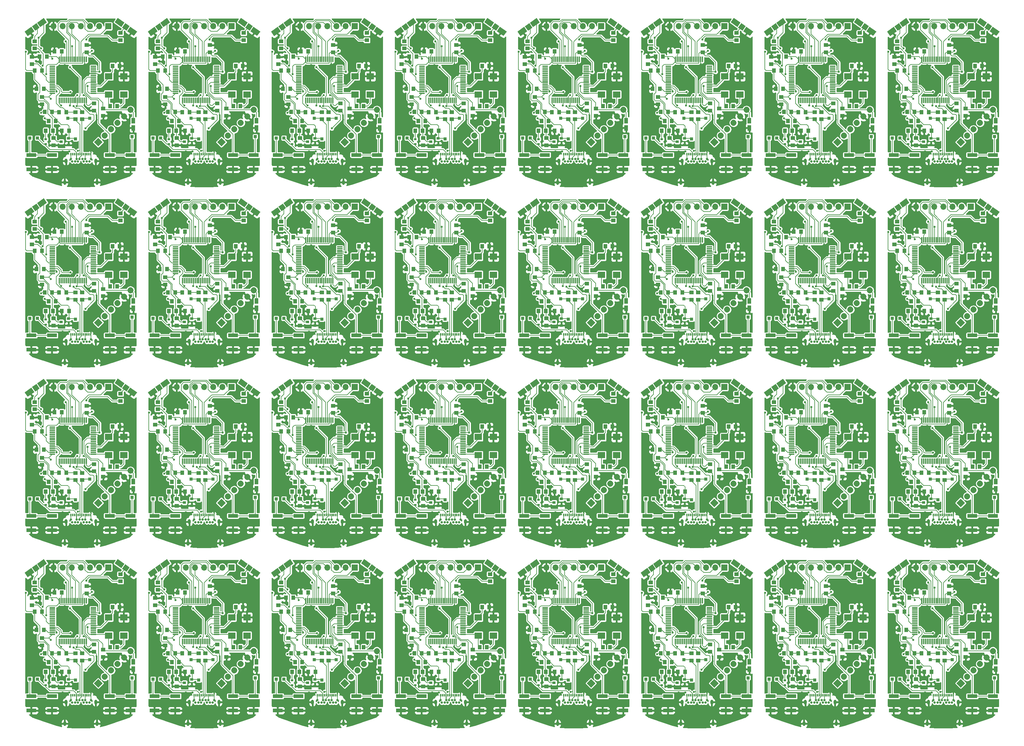
<source format=gbr>
G04 #@! TF.FileFunction,Copper,L1,Top,Signal*
%FSLAX46Y46*%
G04 Gerber Fmt 4.6, Leading zero omitted, Abs format (unit mm)*
G04 Created by KiCad (PCBNEW 4.0.7-e2-6376~58~ubuntu16.04.1) date Mon Nov 20 20:39:29 2017*
%MOMM*%
%LPD*%
G01*
G04 APERTURE LIST*
%ADD10C,0.100000*%
%ADD11R,1.000000X1.524000*%
%ADD12R,2.000000X1.800000*%
%ADD13R,1.000000X1.250000*%
%ADD14R,0.900000X0.800000*%
%ADD15R,1.500000X0.300000*%
%ADD16R,0.300000X1.500000*%
%ADD17R,0.850000X0.850000*%
%ADD18R,2.750000X1.000000*%
%ADD19R,1.250000X1.000000*%
%ADD20R,1.700000X1.700000*%
%ADD21O,1.700000X1.700000*%
%ADD22O,0.800000X1.400000*%
%ADD23R,0.300000X0.700000*%
%ADD24C,0.650000*%
%ADD25C,1.700000*%
%ADD26R,0.700000X0.600000*%
%ADD27C,0.600000*%
%ADD28C,0.200000*%
%ADD29C,0.254000*%
G04 APERTURE END LIST*
D10*
D11*
X217805000Y-147853400D03*
X217805000Y-145821400D03*
D12*
X215142500Y-138518900D03*
X215142500Y-133438900D03*
X210942500Y-133438900D03*
X210942500Y-138518900D03*
D13*
X211318600Y-141732000D03*
X213318600Y-141732000D03*
D14*
X199755000Y-152613400D03*
X199755000Y-150713400D03*
X197755000Y-151663400D03*
D15*
X206677500Y-138204900D03*
X206677500Y-137704900D03*
X206677500Y-137204900D03*
X206677500Y-136704900D03*
X206677500Y-136204900D03*
X206677500Y-135704900D03*
X206677500Y-135204900D03*
X206677500Y-134704900D03*
X206677500Y-134204900D03*
X206677500Y-133704900D03*
X206677500Y-133204900D03*
X206677500Y-132704900D03*
X206677500Y-132204900D03*
X206677500Y-131704900D03*
X206677500Y-131204900D03*
X206677500Y-130704900D03*
D16*
X204727500Y-128754900D03*
X204227500Y-128754900D03*
X203727500Y-128754900D03*
X203227500Y-128754900D03*
X202727500Y-128754900D03*
X202227500Y-128754900D03*
X201727500Y-128754900D03*
X201227500Y-128754900D03*
X200727500Y-128754900D03*
X200227500Y-128754900D03*
X199727500Y-128754900D03*
X199227500Y-128754900D03*
X198727500Y-128754900D03*
X198227500Y-128754900D03*
X197727500Y-128754900D03*
X197227500Y-128754900D03*
D15*
X195277500Y-130704900D03*
X195277500Y-131204900D03*
X195277500Y-131704900D03*
X195277500Y-132204900D03*
X195277500Y-132704900D03*
X195277500Y-133204900D03*
X195277500Y-133704900D03*
X195277500Y-134204900D03*
X195277500Y-134704900D03*
X195277500Y-135204900D03*
X195277500Y-135704900D03*
X195277500Y-136204900D03*
X195277500Y-136704900D03*
X195277500Y-137204900D03*
X195277500Y-137704900D03*
X195277500Y-138204900D03*
D16*
X197227500Y-140154900D03*
X197727500Y-140154900D03*
X198227500Y-140154900D03*
X198727500Y-140154900D03*
X199227500Y-140154900D03*
X199727500Y-140154900D03*
X200227500Y-140154900D03*
X200727500Y-140154900D03*
X201227500Y-140154900D03*
X201727500Y-140154900D03*
X202227500Y-140154900D03*
X202727500Y-140154900D03*
X203227500Y-140154900D03*
X203727500Y-140154900D03*
X204227500Y-140154900D03*
X204727500Y-140154900D03*
D17*
X201676000Y-150901400D03*
X217424000Y-150266400D03*
X188976000Y-150647400D03*
X205689200Y-145186400D03*
X199542400Y-145186400D03*
X191135000Y-150647400D03*
D18*
X217002000Y-155378400D03*
X211242000Y-155378400D03*
X211242000Y-159378400D03*
X217002000Y-159378400D03*
X195158000Y-155378400D03*
X189398000Y-155378400D03*
X189398000Y-159378400D03*
X195158000Y-159378400D03*
D10*
G36*
X216785052Y-119532340D02*
X215900060Y-120773052D01*
X214659348Y-119888060D01*
X215544340Y-118647348D01*
X216785052Y-119532340D01*
X216785052Y-119532340D01*
G37*
G36*
X218843135Y-121000357D02*
X217958144Y-122241069D01*
X216085679Y-120905453D01*
X216970670Y-119664741D01*
X218843135Y-121000357D01*
X218843135Y-121000357D01*
G37*
G36*
X215358721Y-118514947D02*
X214473730Y-119755659D01*
X212601265Y-118420043D01*
X213486256Y-117179331D01*
X215358721Y-118514947D01*
X215358721Y-118514947D01*
G37*
G36*
X190474540Y-120798452D02*
X189589548Y-119557740D01*
X190830260Y-118672748D01*
X191715252Y-119913460D01*
X190474540Y-120798452D01*
X190474540Y-120798452D01*
G37*
G36*
X188416456Y-122266469D02*
X187531465Y-121025757D01*
X189403930Y-119690141D01*
X190288921Y-120930853D01*
X188416456Y-122266469D01*
X188416456Y-122266469D01*
G37*
G36*
X191900870Y-119781059D02*
X191015879Y-118540347D01*
X192888344Y-117204731D01*
X193773335Y-118445443D01*
X191900870Y-119781059D01*
X191900870Y-119781059D01*
G37*
D19*
X214198200Y-121402600D03*
X214198200Y-123402600D03*
X190322200Y-123714000D03*
X190322200Y-125714000D03*
D13*
X193183000Y-143408400D03*
X195183000Y-143408400D03*
D19*
X203555600Y-143449800D03*
X203555600Y-145449800D03*
X201726800Y-145449800D03*
X201726800Y-143449800D03*
D13*
X197120000Y-143433800D03*
X199120000Y-143433800D03*
D19*
X189611000Y-130057400D03*
X189611000Y-128057400D03*
D13*
X192389000Y-131851400D03*
X190389000Y-131851400D03*
X194224400Y-145897600D03*
X196224400Y-145897600D03*
D20*
X210820000Y-119532400D03*
D21*
X208280000Y-119532400D03*
X205740000Y-119532400D03*
X203200000Y-119532400D03*
X200660000Y-119532400D03*
X198120000Y-119532400D03*
X195580000Y-119532400D03*
D22*
X199070000Y-157062400D03*
D23*
X200450000Y-155152400D03*
X200950000Y-155152400D03*
X201450000Y-155152400D03*
X201950000Y-155152400D03*
X202450000Y-155152400D03*
X202950000Y-155152400D03*
X203450000Y-155152400D03*
X205950000Y-155152400D03*
X204950000Y-155152400D03*
X204450000Y-155152400D03*
X203950000Y-155152400D03*
X205450000Y-155152400D03*
D22*
X207330000Y-157062400D03*
X207690000Y-163012400D03*
X198710000Y-163012400D03*
D24*
X206000000Y-156462400D03*
X204400000Y-156462400D03*
X203600000Y-156462400D03*
X202800000Y-156462400D03*
X202000000Y-156462400D03*
X200400000Y-156462400D03*
X205600000Y-157162400D03*
X204800000Y-157162400D03*
X204000000Y-157162400D03*
X202400000Y-157162400D03*
X201600000Y-157162400D03*
X200800000Y-157162400D03*
D10*
G36*
X209228082Y-151790400D02*
X208026000Y-152992482D01*
X206823918Y-151790400D01*
X208026000Y-150588318D01*
X209228082Y-151790400D01*
X209228082Y-151790400D01*
G37*
D25*
X209822051Y-149994349D02*
X209822051Y-149994349D01*
X211618102Y-148198298D02*
X211618102Y-148198298D01*
X213414154Y-146402246D02*
X213414154Y-146402246D01*
X215210205Y-144606195D02*
X215210205Y-144606195D01*
X217006256Y-142810144D02*
X217006256Y-142810144D01*
D13*
X193437000Y-148615400D03*
X195437000Y-148615400D03*
D26*
X193421000Y-152363400D03*
X193421000Y-150963400D03*
D13*
X199882000Y-148615400D03*
X197882000Y-148615400D03*
D19*
X195580000Y-150663400D03*
X195580000Y-152663400D03*
D13*
X192897000Y-136931400D03*
X190897000Y-136931400D03*
D19*
X192405000Y-139233400D03*
X192405000Y-141233400D03*
D13*
X191722500Y-127977900D03*
X193722500Y-127977900D03*
X197850000Y-126517400D03*
X195850000Y-126517400D03*
D19*
X204851000Y-126755400D03*
X204851000Y-124755400D03*
X206883000Y-143011400D03*
X206883000Y-141011400D03*
X209397600Y-142459200D03*
X209397600Y-144459200D03*
D13*
X214004400Y-130556000D03*
X212004400Y-130556000D03*
D11*
X183515000Y-147853400D03*
X183515000Y-145821400D03*
D12*
X180852500Y-138518900D03*
X180852500Y-133438900D03*
X176652500Y-133438900D03*
X176652500Y-138518900D03*
D13*
X177028600Y-141732000D03*
X179028600Y-141732000D03*
D14*
X165465000Y-152613400D03*
X165465000Y-150713400D03*
X163465000Y-151663400D03*
D15*
X172387500Y-138204900D03*
X172387500Y-137704900D03*
X172387500Y-137204900D03*
X172387500Y-136704900D03*
X172387500Y-136204900D03*
X172387500Y-135704900D03*
X172387500Y-135204900D03*
X172387500Y-134704900D03*
X172387500Y-134204900D03*
X172387500Y-133704900D03*
X172387500Y-133204900D03*
X172387500Y-132704900D03*
X172387500Y-132204900D03*
X172387500Y-131704900D03*
X172387500Y-131204900D03*
X172387500Y-130704900D03*
D16*
X170437500Y-128754900D03*
X169937500Y-128754900D03*
X169437500Y-128754900D03*
X168937500Y-128754900D03*
X168437500Y-128754900D03*
X167937500Y-128754900D03*
X167437500Y-128754900D03*
X166937500Y-128754900D03*
X166437500Y-128754900D03*
X165937500Y-128754900D03*
X165437500Y-128754900D03*
X164937500Y-128754900D03*
X164437500Y-128754900D03*
X163937500Y-128754900D03*
X163437500Y-128754900D03*
X162937500Y-128754900D03*
D15*
X160987500Y-130704900D03*
X160987500Y-131204900D03*
X160987500Y-131704900D03*
X160987500Y-132204900D03*
X160987500Y-132704900D03*
X160987500Y-133204900D03*
X160987500Y-133704900D03*
X160987500Y-134204900D03*
X160987500Y-134704900D03*
X160987500Y-135204900D03*
X160987500Y-135704900D03*
X160987500Y-136204900D03*
X160987500Y-136704900D03*
X160987500Y-137204900D03*
X160987500Y-137704900D03*
X160987500Y-138204900D03*
D16*
X162937500Y-140154900D03*
X163437500Y-140154900D03*
X163937500Y-140154900D03*
X164437500Y-140154900D03*
X164937500Y-140154900D03*
X165437500Y-140154900D03*
X165937500Y-140154900D03*
X166437500Y-140154900D03*
X166937500Y-140154900D03*
X167437500Y-140154900D03*
X167937500Y-140154900D03*
X168437500Y-140154900D03*
X168937500Y-140154900D03*
X169437500Y-140154900D03*
X169937500Y-140154900D03*
X170437500Y-140154900D03*
D17*
X167386000Y-150901400D03*
X183134000Y-150266400D03*
X154686000Y-150647400D03*
X171399200Y-145186400D03*
X165252400Y-145186400D03*
X156845000Y-150647400D03*
D18*
X182712000Y-155378400D03*
X176952000Y-155378400D03*
X176952000Y-159378400D03*
X182712000Y-159378400D03*
X160868000Y-155378400D03*
X155108000Y-155378400D03*
X155108000Y-159378400D03*
X160868000Y-159378400D03*
D10*
G36*
X182495052Y-119532340D02*
X181610060Y-120773052D01*
X180369348Y-119888060D01*
X181254340Y-118647348D01*
X182495052Y-119532340D01*
X182495052Y-119532340D01*
G37*
G36*
X184553135Y-121000357D02*
X183668144Y-122241069D01*
X181795679Y-120905453D01*
X182680670Y-119664741D01*
X184553135Y-121000357D01*
X184553135Y-121000357D01*
G37*
G36*
X181068721Y-118514947D02*
X180183730Y-119755659D01*
X178311265Y-118420043D01*
X179196256Y-117179331D01*
X181068721Y-118514947D01*
X181068721Y-118514947D01*
G37*
G36*
X156184540Y-120798452D02*
X155299548Y-119557740D01*
X156540260Y-118672748D01*
X157425252Y-119913460D01*
X156184540Y-120798452D01*
X156184540Y-120798452D01*
G37*
G36*
X154126456Y-122266469D02*
X153241465Y-121025757D01*
X155113930Y-119690141D01*
X155998921Y-120930853D01*
X154126456Y-122266469D01*
X154126456Y-122266469D01*
G37*
G36*
X157610870Y-119781059D02*
X156725879Y-118540347D01*
X158598344Y-117204731D01*
X159483335Y-118445443D01*
X157610870Y-119781059D01*
X157610870Y-119781059D01*
G37*
D19*
X179908200Y-121402600D03*
X179908200Y-123402600D03*
X156032200Y-123714000D03*
X156032200Y-125714000D03*
D13*
X158893000Y-143408400D03*
X160893000Y-143408400D03*
D19*
X169265600Y-143449800D03*
X169265600Y-145449800D03*
X167436800Y-145449800D03*
X167436800Y-143449800D03*
D13*
X162830000Y-143433800D03*
X164830000Y-143433800D03*
D19*
X155321000Y-130057400D03*
X155321000Y-128057400D03*
D13*
X158099000Y-131851400D03*
X156099000Y-131851400D03*
X159934400Y-145897600D03*
X161934400Y-145897600D03*
D20*
X176530000Y-119532400D03*
D21*
X173990000Y-119532400D03*
X171450000Y-119532400D03*
X168910000Y-119532400D03*
X166370000Y-119532400D03*
X163830000Y-119532400D03*
X161290000Y-119532400D03*
D22*
X164780000Y-157062400D03*
D23*
X166160000Y-155152400D03*
X166660000Y-155152400D03*
X167160000Y-155152400D03*
X167660000Y-155152400D03*
X168160000Y-155152400D03*
X168660000Y-155152400D03*
X169160000Y-155152400D03*
X171660000Y-155152400D03*
X170660000Y-155152400D03*
X170160000Y-155152400D03*
X169660000Y-155152400D03*
X171160000Y-155152400D03*
D22*
X173040000Y-157062400D03*
X173400000Y-163012400D03*
X164420000Y-163012400D03*
D24*
X171710000Y-156462400D03*
X170110000Y-156462400D03*
X169310000Y-156462400D03*
X168510000Y-156462400D03*
X167710000Y-156462400D03*
X166110000Y-156462400D03*
X171310000Y-157162400D03*
X170510000Y-157162400D03*
X169710000Y-157162400D03*
X168110000Y-157162400D03*
X167310000Y-157162400D03*
X166510000Y-157162400D03*
D10*
G36*
X174938082Y-151790400D02*
X173736000Y-152992482D01*
X172533918Y-151790400D01*
X173736000Y-150588318D01*
X174938082Y-151790400D01*
X174938082Y-151790400D01*
G37*
D25*
X175532051Y-149994349D02*
X175532051Y-149994349D01*
X177328102Y-148198298D02*
X177328102Y-148198298D01*
X179124154Y-146402246D02*
X179124154Y-146402246D01*
X180920205Y-144606195D02*
X180920205Y-144606195D01*
X182716256Y-142810144D02*
X182716256Y-142810144D01*
D13*
X159147000Y-148615400D03*
X161147000Y-148615400D03*
D26*
X159131000Y-152363400D03*
X159131000Y-150963400D03*
D13*
X165592000Y-148615400D03*
X163592000Y-148615400D03*
D19*
X161290000Y-150663400D03*
X161290000Y-152663400D03*
D13*
X158607000Y-136931400D03*
X156607000Y-136931400D03*
D19*
X158115000Y-139233400D03*
X158115000Y-141233400D03*
D13*
X157432500Y-127977900D03*
X159432500Y-127977900D03*
X163560000Y-126517400D03*
X161560000Y-126517400D03*
D19*
X170561000Y-126755400D03*
X170561000Y-124755400D03*
X172593000Y-143011400D03*
X172593000Y-141011400D03*
X175107600Y-142459200D03*
X175107600Y-144459200D03*
D13*
X179714400Y-130556000D03*
X177714400Y-130556000D03*
X248294400Y-130556000D03*
X246294400Y-130556000D03*
D19*
X243687600Y-142459200D03*
X243687600Y-144459200D03*
X241173000Y-143011400D03*
X241173000Y-141011400D03*
X239141000Y-126755400D03*
X239141000Y-124755400D03*
D13*
X232140000Y-126517400D03*
X230140000Y-126517400D03*
X226012500Y-127977900D03*
X228012500Y-127977900D03*
D19*
X226695000Y-139233400D03*
X226695000Y-141233400D03*
D13*
X227187000Y-136931400D03*
X225187000Y-136931400D03*
D19*
X229870000Y-150663400D03*
X229870000Y-152663400D03*
D13*
X234172000Y-148615400D03*
X232172000Y-148615400D03*
D26*
X227711000Y-152363400D03*
X227711000Y-150963400D03*
D13*
X227727000Y-148615400D03*
X229727000Y-148615400D03*
D10*
G36*
X243518082Y-151790400D02*
X242316000Y-152992482D01*
X241113918Y-151790400D01*
X242316000Y-150588318D01*
X243518082Y-151790400D01*
X243518082Y-151790400D01*
G37*
D25*
X244112051Y-149994349D02*
X244112051Y-149994349D01*
X245908102Y-148198298D02*
X245908102Y-148198298D01*
X247704154Y-146402246D02*
X247704154Y-146402246D01*
X249500205Y-144606195D02*
X249500205Y-144606195D01*
X251296256Y-142810144D02*
X251296256Y-142810144D01*
D22*
X233360000Y-157062400D03*
D23*
X234740000Y-155152400D03*
X235240000Y-155152400D03*
X235740000Y-155152400D03*
X236240000Y-155152400D03*
X236740000Y-155152400D03*
X237240000Y-155152400D03*
X237740000Y-155152400D03*
X240240000Y-155152400D03*
X239240000Y-155152400D03*
X238740000Y-155152400D03*
X238240000Y-155152400D03*
X239740000Y-155152400D03*
D22*
X241620000Y-157062400D03*
X241980000Y-163012400D03*
X233000000Y-163012400D03*
D24*
X240290000Y-156462400D03*
X238690000Y-156462400D03*
X237890000Y-156462400D03*
X237090000Y-156462400D03*
X236290000Y-156462400D03*
X234690000Y-156462400D03*
X239890000Y-157162400D03*
X239090000Y-157162400D03*
X238290000Y-157162400D03*
X236690000Y-157162400D03*
X235890000Y-157162400D03*
X235090000Y-157162400D03*
D20*
X245110000Y-119532400D03*
D21*
X242570000Y-119532400D03*
X240030000Y-119532400D03*
X237490000Y-119532400D03*
X234950000Y-119532400D03*
X232410000Y-119532400D03*
X229870000Y-119532400D03*
D13*
X228514400Y-145897600D03*
X230514400Y-145897600D03*
X226679000Y-131851400D03*
X224679000Y-131851400D03*
D19*
X223901000Y-130057400D03*
X223901000Y-128057400D03*
D13*
X231410000Y-143433800D03*
X233410000Y-143433800D03*
D19*
X236016800Y-145449800D03*
X236016800Y-143449800D03*
X237845600Y-143449800D03*
X237845600Y-145449800D03*
D13*
X227473000Y-143408400D03*
X229473000Y-143408400D03*
D19*
X224612200Y-123714000D03*
X224612200Y-125714000D03*
X248488200Y-121402600D03*
X248488200Y-123402600D03*
D10*
G36*
X224764540Y-120798452D02*
X223879548Y-119557740D01*
X225120260Y-118672748D01*
X226005252Y-119913460D01*
X224764540Y-120798452D01*
X224764540Y-120798452D01*
G37*
G36*
X222706456Y-122266469D02*
X221821465Y-121025757D01*
X223693930Y-119690141D01*
X224578921Y-120930853D01*
X222706456Y-122266469D01*
X222706456Y-122266469D01*
G37*
G36*
X226190870Y-119781059D02*
X225305879Y-118540347D01*
X227178344Y-117204731D01*
X228063335Y-118445443D01*
X226190870Y-119781059D01*
X226190870Y-119781059D01*
G37*
G36*
X251075052Y-119532340D02*
X250190060Y-120773052D01*
X248949348Y-119888060D01*
X249834340Y-118647348D01*
X251075052Y-119532340D01*
X251075052Y-119532340D01*
G37*
G36*
X253133135Y-121000357D02*
X252248144Y-122241069D01*
X250375679Y-120905453D01*
X251260670Y-119664741D01*
X253133135Y-121000357D01*
X253133135Y-121000357D01*
G37*
G36*
X249648721Y-118514947D02*
X248763730Y-119755659D01*
X246891265Y-118420043D01*
X247776256Y-117179331D01*
X249648721Y-118514947D01*
X249648721Y-118514947D01*
G37*
D18*
X229448000Y-155378400D03*
X223688000Y-155378400D03*
X223688000Y-159378400D03*
X229448000Y-159378400D03*
X251292000Y-155378400D03*
X245532000Y-155378400D03*
X245532000Y-159378400D03*
X251292000Y-159378400D03*
D17*
X225425000Y-150647400D03*
X233832400Y-145186400D03*
X239979200Y-145186400D03*
X223266000Y-150647400D03*
X251714000Y-150266400D03*
X235966000Y-150901400D03*
D15*
X240967500Y-138204900D03*
X240967500Y-137704900D03*
X240967500Y-137204900D03*
X240967500Y-136704900D03*
X240967500Y-136204900D03*
X240967500Y-135704900D03*
X240967500Y-135204900D03*
X240967500Y-134704900D03*
X240967500Y-134204900D03*
X240967500Y-133704900D03*
X240967500Y-133204900D03*
X240967500Y-132704900D03*
X240967500Y-132204900D03*
X240967500Y-131704900D03*
X240967500Y-131204900D03*
X240967500Y-130704900D03*
D16*
X239017500Y-128754900D03*
X238517500Y-128754900D03*
X238017500Y-128754900D03*
X237517500Y-128754900D03*
X237017500Y-128754900D03*
X236517500Y-128754900D03*
X236017500Y-128754900D03*
X235517500Y-128754900D03*
X235017500Y-128754900D03*
X234517500Y-128754900D03*
X234017500Y-128754900D03*
X233517500Y-128754900D03*
X233017500Y-128754900D03*
X232517500Y-128754900D03*
X232017500Y-128754900D03*
X231517500Y-128754900D03*
D15*
X229567500Y-130704900D03*
X229567500Y-131204900D03*
X229567500Y-131704900D03*
X229567500Y-132204900D03*
X229567500Y-132704900D03*
X229567500Y-133204900D03*
X229567500Y-133704900D03*
X229567500Y-134204900D03*
X229567500Y-134704900D03*
X229567500Y-135204900D03*
X229567500Y-135704900D03*
X229567500Y-136204900D03*
X229567500Y-136704900D03*
X229567500Y-137204900D03*
X229567500Y-137704900D03*
X229567500Y-138204900D03*
D16*
X231517500Y-140154900D03*
X232017500Y-140154900D03*
X232517500Y-140154900D03*
X233017500Y-140154900D03*
X233517500Y-140154900D03*
X234017500Y-140154900D03*
X234517500Y-140154900D03*
X235017500Y-140154900D03*
X235517500Y-140154900D03*
X236017500Y-140154900D03*
X236517500Y-140154900D03*
X237017500Y-140154900D03*
X237517500Y-140154900D03*
X238017500Y-140154900D03*
X238517500Y-140154900D03*
X239017500Y-140154900D03*
D14*
X234045000Y-152613400D03*
X234045000Y-150713400D03*
X232045000Y-151663400D03*
D13*
X245608600Y-141732000D03*
X247608600Y-141732000D03*
D12*
X249432500Y-138518900D03*
X249432500Y-133438900D03*
X245232500Y-133438900D03*
X245232500Y-138518900D03*
D11*
X252095000Y-147853400D03*
X252095000Y-145821400D03*
D13*
X282584400Y-130556000D03*
X280584400Y-130556000D03*
D19*
X277977600Y-142459200D03*
X277977600Y-144459200D03*
X275463000Y-143011400D03*
X275463000Y-141011400D03*
X273431000Y-126755400D03*
X273431000Y-124755400D03*
D13*
X266430000Y-126517400D03*
X264430000Y-126517400D03*
X260302500Y-127977900D03*
X262302500Y-127977900D03*
D19*
X260985000Y-139233400D03*
X260985000Y-141233400D03*
D13*
X261477000Y-136931400D03*
X259477000Y-136931400D03*
D19*
X264160000Y-150663400D03*
X264160000Y-152663400D03*
D13*
X268462000Y-148615400D03*
X266462000Y-148615400D03*
D26*
X262001000Y-152363400D03*
X262001000Y-150963400D03*
D13*
X262017000Y-148615400D03*
X264017000Y-148615400D03*
D10*
G36*
X277808082Y-151790400D02*
X276606000Y-152992482D01*
X275403918Y-151790400D01*
X276606000Y-150588318D01*
X277808082Y-151790400D01*
X277808082Y-151790400D01*
G37*
D25*
X278402051Y-149994349D02*
X278402051Y-149994349D01*
X280198102Y-148198298D02*
X280198102Y-148198298D01*
X281994154Y-146402246D02*
X281994154Y-146402246D01*
X283790205Y-144606195D02*
X283790205Y-144606195D01*
X285586256Y-142810144D02*
X285586256Y-142810144D01*
D22*
X267650000Y-157062400D03*
D23*
X269030000Y-155152400D03*
X269530000Y-155152400D03*
X270030000Y-155152400D03*
X270530000Y-155152400D03*
X271030000Y-155152400D03*
X271530000Y-155152400D03*
X272030000Y-155152400D03*
X274530000Y-155152400D03*
X273530000Y-155152400D03*
X273030000Y-155152400D03*
X272530000Y-155152400D03*
X274030000Y-155152400D03*
D22*
X275910000Y-157062400D03*
X276270000Y-163012400D03*
X267290000Y-163012400D03*
D24*
X274580000Y-156462400D03*
X272980000Y-156462400D03*
X272180000Y-156462400D03*
X271380000Y-156462400D03*
X270580000Y-156462400D03*
X268980000Y-156462400D03*
X274180000Y-157162400D03*
X273380000Y-157162400D03*
X272580000Y-157162400D03*
X270980000Y-157162400D03*
X270180000Y-157162400D03*
X269380000Y-157162400D03*
D20*
X279400000Y-119532400D03*
D21*
X276860000Y-119532400D03*
X274320000Y-119532400D03*
X271780000Y-119532400D03*
X269240000Y-119532400D03*
X266700000Y-119532400D03*
X264160000Y-119532400D03*
D13*
X262804400Y-145897600D03*
X264804400Y-145897600D03*
X260969000Y-131851400D03*
X258969000Y-131851400D03*
D19*
X258191000Y-130057400D03*
X258191000Y-128057400D03*
D13*
X265700000Y-143433800D03*
X267700000Y-143433800D03*
D19*
X270306800Y-145449800D03*
X270306800Y-143449800D03*
X272135600Y-143449800D03*
X272135600Y-145449800D03*
D13*
X261763000Y-143408400D03*
X263763000Y-143408400D03*
D19*
X258902200Y-123714000D03*
X258902200Y-125714000D03*
X282778200Y-121402600D03*
X282778200Y-123402600D03*
D10*
G36*
X259054540Y-120798452D02*
X258169548Y-119557740D01*
X259410260Y-118672748D01*
X260295252Y-119913460D01*
X259054540Y-120798452D01*
X259054540Y-120798452D01*
G37*
G36*
X256996456Y-122266469D02*
X256111465Y-121025757D01*
X257983930Y-119690141D01*
X258868921Y-120930853D01*
X256996456Y-122266469D01*
X256996456Y-122266469D01*
G37*
G36*
X260480870Y-119781059D02*
X259595879Y-118540347D01*
X261468344Y-117204731D01*
X262353335Y-118445443D01*
X260480870Y-119781059D01*
X260480870Y-119781059D01*
G37*
G36*
X285365052Y-119532340D02*
X284480060Y-120773052D01*
X283239348Y-119888060D01*
X284124340Y-118647348D01*
X285365052Y-119532340D01*
X285365052Y-119532340D01*
G37*
G36*
X287423135Y-121000357D02*
X286538144Y-122241069D01*
X284665679Y-120905453D01*
X285550670Y-119664741D01*
X287423135Y-121000357D01*
X287423135Y-121000357D01*
G37*
G36*
X283938721Y-118514947D02*
X283053730Y-119755659D01*
X281181265Y-118420043D01*
X282066256Y-117179331D01*
X283938721Y-118514947D01*
X283938721Y-118514947D01*
G37*
D18*
X263738000Y-155378400D03*
X257978000Y-155378400D03*
X257978000Y-159378400D03*
X263738000Y-159378400D03*
X285582000Y-155378400D03*
X279822000Y-155378400D03*
X279822000Y-159378400D03*
X285582000Y-159378400D03*
D17*
X259715000Y-150647400D03*
X268122400Y-145186400D03*
X274269200Y-145186400D03*
X257556000Y-150647400D03*
X286004000Y-150266400D03*
X270256000Y-150901400D03*
D15*
X275257500Y-138204900D03*
X275257500Y-137704900D03*
X275257500Y-137204900D03*
X275257500Y-136704900D03*
X275257500Y-136204900D03*
X275257500Y-135704900D03*
X275257500Y-135204900D03*
X275257500Y-134704900D03*
X275257500Y-134204900D03*
X275257500Y-133704900D03*
X275257500Y-133204900D03*
X275257500Y-132704900D03*
X275257500Y-132204900D03*
X275257500Y-131704900D03*
X275257500Y-131204900D03*
X275257500Y-130704900D03*
D16*
X273307500Y-128754900D03*
X272807500Y-128754900D03*
X272307500Y-128754900D03*
X271807500Y-128754900D03*
X271307500Y-128754900D03*
X270807500Y-128754900D03*
X270307500Y-128754900D03*
X269807500Y-128754900D03*
X269307500Y-128754900D03*
X268807500Y-128754900D03*
X268307500Y-128754900D03*
X267807500Y-128754900D03*
X267307500Y-128754900D03*
X266807500Y-128754900D03*
X266307500Y-128754900D03*
X265807500Y-128754900D03*
D15*
X263857500Y-130704900D03*
X263857500Y-131204900D03*
X263857500Y-131704900D03*
X263857500Y-132204900D03*
X263857500Y-132704900D03*
X263857500Y-133204900D03*
X263857500Y-133704900D03*
X263857500Y-134204900D03*
X263857500Y-134704900D03*
X263857500Y-135204900D03*
X263857500Y-135704900D03*
X263857500Y-136204900D03*
X263857500Y-136704900D03*
X263857500Y-137204900D03*
X263857500Y-137704900D03*
X263857500Y-138204900D03*
D16*
X265807500Y-140154900D03*
X266307500Y-140154900D03*
X266807500Y-140154900D03*
X267307500Y-140154900D03*
X267807500Y-140154900D03*
X268307500Y-140154900D03*
X268807500Y-140154900D03*
X269307500Y-140154900D03*
X269807500Y-140154900D03*
X270307500Y-140154900D03*
X270807500Y-140154900D03*
X271307500Y-140154900D03*
X271807500Y-140154900D03*
X272307500Y-140154900D03*
X272807500Y-140154900D03*
X273307500Y-140154900D03*
D14*
X268335000Y-152613400D03*
X268335000Y-150713400D03*
X266335000Y-151663400D03*
D13*
X279898600Y-141732000D03*
X281898600Y-141732000D03*
D12*
X283722500Y-138518900D03*
X283722500Y-133438900D03*
X279522500Y-133438900D03*
X279522500Y-138518900D03*
D11*
X286385000Y-147853400D03*
X286385000Y-145821400D03*
X149225000Y-147853400D03*
X149225000Y-145821400D03*
D12*
X146562500Y-138518900D03*
X146562500Y-133438900D03*
X142362500Y-133438900D03*
X142362500Y-138518900D03*
D13*
X142738600Y-141732000D03*
X144738600Y-141732000D03*
D14*
X131175000Y-152613400D03*
X131175000Y-150713400D03*
X129175000Y-151663400D03*
D15*
X138097500Y-138204900D03*
X138097500Y-137704900D03*
X138097500Y-137204900D03*
X138097500Y-136704900D03*
X138097500Y-136204900D03*
X138097500Y-135704900D03*
X138097500Y-135204900D03*
X138097500Y-134704900D03*
X138097500Y-134204900D03*
X138097500Y-133704900D03*
X138097500Y-133204900D03*
X138097500Y-132704900D03*
X138097500Y-132204900D03*
X138097500Y-131704900D03*
X138097500Y-131204900D03*
X138097500Y-130704900D03*
D16*
X136147500Y-128754900D03*
X135647500Y-128754900D03*
X135147500Y-128754900D03*
X134647500Y-128754900D03*
X134147500Y-128754900D03*
X133647500Y-128754900D03*
X133147500Y-128754900D03*
X132647500Y-128754900D03*
X132147500Y-128754900D03*
X131647500Y-128754900D03*
X131147500Y-128754900D03*
X130647500Y-128754900D03*
X130147500Y-128754900D03*
X129647500Y-128754900D03*
X129147500Y-128754900D03*
X128647500Y-128754900D03*
D15*
X126697500Y-130704900D03*
X126697500Y-131204900D03*
X126697500Y-131704900D03*
X126697500Y-132204900D03*
X126697500Y-132704900D03*
X126697500Y-133204900D03*
X126697500Y-133704900D03*
X126697500Y-134204900D03*
X126697500Y-134704900D03*
X126697500Y-135204900D03*
X126697500Y-135704900D03*
X126697500Y-136204900D03*
X126697500Y-136704900D03*
X126697500Y-137204900D03*
X126697500Y-137704900D03*
X126697500Y-138204900D03*
D16*
X128647500Y-140154900D03*
X129147500Y-140154900D03*
X129647500Y-140154900D03*
X130147500Y-140154900D03*
X130647500Y-140154900D03*
X131147500Y-140154900D03*
X131647500Y-140154900D03*
X132147500Y-140154900D03*
X132647500Y-140154900D03*
X133147500Y-140154900D03*
X133647500Y-140154900D03*
X134147500Y-140154900D03*
X134647500Y-140154900D03*
X135147500Y-140154900D03*
X135647500Y-140154900D03*
X136147500Y-140154900D03*
D17*
X133096000Y-150901400D03*
X148844000Y-150266400D03*
X120396000Y-150647400D03*
X137109200Y-145186400D03*
X130962400Y-145186400D03*
X122555000Y-150647400D03*
D18*
X148422000Y-155378400D03*
X142662000Y-155378400D03*
X142662000Y-159378400D03*
X148422000Y-159378400D03*
X126578000Y-155378400D03*
X120818000Y-155378400D03*
X120818000Y-159378400D03*
X126578000Y-159378400D03*
D10*
G36*
X148205052Y-119532340D02*
X147320060Y-120773052D01*
X146079348Y-119888060D01*
X146964340Y-118647348D01*
X148205052Y-119532340D01*
X148205052Y-119532340D01*
G37*
G36*
X150263135Y-121000357D02*
X149378144Y-122241069D01*
X147505679Y-120905453D01*
X148390670Y-119664741D01*
X150263135Y-121000357D01*
X150263135Y-121000357D01*
G37*
G36*
X146778721Y-118514947D02*
X145893730Y-119755659D01*
X144021265Y-118420043D01*
X144906256Y-117179331D01*
X146778721Y-118514947D01*
X146778721Y-118514947D01*
G37*
G36*
X121894540Y-120798452D02*
X121009548Y-119557740D01*
X122250260Y-118672748D01*
X123135252Y-119913460D01*
X121894540Y-120798452D01*
X121894540Y-120798452D01*
G37*
G36*
X119836456Y-122266469D02*
X118951465Y-121025757D01*
X120823930Y-119690141D01*
X121708921Y-120930853D01*
X119836456Y-122266469D01*
X119836456Y-122266469D01*
G37*
G36*
X123320870Y-119781059D02*
X122435879Y-118540347D01*
X124308344Y-117204731D01*
X125193335Y-118445443D01*
X123320870Y-119781059D01*
X123320870Y-119781059D01*
G37*
D19*
X145618200Y-121402600D03*
X145618200Y-123402600D03*
X121742200Y-123714000D03*
X121742200Y-125714000D03*
D13*
X124603000Y-143408400D03*
X126603000Y-143408400D03*
D19*
X134975600Y-143449800D03*
X134975600Y-145449800D03*
X133146800Y-145449800D03*
X133146800Y-143449800D03*
D13*
X128540000Y-143433800D03*
X130540000Y-143433800D03*
D19*
X121031000Y-130057400D03*
X121031000Y-128057400D03*
D13*
X123809000Y-131851400D03*
X121809000Y-131851400D03*
X125644400Y-145897600D03*
X127644400Y-145897600D03*
D20*
X142240000Y-119532400D03*
D21*
X139700000Y-119532400D03*
X137160000Y-119532400D03*
X134620000Y-119532400D03*
X132080000Y-119532400D03*
X129540000Y-119532400D03*
X127000000Y-119532400D03*
D22*
X130490000Y-157062400D03*
D23*
X131870000Y-155152400D03*
X132370000Y-155152400D03*
X132870000Y-155152400D03*
X133370000Y-155152400D03*
X133870000Y-155152400D03*
X134370000Y-155152400D03*
X134870000Y-155152400D03*
X137370000Y-155152400D03*
X136370000Y-155152400D03*
X135870000Y-155152400D03*
X135370000Y-155152400D03*
X136870000Y-155152400D03*
D22*
X138750000Y-157062400D03*
X139110000Y-163012400D03*
X130130000Y-163012400D03*
D24*
X137420000Y-156462400D03*
X135820000Y-156462400D03*
X135020000Y-156462400D03*
X134220000Y-156462400D03*
X133420000Y-156462400D03*
X131820000Y-156462400D03*
X137020000Y-157162400D03*
X136220000Y-157162400D03*
X135420000Y-157162400D03*
X133820000Y-157162400D03*
X133020000Y-157162400D03*
X132220000Y-157162400D03*
D10*
G36*
X140648082Y-151790400D02*
X139446000Y-152992482D01*
X138243918Y-151790400D01*
X139446000Y-150588318D01*
X140648082Y-151790400D01*
X140648082Y-151790400D01*
G37*
D25*
X141242051Y-149994349D02*
X141242051Y-149994349D01*
X143038102Y-148198298D02*
X143038102Y-148198298D01*
X144834154Y-146402246D02*
X144834154Y-146402246D01*
X146630205Y-144606195D02*
X146630205Y-144606195D01*
X148426256Y-142810144D02*
X148426256Y-142810144D01*
D13*
X124857000Y-148615400D03*
X126857000Y-148615400D03*
D26*
X124841000Y-152363400D03*
X124841000Y-150963400D03*
D13*
X131302000Y-148615400D03*
X129302000Y-148615400D03*
D19*
X127000000Y-150663400D03*
X127000000Y-152663400D03*
D13*
X124317000Y-136931400D03*
X122317000Y-136931400D03*
D19*
X123825000Y-139233400D03*
X123825000Y-141233400D03*
D13*
X123142500Y-127977900D03*
X125142500Y-127977900D03*
X129270000Y-126517400D03*
X127270000Y-126517400D03*
D19*
X136271000Y-126755400D03*
X136271000Y-124755400D03*
X138303000Y-143011400D03*
X138303000Y-141011400D03*
X140817600Y-142459200D03*
X140817600Y-144459200D03*
D13*
X145424400Y-130556000D03*
X143424400Y-130556000D03*
D11*
X114935000Y-147853400D03*
X114935000Y-145821400D03*
D12*
X112272500Y-138518900D03*
X112272500Y-133438900D03*
X108072500Y-133438900D03*
X108072500Y-138518900D03*
D13*
X108448600Y-141732000D03*
X110448600Y-141732000D03*
D14*
X96885000Y-152613400D03*
X96885000Y-150713400D03*
X94885000Y-151663400D03*
D15*
X103807500Y-138204900D03*
X103807500Y-137704900D03*
X103807500Y-137204900D03*
X103807500Y-136704900D03*
X103807500Y-136204900D03*
X103807500Y-135704900D03*
X103807500Y-135204900D03*
X103807500Y-134704900D03*
X103807500Y-134204900D03*
X103807500Y-133704900D03*
X103807500Y-133204900D03*
X103807500Y-132704900D03*
X103807500Y-132204900D03*
X103807500Y-131704900D03*
X103807500Y-131204900D03*
X103807500Y-130704900D03*
D16*
X101857500Y-128754900D03*
X101357500Y-128754900D03*
X100857500Y-128754900D03*
X100357500Y-128754900D03*
X99857500Y-128754900D03*
X99357500Y-128754900D03*
X98857500Y-128754900D03*
X98357500Y-128754900D03*
X97857500Y-128754900D03*
X97357500Y-128754900D03*
X96857500Y-128754900D03*
X96357500Y-128754900D03*
X95857500Y-128754900D03*
X95357500Y-128754900D03*
X94857500Y-128754900D03*
X94357500Y-128754900D03*
D15*
X92407500Y-130704900D03*
X92407500Y-131204900D03*
X92407500Y-131704900D03*
X92407500Y-132204900D03*
X92407500Y-132704900D03*
X92407500Y-133204900D03*
X92407500Y-133704900D03*
X92407500Y-134204900D03*
X92407500Y-134704900D03*
X92407500Y-135204900D03*
X92407500Y-135704900D03*
X92407500Y-136204900D03*
X92407500Y-136704900D03*
X92407500Y-137204900D03*
X92407500Y-137704900D03*
X92407500Y-138204900D03*
D16*
X94357500Y-140154900D03*
X94857500Y-140154900D03*
X95357500Y-140154900D03*
X95857500Y-140154900D03*
X96357500Y-140154900D03*
X96857500Y-140154900D03*
X97357500Y-140154900D03*
X97857500Y-140154900D03*
X98357500Y-140154900D03*
X98857500Y-140154900D03*
X99357500Y-140154900D03*
X99857500Y-140154900D03*
X100357500Y-140154900D03*
X100857500Y-140154900D03*
X101357500Y-140154900D03*
X101857500Y-140154900D03*
D17*
X98806000Y-150901400D03*
X114554000Y-150266400D03*
X86106000Y-150647400D03*
X102819200Y-145186400D03*
X96672400Y-145186400D03*
X88265000Y-150647400D03*
D18*
X114132000Y-155378400D03*
X108372000Y-155378400D03*
X108372000Y-159378400D03*
X114132000Y-159378400D03*
X92288000Y-155378400D03*
X86528000Y-155378400D03*
X86528000Y-159378400D03*
X92288000Y-159378400D03*
D10*
G36*
X113915052Y-119532340D02*
X113030060Y-120773052D01*
X111789348Y-119888060D01*
X112674340Y-118647348D01*
X113915052Y-119532340D01*
X113915052Y-119532340D01*
G37*
G36*
X115973135Y-121000357D02*
X115088144Y-122241069D01*
X113215679Y-120905453D01*
X114100670Y-119664741D01*
X115973135Y-121000357D01*
X115973135Y-121000357D01*
G37*
G36*
X112488721Y-118514947D02*
X111603730Y-119755659D01*
X109731265Y-118420043D01*
X110616256Y-117179331D01*
X112488721Y-118514947D01*
X112488721Y-118514947D01*
G37*
G36*
X87604540Y-120798452D02*
X86719548Y-119557740D01*
X87960260Y-118672748D01*
X88845252Y-119913460D01*
X87604540Y-120798452D01*
X87604540Y-120798452D01*
G37*
G36*
X85546456Y-122266469D02*
X84661465Y-121025757D01*
X86533930Y-119690141D01*
X87418921Y-120930853D01*
X85546456Y-122266469D01*
X85546456Y-122266469D01*
G37*
G36*
X89030870Y-119781059D02*
X88145879Y-118540347D01*
X90018344Y-117204731D01*
X90903335Y-118445443D01*
X89030870Y-119781059D01*
X89030870Y-119781059D01*
G37*
D19*
X111328200Y-121402600D03*
X111328200Y-123402600D03*
X87452200Y-123714000D03*
X87452200Y-125714000D03*
D13*
X90313000Y-143408400D03*
X92313000Y-143408400D03*
D19*
X100685600Y-143449800D03*
X100685600Y-145449800D03*
X98856800Y-145449800D03*
X98856800Y-143449800D03*
D13*
X94250000Y-143433800D03*
X96250000Y-143433800D03*
D19*
X86741000Y-130057400D03*
X86741000Y-128057400D03*
D13*
X89519000Y-131851400D03*
X87519000Y-131851400D03*
X91354400Y-145897600D03*
X93354400Y-145897600D03*
D20*
X107950000Y-119532400D03*
D21*
X105410000Y-119532400D03*
X102870000Y-119532400D03*
X100330000Y-119532400D03*
X97790000Y-119532400D03*
X95250000Y-119532400D03*
X92710000Y-119532400D03*
D22*
X96200000Y-157062400D03*
D23*
X97580000Y-155152400D03*
X98080000Y-155152400D03*
X98580000Y-155152400D03*
X99080000Y-155152400D03*
X99580000Y-155152400D03*
X100080000Y-155152400D03*
X100580000Y-155152400D03*
X103080000Y-155152400D03*
X102080000Y-155152400D03*
X101580000Y-155152400D03*
X101080000Y-155152400D03*
X102580000Y-155152400D03*
D22*
X104460000Y-157062400D03*
X104820000Y-163012400D03*
X95840000Y-163012400D03*
D24*
X103130000Y-156462400D03*
X101530000Y-156462400D03*
X100730000Y-156462400D03*
X99930000Y-156462400D03*
X99130000Y-156462400D03*
X97530000Y-156462400D03*
X102730000Y-157162400D03*
X101930000Y-157162400D03*
X101130000Y-157162400D03*
X99530000Y-157162400D03*
X98730000Y-157162400D03*
X97930000Y-157162400D03*
D10*
G36*
X106358082Y-151790400D02*
X105156000Y-152992482D01*
X103953918Y-151790400D01*
X105156000Y-150588318D01*
X106358082Y-151790400D01*
X106358082Y-151790400D01*
G37*
D25*
X106952051Y-149994349D02*
X106952051Y-149994349D01*
X108748102Y-148198298D02*
X108748102Y-148198298D01*
X110544154Y-146402246D02*
X110544154Y-146402246D01*
X112340205Y-144606195D02*
X112340205Y-144606195D01*
X114136256Y-142810144D02*
X114136256Y-142810144D01*
D13*
X90567000Y-148615400D03*
X92567000Y-148615400D03*
D26*
X90551000Y-152363400D03*
X90551000Y-150963400D03*
D13*
X97012000Y-148615400D03*
X95012000Y-148615400D03*
D19*
X92710000Y-150663400D03*
X92710000Y-152663400D03*
D13*
X90027000Y-136931400D03*
X88027000Y-136931400D03*
D19*
X89535000Y-139233400D03*
X89535000Y-141233400D03*
D13*
X88852500Y-127977900D03*
X90852500Y-127977900D03*
X94980000Y-126517400D03*
X92980000Y-126517400D03*
D19*
X101981000Y-126755400D03*
X101981000Y-124755400D03*
X104013000Y-143011400D03*
X104013000Y-141011400D03*
X106527600Y-142459200D03*
X106527600Y-144459200D03*
D13*
X111134400Y-130556000D03*
X109134400Y-130556000D03*
X42554400Y-130556000D03*
X40554400Y-130556000D03*
D19*
X37947600Y-142459200D03*
X37947600Y-144459200D03*
X35433000Y-143011400D03*
X35433000Y-141011400D03*
X33401000Y-126755400D03*
X33401000Y-124755400D03*
D13*
X26400000Y-126517400D03*
X24400000Y-126517400D03*
X20272500Y-127977900D03*
X22272500Y-127977900D03*
D19*
X20955000Y-139233400D03*
X20955000Y-141233400D03*
D13*
X21447000Y-136931400D03*
X19447000Y-136931400D03*
D19*
X24130000Y-150663400D03*
X24130000Y-152663400D03*
D13*
X28432000Y-148615400D03*
X26432000Y-148615400D03*
D26*
X21971000Y-152363400D03*
X21971000Y-150963400D03*
D13*
X21987000Y-148615400D03*
X23987000Y-148615400D03*
D10*
G36*
X37778082Y-151790400D02*
X36576000Y-152992482D01*
X35373918Y-151790400D01*
X36576000Y-150588318D01*
X37778082Y-151790400D01*
X37778082Y-151790400D01*
G37*
D25*
X38372051Y-149994349D02*
X38372051Y-149994349D01*
X40168102Y-148198298D02*
X40168102Y-148198298D01*
X41964154Y-146402246D02*
X41964154Y-146402246D01*
X43760205Y-144606195D02*
X43760205Y-144606195D01*
X45556256Y-142810144D02*
X45556256Y-142810144D01*
D22*
X27620000Y-157062400D03*
D23*
X29000000Y-155152400D03*
X29500000Y-155152400D03*
X30000000Y-155152400D03*
X30500000Y-155152400D03*
X31000000Y-155152400D03*
X31500000Y-155152400D03*
X32000000Y-155152400D03*
X34500000Y-155152400D03*
X33500000Y-155152400D03*
X33000000Y-155152400D03*
X32500000Y-155152400D03*
X34000000Y-155152400D03*
D22*
X35880000Y-157062400D03*
X36240000Y-163012400D03*
X27260000Y-163012400D03*
D24*
X34550000Y-156462400D03*
X32950000Y-156462400D03*
X32150000Y-156462400D03*
X31350000Y-156462400D03*
X30550000Y-156462400D03*
X28950000Y-156462400D03*
X34150000Y-157162400D03*
X33350000Y-157162400D03*
X32550000Y-157162400D03*
X30950000Y-157162400D03*
X30150000Y-157162400D03*
X29350000Y-157162400D03*
D20*
X39370000Y-119532400D03*
D21*
X36830000Y-119532400D03*
X34290000Y-119532400D03*
X31750000Y-119532400D03*
X29210000Y-119532400D03*
X26670000Y-119532400D03*
X24130000Y-119532400D03*
D13*
X22774400Y-145897600D03*
X24774400Y-145897600D03*
X20939000Y-131851400D03*
X18939000Y-131851400D03*
D19*
X18161000Y-130057400D03*
X18161000Y-128057400D03*
D13*
X25670000Y-143433800D03*
X27670000Y-143433800D03*
D19*
X30276800Y-145449800D03*
X30276800Y-143449800D03*
X32105600Y-143449800D03*
X32105600Y-145449800D03*
D13*
X21733000Y-143408400D03*
X23733000Y-143408400D03*
D19*
X18872200Y-123714000D03*
X18872200Y-125714000D03*
X42748200Y-121402600D03*
X42748200Y-123402600D03*
D10*
G36*
X19024540Y-120798452D02*
X18139548Y-119557740D01*
X19380260Y-118672748D01*
X20265252Y-119913460D01*
X19024540Y-120798452D01*
X19024540Y-120798452D01*
G37*
G36*
X16966456Y-122266469D02*
X16081465Y-121025757D01*
X17953930Y-119690141D01*
X18838921Y-120930853D01*
X16966456Y-122266469D01*
X16966456Y-122266469D01*
G37*
G36*
X20450870Y-119781059D02*
X19565879Y-118540347D01*
X21438344Y-117204731D01*
X22323335Y-118445443D01*
X20450870Y-119781059D01*
X20450870Y-119781059D01*
G37*
G36*
X45335052Y-119532340D02*
X44450060Y-120773052D01*
X43209348Y-119888060D01*
X44094340Y-118647348D01*
X45335052Y-119532340D01*
X45335052Y-119532340D01*
G37*
G36*
X47393135Y-121000357D02*
X46508144Y-122241069D01*
X44635679Y-120905453D01*
X45520670Y-119664741D01*
X47393135Y-121000357D01*
X47393135Y-121000357D01*
G37*
G36*
X43908721Y-118514947D02*
X43023730Y-119755659D01*
X41151265Y-118420043D01*
X42036256Y-117179331D01*
X43908721Y-118514947D01*
X43908721Y-118514947D01*
G37*
D18*
X23708000Y-155378400D03*
X17948000Y-155378400D03*
X17948000Y-159378400D03*
X23708000Y-159378400D03*
X45552000Y-155378400D03*
X39792000Y-155378400D03*
X39792000Y-159378400D03*
X45552000Y-159378400D03*
D17*
X19685000Y-150647400D03*
X28092400Y-145186400D03*
X34239200Y-145186400D03*
X17526000Y-150647400D03*
X45974000Y-150266400D03*
X30226000Y-150901400D03*
D15*
X35227500Y-138204900D03*
X35227500Y-137704900D03*
X35227500Y-137204900D03*
X35227500Y-136704900D03*
X35227500Y-136204900D03*
X35227500Y-135704900D03*
X35227500Y-135204900D03*
X35227500Y-134704900D03*
X35227500Y-134204900D03*
X35227500Y-133704900D03*
X35227500Y-133204900D03*
X35227500Y-132704900D03*
X35227500Y-132204900D03*
X35227500Y-131704900D03*
X35227500Y-131204900D03*
X35227500Y-130704900D03*
D16*
X33277500Y-128754900D03*
X32777500Y-128754900D03*
X32277500Y-128754900D03*
X31777500Y-128754900D03*
X31277500Y-128754900D03*
X30777500Y-128754900D03*
X30277500Y-128754900D03*
X29777500Y-128754900D03*
X29277500Y-128754900D03*
X28777500Y-128754900D03*
X28277500Y-128754900D03*
X27777500Y-128754900D03*
X27277500Y-128754900D03*
X26777500Y-128754900D03*
X26277500Y-128754900D03*
X25777500Y-128754900D03*
D15*
X23827500Y-130704900D03*
X23827500Y-131204900D03*
X23827500Y-131704900D03*
X23827500Y-132204900D03*
X23827500Y-132704900D03*
X23827500Y-133204900D03*
X23827500Y-133704900D03*
X23827500Y-134204900D03*
X23827500Y-134704900D03*
X23827500Y-135204900D03*
X23827500Y-135704900D03*
X23827500Y-136204900D03*
X23827500Y-136704900D03*
X23827500Y-137204900D03*
X23827500Y-137704900D03*
X23827500Y-138204900D03*
D16*
X25777500Y-140154900D03*
X26277500Y-140154900D03*
X26777500Y-140154900D03*
X27277500Y-140154900D03*
X27777500Y-140154900D03*
X28277500Y-140154900D03*
X28777500Y-140154900D03*
X29277500Y-140154900D03*
X29777500Y-140154900D03*
X30277500Y-140154900D03*
X30777500Y-140154900D03*
X31277500Y-140154900D03*
X31777500Y-140154900D03*
X32277500Y-140154900D03*
X32777500Y-140154900D03*
X33277500Y-140154900D03*
D14*
X28305000Y-152613400D03*
X28305000Y-150713400D03*
X26305000Y-151663400D03*
D13*
X39868600Y-141732000D03*
X41868600Y-141732000D03*
D12*
X43692500Y-138518900D03*
X43692500Y-133438900D03*
X39492500Y-133438900D03*
X39492500Y-138518900D03*
D11*
X46355000Y-147853400D03*
X46355000Y-145821400D03*
D13*
X76844400Y-130556000D03*
X74844400Y-130556000D03*
D19*
X72237600Y-142459200D03*
X72237600Y-144459200D03*
X69723000Y-143011400D03*
X69723000Y-141011400D03*
X67691000Y-126755400D03*
X67691000Y-124755400D03*
D13*
X60690000Y-126517400D03*
X58690000Y-126517400D03*
X54562500Y-127977900D03*
X56562500Y-127977900D03*
D19*
X55245000Y-139233400D03*
X55245000Y-141233400D03*
D13*
X55737000Y-136931400D03*
X53737000Y-136931400D03*
D19*
X58420000Y-150663400D03*
X58420000Y-152663400D03*
D13*
X62722000Y-148615400D03*
X60722000Y-148615400D03*
D26*
X56261000Y-152363400D03*
X56261000Y-150963400D03*
D13*
X56277000Y-148615400D03*
X58277000Y-148615400D03*
D10*
G36*
X72068082Y-151790400D02*
X70866000Y-152992482D01*
X69663918Y-151790400D01*
X70866000Y-150588318D01*
X72068082Y-151790400D01*
X72068082Y-151790400D01*
G37*
D25*
X72662051Y-149994349D02*
X72662051Y-149994349D01*
X74458102Y-148198298D02*
X74458102Y-148198298D01*
X76254154Y-146402246D02*
X76254154Y-146402246D01*
X78050205Y-144606195D02*
X78050205Y-144606195D01*
X79846256Y-142810144D02*
X79846256Y-142810144D01*
D22*
X61910000Y-157062400D03*
D23*
X63290000Y-155152400D03*
X63790000Y-155152400D03*
X64290000Y-155152400D03*
X64790000Y-155152400D03*
X65290000Y-155152400D03*
X65790000Y-155152400D03*
X66290000Y-155152400D03*
X68790000Y-155152400D03*
X67790000Y-155152400D03*
X67290000Y-155152400D03*
X66790000Y-155152400D03*
X68290000Y-155152400D03*
D22*
X70170000Y-157062400D03*
X70530000Y-163012400D03*
X61550000Y-163012400D03*
D24*
X68840000Y-156462400D03*
X67240000Y-156462400D03*
X66440000Y-156462400D03*
X65640000Y-156462400D03*
X64840000Y-156462400D03*
X63240000Y-156462400D03*
X68440000Y-157162400D03*
X67640000Y-157162400D03*
X66840000Y-157162400D03*
X65240000Y-157162400D03*
X64440000Y-157162400D03*
X63640000Y-157162400D03*
D20*
X73660000Y-119532400D03*
D21*
X71120000Y-119532400D03*
X68580000Y-119532400D03*
X66040000Y-119532400D03*
X63500000Y-119532400D03*
X60960000Y-119532400D03*
X58420000Y-119532400D03*
D13*
X57064400Y-145897600D03*
X59064400Y-145897600D03*
X55229000Y-131851400D03*
X53229000Y-131851400D03*
D19*
X52451000Y-130057400D03*
X52451000Y-128057400D03*
D13*
X59960000Y-143433800D03*
X61960000Y-143433800D03*
D19*
X64566800Y-145449800D03*
X64566800Y-143449800D03*
X66395600Y-143449800D03*
X66395600Y-145449800D03*
D13*
X56023000Y-143408400D03*
X58023000Y-143408400D03*
D19*
X53162200Y-123714000D03*
X53162200Y-125714000D03*
X77038200Y-121402600D03*
X77038200Y-123402600D03*
D10*
G36*
X53314540Y-120798452D02*
X52429548Y-119557740D01*
X53670260Y-118672748D01*
X54555252Y-119913460D01*
X53314540Y-120798452D01*
X53314540Y-120798452D01*
G37*
G36*
X51256456Y-122266469D02*
X50371465Y-121025757D01*
X52243930Y-119690141D01*
X53128921Y-120930853D01*
X51256456Y-122266469D01*
X51256456Y-122266469D01*
G37*
G36*
X54740870Y-119781059D02*
X53855879Y-118540347D01*
X55728344Y-117204731D01*
X56613335Y-118445443D01*
X54740870Y-119781059D01*
X54740870Y-119781059D01*
G37*
G36*
X79625052Y-119532340D02*
X78740060Y-120773052D01*
X77499348Y-119888060D01*
X78384340Y-118647348D01*
X79625052Y-119532340D01*
X79625052Y-119532340D01*
G37*
G36*
X81683135Y-121000357D02*
X80798144Y-122241069D01*
X78925679Y-120905453D01*
X79810670Y-119664741D01*
X81683135Y-121000357D01*
X81683135Y-121000357D01*
G37*
G36*
X78198721Y-118514947D02*
X77313730Y-119755659D01*
X75441265Y-118420043D01*
X76326256Y-117179331D01*
X78198721Y-118514947D01*
X78198721Y-118514947D01*
G37*
D18*
X57998000Y-155378400D03*
X52238000Y-155378400D03*
X52238000Y-159378400D03*
X57998000Y-159378400D03*
X79842000Y-155378400D03*
X74082000Y-155378400D03*
X74082000Y-159378400D03*
X79842000Y-159378400D03*
D17*
X53975000Y-150647400D03*
X62382400Y-145186400D03*
X68529200Y-145186400D03*
X51816000Y-150647400D03*
X80264000Y-150266400D03*
X64516000Y-150901400D03*
D15*
X69517500Y-138204900D03*
X69517500Y-137704900D03*
X69517500Y-137204900D03*
X69517500Y-136704900D03*
X69517500Y-136204900D03*
X69517500Y-135704900D03*
X69517500Y-135204900D03*
X69517500Y-134704900D03*
X69517500Y-134204900D03*
X69517500Y-133704900D03*
X69517500Y-133204900D03*
X69517500Y-132704900D03*
X69517500Y-132204900D03*
X69517500Y-131704900D03*
X69517500Y-131204900D03*
X69517500Y-130704900D03*
D16*
X67567500Y-128754900D03*
X67067500Y-128754900D03*
X66567500Y-128754900D03*
X66067500Y-128754900D03*
X65567500Y-128754900D03*
X65067500Y-128754900D03*
X64567500Y-128754900D03*
X64067500Y-128754900D03*
X63567500Y-128754900D03*
X63067500Y-128754900D03*
X62567500Y-128754900D03*
X62067500Y-128754900D03*
X61567500Y-128754900D03*
X61067500Y-128754900D03*
X60567500Y-128754900D03*
X60067500Y-128754900D03*
D15*
X58117500Y-130704900D03*
X58117500Y-131204900D03*
X58117500Y-131704900D03*
X58117500Y-132204900D03*
X58117500Y-132704900D03*
X58117500Y-133204900D03*
X58117500Y-133704900D03*
X58117500Y-134204900D03*
X58117500Y-134704900D03*
X58117500Y-135204900D03*
X58117500Y-135704900D03*
X58117500Y-136204900D03*
X58117500Y-136704900D03*
X58117500Y-137204900D03*
X58117500Y-137704900D03*
X58117500Y-138204900D03*
D16*
X60067500Y-140154900D03*
X60567500Y-140154900D03*
X61067500Y-140154900D03*
X61567500Y-140154900D03*
X62067500Y-140154900D03*
X62567500Y-140154900D03*
X63067500Y-140154900D03*
X63567500Y-140154900D03*
X64067500Y-140154900D03*
X64567500Y-140154900D03*
X65067500Y-140154900D03*
X65567500Y-140154900D03*
X66067500Y-140154900D03*
X66567500Y-140154900D03*
X67067500Y-140154900D03*
X67567500Y-140154900D03*
D14*
X62595000Y-152613400D03*
X62595000Y-150713400D03*
X60595000Y-151663400D03*
D13*
X74158600Y-141732000D03*
X76158600Y-141732000D03*
D12*
X77982500Y-138518900D03*
X77982500Y-133438900D03*
X73782500Y-133438900D03*
X73782500Y-138518900D03*
D11*
X80645000Y-147853400D03*
X80645000Y-145821400D03*
X80645000Y-198094600D03*
X80645000Y-196062600D03*
D12*
X77982500Y-188760100D03*
X77982500Y-183680100D03*
X73782500Y-183680100D03*
X73782500Y-188760100D03*
D13*
X74158600Y-191973200D03*
X76158600Y-191973200D03*
D14*
X62595000Y-202854600D03*
X62595000Y-200954600D03*
X60595000Y-201904600D03*
D15*
X69517500Y-188446100D03*
X69517500Y-187946100D03*
X69517500Y-187446100D03*
X69517500Y-186946100D03*
X69517500Y-186446100D03*
X69517500Y-185946100D03*
X69517500Y-185446100D03*
X69517500Y-184946100D03*
X69517500Y-184446100D03*
X69517500Y-183946100D03*
X69517500Y-183446100D03*
X69517500Y-182946100D03*
X69517500Y-182446100D03*
X69517500Y-181946100D03*
X69517500Y-181446100D03*
X69517500Y-180946100D03*
D16*
X67567500Y-178996100D03*
X67067500Y-178996100D03*
X66567500Y-178996100D03*
X66067500Y-178996100D03*
X65567500Y-178996100D03*
X65067500Y-178996100D03*
X64567500Y-178996100D03*
X64067500Y-178996100D03*
X63567500Y-178996100D03*
X63067500Y-178996100D03*
X62567500Y-178996100D03*
X62067500Y-178996100D03*
X61567500Y-178996100D03*
X61067500Y-178996100D03*
X60567500Y-178996100D03*
X60067500Y-178996100D03*
D15*
X58117500Y-180946100D03*
X58117500Y-181446100D03*
X58117500Y-181946100D03*
X58117500Y-182446100D03*
X58117500Y-182946100D03*
X58117500Y-183446100D03*
X58117500Y-183946100D03*
X58117500Y-184446100D03*
X58117500Y-184946100D03*
X58117500Y-185446100D03*
X58117500Y-185946100D03*
X58117500Y-186446100D03*
X58117500Y-186946100D03*
X58117500Y-187446100D03*
X58117500Y-187946100D03*
X58117500Y-188446100D03*
D16*
X60067500Y-190396100D03*
X60567500Y-190396100D03*
X61067500Y-190396100D03*
X61567500Y-190396100D03*
X62067500Y-190396100D03*
X62567500Y-190396100D03*
X63067500Y-190396100D03*
X63567500Y-190396100D03*
X64067500Y-190396100D03*
X64567500Y-190396100D03*
X65067500Y-190396100D03*
X65567500Y-190396100D03*
X66067500Y-190396100D03*
X66567500Y-190396100D03*
X67067500Y-190396100D03*
X67567500Y-190396100D03*
D17*
X64516000Y-201142600D03*
X80264000Y-200507600D03*
X51816000Y-200888600D03*
X68529200Y-195427600D03*
X62382400Y-195427600D03*
X53975000Y-200888600D03*
D18*
X79842000Y-205619600D03*
X74082000Y-205619600D03*
X74082000Y-209619600D03*
X79842000Y-209619600D03*
X57998000Y-205619600D03*
X52238000Y-205619600D03*
X52238000Y-209619600D03*
X57998000Y-209619600D03*
D10*
G36*
X79625052Y-169773540D02*
X78740060Y-171014252D01*
X77499348Y-170129260D01*
X78384340Y-168888548D01*
X79625052Y-169773540D01*
X79625052Y-169773540D01*
G37*
G36*
X81683135Y-171241557D02*
X80798144Y-172482269D01*
X78925679Y-171146653D01*
X79810670Y-169905941D01*
X81683135Y-171241557D01*
X81683135Y-171241557D01*
G37*
G36*
X78198721Y-168756147D02*
X77313730Y-169996859D01*
X75441265Y-168661243D01*
X76326256Y-167420531D01*
X78198721Y-168756147D01*
X78198721Y-168756147D01*
G37*
G36*
X53314540Y-171039652D02*
X52429548Y-169798940D01*
X53670260Y-168913948D01*
X54555252Y-170154660D01*
X53314540Y-171039652D01*
X53314540Y-171039652D01*
G37*
G36*
X51256456Y-172507669D02*
X50371465Y-171266957D01*
X52243930Y-169931341D01*
X53128921Y-171172053D01*
X51256456Y-172507669D01*
X51256456Y-172507669D01*
G37*
G36*
X54740870Y-170022259D02*
X53855879Y-168781547D01*
X55728344Y-167445931D01*
X56613335Y-168686643D01*
X54740870Y-170022259D01*
X54740870Y-170022259D01*
G37*
D19*
X77038200Y-171643800D03*
X77038200Y-173643800D03*
X53162200Y-173955200D03*
X53162200Y-175955200D03*
D13*
X56023000Y-193649600D03*
X58023000Y-193649600D03*
D19*
X66395600Y-193691000D03*
X66395600Y-195691000D03*
X64566800Y-195691000D03*
X64566800Y-193691000D03*
D13*
X59960000Y-193675000D03*
X61960000Y-193675000D03*
D19*
X52451000Y-180298600D03*
X52451000Y-178298600D03*
D13*
X55229000Y-182092600D03*
X53229000Y-182092600D03*
X57064400Y-196138800D03*
X59064400Y-196138800D03*
D20*
X73660000Y-169773600D03*
D21*
X71120000Y-169773600D03*
X68580000Y-169773600D03*
X66040000Y-169773600D03*
X63500000Y-169773600D03*
X60960000Y-169773600D03*
X58420000Y-169773600D03*
D22*
X61910000Y-207303600D03*
D23*
X63290000Y-205393600D03*
X63790000Y-205393600D03*
X64290000Y-205393600D03*
X64790000Y-205393600D03*
X65290000Y-205393600D03*
X65790000Y-205393600D03*
X66290000Y-205393600D03*
X68790000Y-205393600D03*
X67790000Y-205393600D03*
X67290000Y-205393600D03*
X66790000Y-205393600D03*
X68290000Y-205393600D03*
D22*
X70170000Y-207303600D03*
X70530000Y-213253600D03*
X61550000Y-213253600D03*
D24*
X68840000Y-206703600D03*
X67240000Y-206703600D03*
X66440000Y-206703600D03*
X65640000Y-206703600D03*
X64840000Y-206703600D03*
X63240000Y-206703600D03*
X68440000Y-207403600D03*
X67640000Y-207403600D03*
X66840000Y-207403600D03*
X65240000Y-207403600D03*
X64440000Y-207403600D03*
X63640000Y-207403600D03*
D10*
G36*
X72068082Y-202031600D02*
X70866000Y-203233682D01*
X69663918Y-202031600D01*
X70866000Y-200829518D01*
X72068082Y-202031600D01*
X72068082Y-202031600D01*
G37*
D25*
X72662051Y-200235549D02*
X72662051Y-200235549D01*
X74458102Y-198439498D02*
X74458102Y-198439498D01*
X76254154Y-196643446D02*
X76254154Y-196643446D01*
X78050205Y-194847395D02*
X78050205Y-194847395D01*
X79846256Y-193051344D02*
X79846256Y-193051344D01*
D13*
X56277000Y-198856600D03*
X58277000Y-198856600D03*
D26*
X56261000Y-202604600D03*
X56261000Y-201204600D03*
D13*
X62722000Y-198856600D03*
X60722000Y-198856600D03*
D19*
X58420000Y-200904600D03*
X58420000Y-202904600D03*
D13*
X55737000Y-187172600D03*
X53737000Y-187172600D03*
D19*
X55245000Y-189474600D03*
X55245000Y-191474600D03*
D13*
X54562500Y-178219100D03*
X56562500Y-178219100D03*
X60690000Y-176758600D03*
X58690000Y-176758600D03*
D19*
X67691000Y-176996600D03*
X67691000Y-174996600D03*
X69723000Y-193252600D03*
X69723000Y-191252600D03*
X72237600Y-192700400D03*
X72237600Y-194700400D03*
D13*
X76844400Y-180797200D03*
X74844400Y-180797200D03*
D11*
X46355000Y-198094600D03*
X46355000Y-196062600D03*
D12*
X43692500Y-188760100D03*
X43692500Y-183680100D03*
X39492500Y-183680100D03*
X39492500Y-188760100D03*
D13*
X39868600Y-191973200D03*
X41868600Y-191973200D03*
D14*
X28305000Y-202854600D03*
X28305000Y-200954600D03*
X26305000Y-201904600D03*
D15*
X35227500Y-188446100D03*
X35227500Y-187946100D03*
X35227500Y-187446100D03*
X35227500Y-186946100D03*
X35227500Y-186446100D03*
X35227500Y-185946100D03*
X35227500Y-185446100D03*
X35227500Y-184946100D03*
X35227500Y-184446100D03*
X35227500Y-183946100D03*
X35227500Y-183446100D03*
X35227500Y-182946100D03*
X35227500Y-182446100D03*
X35227500Y-181946100D03*
X35227500Y-181446100D03*
X35227500Y-180946100D03*
D16*
X33277500Y-178996100D03*
X32777500Y-178996100D03*
X32277500Y-178996100D03*
X31777500Y-178996100D03*
X31277500Y-178996100D03*
X30777500Y-178996100D03*
X30277500Y-178996100D03*
X29777500Y-178996100D03*
X29277500Y-178996100D03*
X28777500Y-178996100D03*
X28277500Y-178996100D03*
X27777500Y-178996100D03*
X27277500Y-178996100D03*
X26777500Y-178996100D03*
X26277500Y-178996100D03*
X25777500Y-178996100D03*
D15*
X23827500Y-180946100D03*
X23827500Y-181446100D03*
X23827500Y-181946100D03*
X23827500Y-182446100D03*
X23827500Y-182946100D03*
X23827500Y-183446100D03*
X23827500Y-183946100D03*
X23827500Y-184446100D03*
X23827500Y-184946100D03*
X23827500Y-185446100D03*
X23827500Y-185946100D03*
X23827500Y-186446100D03*
X23827500Y-186946100D03*
X23827500Y-187446100D03*
X23827500Y-187946100D03*
X23827500Y-188446100D03*
D16*
X25777500Y-190396100D03*
X26277500Y-190396100D03*
X26777500Y-190396100D03*
X27277500Y-190396100D03*
X27777500Y-190396100D03*
X28277500Y-190396100D03*
X28777500Y-190396100D03*
X29277500Y-190396100D03*
X29777500Y-190396100D03*
X30277500Y-190396100D03*
X30777500Y-190396100D03*
X31277500Y-190396100D03*
X31777500Y-190396100D03*
X32277500Y-190396100D03*
X32777500Y-190396100D03*
X33277500Y-190396100D03*
D17*
X30226000Y-201142600D03*
X45974000Y-200507600D03*
X17526000Y-200888600D03*
X34239200Y-195427600D03*
X28092400Y-195427600D03*
X19685000Y-200888600D03*
D18*
X45552000Y-205619600D03*
X39792000Y-205619600D03*
X39792000Y-209619600D03*
X45552000Y-209619600D03*
X23708000Y-205619600D03*
X17948000Y-205619600D03*
X17948000Y-209619600D03*
X23708000Y-209619600D03*
D10*
G36*
X45335052Y-169773540D02*
X44450060Y-171014252D01*
X43209348Y-170129260D01*
X44094340Y-168888548D01*
X45335052Y-169773540D01*
X45335052Y-169773540D01*
G37*
G36*
X47393135Y-171241557D02*
X46508144Y-172482269D01*
X44635679Y-171146653D01*
X45520670Y-169905941D01*
X47393135Y-171241557D01*
X47393135Y-171241557D01*
G37*
G36*
X43908721Y-168756147D02*
X43023730Y-169996859D01*
X41151265Y-168661243D01*
X42036256Y-167420531D01*
X43908721Y-168756147D01*
X43908721Y-168756147D01*
G37*
G36*
X19024540Y-171039652D02*
X18139548Y-169798940D01*
X19380260Y-168913948D01*
X20265252Y-170154660D01*
X19024540Y-171039652D01*
X19024540Y-171039652D01*
G37*
G36*
X16966456Y-172507669D02*
X16081465Y-171266957D01*
X17953930Y-169931341D01*
X18838921Y-171172053D01*
X16966456Y-172507669D01*
X16966456Y-172507669D01*
G37*
G36*
X20450870Y-170022259D02*
X19565879Y-168781547D01*
X21438344Y-167445931D01*
X22323335Y-168686643D01*
X20450870Y-170022259D01*
X20450870Y-170022259D01*
G37*
D19*
X42748200Y-171643800D03*
X42748200Y-173643800D03*
X18872200Y-173955200D03*
X18872200Y-175955200D03*
D13*
X21733000Y-193649600D03*
X23733000Y-193649600D03*
D19*
X32105600Y-193691000D03*
X32105600Y-195691000D03*
X30276800Y-195691000D03*
X30276800Y-193691000D03*
D13*
X25670000Y-193675000D03*
X27670000Y-193675000D03*
D19*
X18161000Y-180298600D03*
X18161000Y-178298600D03*
D13*
X20939000Y-182092600D03*
X18939000Y-182092600D03*
X22774400Y-196138800D03*
X24774400Y-196138800D03*
D20*
X39370000Y-169773600D03*
D21*
X36830000Y-169773600D03*
X34290000Y-169773600D03*
X31750000Y-169773600D03*
X29210000Y-169773600D03*
X26670000Y-169773600D03*
X24130000Y-169773600D03*
D22*
X27620000Y-207303600D03*
D23*
X29000000Y-205393600D03*
X29500000Y-205393600D03*
X30000000Y-205393600D03*
X30500000Y-205393600D03*
X31000000Y-205393600D03*
X31500000Y-205393600D03*
X32000000Y-205393600D03*
X34500000Y-205393600D03*
X33500000Y-205393600D03*
X33000000Y-205393600D03*
X32500000Y-205393600D03*
X34000000Y-205393600D03*
D22*
X35880000Y-207303600D03*
X36240000Y-213253600D03*
X27260000Y-213253600D03*
D24*
X34550000Y-206703600D03*
X32950000Y-206703600D03*
X32150000Y-206703600D03*
X31350000Y-206703600D03*
X30550000Y-206703600D03*
X28950000Y-206703600D03*
X34150000Y-207403600D03*
X33350000Y-207403600D03*
X32550000Y-207403600D03*
X30950000Y-207403600D03*
X30150000Y-207403600D03*
X29350000Y-207403600D03*
D10*
G36*
X37778082Y-202031600D02*
X36576000Y-203233682D01*
X35373918Y-202031600D01*
X36576000Y-200829518D01*
X37778082Y-202031600D01*
X37778082Y-202031600D01*
G37*
D25*
X38372051Y-200235549D02*
X38372051Y-200235549D01*
X40168102Y-198439498D02*
X40168102Y-198439498D01*
X41964154Y-196643446D02*
X41964154Y-196643446D01*
X43760205Y-194847395D02*
X43760205Y-194847395D01*
X45556256Y-193051344D02*
X45556256Y-193051344D01*
D13*
X21987000Y-198856600D03*
X23987000Y-198856600D03*
D26*
X21971000Y-202604600D03*
X21971000Y-201204600D03*
D13*
X28432000Y-198856600D03*
X26432000Y-198856600D03*
D19*
X24130000Y-200904600D03*
X24130000Y-202904600D03*
D13*
X21447000Y-187172600D03*
X19447000Y-187172600D03*
D19*
X20955000Y-189474600D03*
X20955000Y-191474600D03*
D13*
X20272500Y-178219100D03*
X22272500Y-178219100D03*
X26400000Y-176758600D03*
X24400000Y-176758600D03*
D19*
X33401000Y-176996600D03*
X33401000Y-174996600D03*
X35433000Y-193252600D03*
X35433000Y-191252600D03*
X37947600Y-192700400D03*
X37947600Y-194700400D03*
D13*
X42554400Y-180797200D03*
X40554400Y-180797200D03*
X111134400Y-180797200D03*
X109134400Y-180797200D03*
D19*
X106527600Y-192700400D03*
X106527600Y-194700400D03*
X104013000Y-193252600D03*
X104013000Y-191252600D03*
X101981000Y-176996600D03*
X101981000Y-174996600D03*
D13*
X94980000Y-176758600D03*
X92980000Y-176758600D03*
X88852500Y-178219100D03*
X90852500Y-178219100D03*
D19*
X89535000Y-189474600D03*
X89535000Y-191474600D03*
D13*
X90027000Y-187172600D03*
X88027000Y-187172600D03*
D19*
X92710000Y-200904600D03*
X92710000Y-202904600D03*
D13*
X97012000Y-198856600D03*
X95012000Y-198856600D03*
D26*
X90551000Y-202604600D03*
X90551000Y-201204600D03*
D13*
X90567000Y-198856600D03*
X92567000Y-198856600D03*
D10*
G36*
X106358082Y-202031600D02*
X105156000Y-203233682D01*
X103953918Y-202031600D01*
X105156000Y-200829518D01*
X106358082Y-202031600D01*
X106358082Y-202031600D01*
G37*
D25*
X106952051Y-200235549D02*
X106952051Y-200235549D01*
X108748102Y-198439498D02*
X108748102Y-198439498D01*
X110544154Y-196643446D02*
X110544154Y-196643446D01*
X112340205Y-194847395D02*
X112340205Y-194847395D01*
X114136256Y-193051344D02*
X114136256Y-193051344D01*
D22*
X96200000Y-207303600D03*
D23*
X97580000Y-205393600D03*
X98080000Y-205393600D03*
X98580000Y-205393600D03*
X99080000Y-205393600D03*
X99580000Y-205393600D03*
X100080000Y-205393600D03*
X100580000Y-205393600D03*
X103080000Y-205393600D03*
X102080000Y-205393600D03*
X101580000Y-205393600D03*
X101080000Y-205393600D03*
X102580000Y-205393600D03*
D22*
X104460000Y-207303600D03*
X104820000Y-213253600D03*
X95840000Y-213253600D03*
D24*
X103130000Y-206703600D03*
X101530000Y-206703600D03*
X100730000Y-206703600D03*
X99930000Y-206703600D03*
X99130000Y-206703600D03*
X97530000Y-206703600D03*
X102730000Y-207403600D03*
X101930000Y-207403600D03*
X101130000Y-207403600D03*
X99530000Y-207403600D03*
X98730000Y-207403600D03*
X97930000Y-207403600D03*
D20*
X107950000Y-169773600D03*
D21*
X105410000Y-169773600D03*
X102870000Y-169773600D03*
X100330000Y-169773600D03*
X97790000Y-169773600D03*
X95250000Y-169773600D03*
X92710000Y-169773600D03*
D13*
X91354400Y-196138800D03*
X93354400Y-196138800D03*
X89519000Y-182092600D03*
X87519000Y-182092600D03*
D19*
X86741000Y-180298600D03*
X86741000Y-178298600D03*
D13*
X94250000Y-193675000D03*
X96250000Y-193675000D03*
D19*
X98856800Y-195691000D03*
X98856800Y-193691000D03*
X100685600Y-193691000D03*
X100685600Y-195691000D03*
D13*
X90313000Y-193649600D03*
X92313000Y-193649600D03*
D19*
X87452200Y-173955200D03*
X87452200Y-175955200D03*
X111328200Y-171643800D03*
X111328200Y-173643800D03*
D10*
G36*
X87604540Y-171039652D02*
X86719548Y-169798940D01*
X87960260Y-168913948D01*
X88845252Y-170154660D01*
X87604540Y-171039652D01*
X87604540Y-171039652D01*
G37*
G36*
X85546456Y-172507669D02*
X84661465Y-171266957D01*
X86533930Y-169931341D01*
X87418921Y-171172053D01*
X85546456Y-172507669D01*
X85546456Y-172507669D01*
G37*
G36*
X89030870Y-170022259D02*
X88145879Y-168781547D01*
X90018344Y-167445931D01*
X90903335Y-168686643D01*
X89030870Y-170022259D01*
X89030870Y-170022259D01*
G37*
G36*
X113915052Y-169773540D02*
X113030060Y-171014252D01*
X111789348Y-170129260D01*
X112674340Y-168888548D01*
X113915052Y-169773540D01*
X113915052Y-169773540D01*
G37*
G36*
X115973135Y-171241557D02*
X115088144Y-172482269D01*
X113215679Y-171146653D01*
X114100670Y-169905941D01*
X115973135Y-171241557D01*
X115973135Y-171241557D01*
G37*
G36*
X112488721Y-168756147D02*
X111603730Y-169996859D01*
X109731265Y-168661243D01*
X110616256Y-167420531D01*
X112488721Y-168756147D01*
X112488721Y-168756147D01*
G37*
D18*
X92288000Y-205619600D03*
X86528000Y-205619600D03*
X86528000Y-209619600D03*
X92288000Y-209619600D03*
X114132000Y-205619600D03*
X108372000Y-205619600D03*
X108372000Y-209619600D03*
X114132000Y-209619600D03*
D17*
X88265000Y-200888600D03*
X96672400Y-195427600D03*
X102819200Y-195427600D03*
X86106000Y-200888600D03*
X114554000Y-200507600D03*
X98806000Y-201142600D03*
D15*
X103807500Y-188446100D03*
X103807500Y-187946100D03*
X103807500Y-187446100D03*
X103807500Y-186946100D03*
X103807500Y-186446100D03*
X103807500Y-185946100D03*
X103807500Y-185446100D03*
X103807500Y-184946100D03*
X103807500Y-184446100D03*
X103807500Y-183946100D03*
X103807500Y-183446100D03*
X103807500Y-182946100D03*
X103807500Y-182446100D03*
X103807500Y-181946100D03*
X103807500Y-181446100D03*
X103807500Y-180946100D03*
D16*
X101857500Y-178996100D03*
X101357500Y-178996100D03*
X100857500Y-178996100D03*
X100357500Y-178996100D03*
X99857500Y-178996100D03*
X99357500Y-178996100D03*
X98857500Y-178996100D03*
X98357500Y-178996100D03*
X97857500Y-178996100D03*
X97357500Y-178996100D03*
X96857500Y-178996100D03*
X96357500Y-178996100D03*
X95857500Y-178996100D03*
X95357500Y-178996100D03*
X94857500Y-178996100D03*
X94357500Y-178996100D03*
D15*
X92407500Y-180946100D03*
X92407500Y-181446100D03*
X92407500Y-181946100D03*
X92407500Y-182446100D03*
X92407500Y-182946100D03*
X92407500Y-183446100D03*
X92407500Y-183946100D03*
X92407500Y-184446100D03*
X92407500Y-184946100D03*
X92407500Y-185446100D03*
X92407500Y-185946100D03*
X92407500Y-186446100D03*
X92407500Y-186946100D03*
X92407500Y-187446100D03*
X92407500Y-187946100D03*
X92407500Y-188446100D03*
D16*
X94357500Y-190396100D03*
X94857500Y-190396100D03*
X95357500Y-190396100D03*
X95857500Y-190396100D03*
X96357500Y-190396100D03*
X96857500Y-190396100D03*
X97357500Y-190396100D03*
X97857500Y-190396100D03*
X98357500Y-190396100D03*
X98857500Y-190396100D03*
X99357500Y-190396100D03*
X99857500Y-190396100D03*
X100357500Y-190396100D03*
X100857500Y-190396100D03*
X101357500Y-190396100D03*
X101857500Y-190396100D03*
D14*
X96885000Y-202854600D03*
X96885000Y-200954600D03*
X94885000Y-201904600D03*
D13*
X108448600Y-191973200D03*
X110448600Y-191973200D03*
D12*
X112272500Y-188760100D03*
X112272500Y-183680100D03*
X108072500Y-183680100D03*
X108072500Y-188760100D03*
D11*
X114935000Y-198094600D03*
X114935000Y-196062600D03*
D13*
X145424400Y-180797200D03*
X143424400Y-180797200D03*
D19*
X140817600Y-192700400D03*
X140817600Y-194700400D03*
X138303000Y-193252600D03*
X138303000Y-191252600D03*
X136271000Y-176996600D03*
X136271000Y-174996600D03*
D13*
X129270000Y-176758600D03*
X127270000Y-176758600D03*
X123142500Y-178219100D03*
X125142500Y-178219100D03*
D19*
X123825000Y-189474600D03*
X123825000Y-191474600D03*
D13*
X124317000Y-187172600D03*
X122317000Y-187172600D03*
D19*
X127000000Y-200904600D03*
X127000000Y-202904600D03*
D13*
X131302000Y-198856600D03*
X129302000Y-198856600D03*
D26*
X124841000Y-202604600D03*
X124841000Y-201204600D03*
D13*
X124857000Y-198856600D03*
X126857000Y-198856600D03*
D10*
G36*
X140648082Y-202031600D02*
X139446000Y-203233682D01*
X138243918Y-202031600D01*
X139446000Y-200829518D01*
X140648082Y-202031600D01*
X140648082Y-202031600D01*
G37*
D25*
X141242051Y-200235549D02*
X141242051Y-200235549D01*
X143038102Y-198439498D02*
X143038102Y-198439498D01*
X144834154Y-196643446D02*
X144834154Y-196643446D01*
X146630205Y-194847395D02*
X146630205Y-194847395D01*
X148426256Y-193051344D02*
X148426256Y-193051344D01*
D22*
X130490000Y-207303600D03*
D23*
X131870000Y-205393600D03*
X132370000Y-205393600D03*
X132870000Y-205393600D03*
X133370000Y-205393600D03*
X133870000Y-205393600D03*
X134370000Y-205393600D03*
X134870000Y-205393600D03*
X137370000Y-205393600D03*
X136370000Y-205393600D03*
X135870000Y-205393600D03*
X135370000Y-205393600D03*
X136870000Y-205393600D03*
D22*
X138750000Y-207303600D03*
X139110000Y-213253600D03*
X130130000Y-213253600D03*
D24*
X137420000Y-206703600D03*
X135820000Y-206703600D03*
X135020000Y-206703600D03*
X134220000Y-206703600D03*
X133420000Y-206703600D03*
X131820000Y-206703600D03*
X137020000Y-207403600D03*
X136220000Y-207403600D03*
X135420000Y-207403600D03*
X133820000Y-207403600D03*
X133020000Y-207403600D03*
X132220000Y-207403600D03*
D20*
X142240000Y-169773600D03*
D21*
X139700000Y-169773600D03*
X137160000Y-169773600D03*
X134620000Y-169773600D03*
X132080000Y-169773600D03*
X129540000Y-169773600D03*
X127000000Y-169773600D03*
D13*
X125644400Y-196138800D03*
X127644400Y-196138800D03*
X123809000Y-182092600D03*
X121809000Y-182092600D03*
D19*
X121031000Y-180298600D03*
X121031000Y-178298600D03*
D13*
X128540000Y-193675000D03*
X130540000Y-193675000D03*
D19*
X133146800Y-195691000D03*
X133146800Y-193691000D03*
X134975600Y-193691000D03*
X134975600Y-195691000D03*
D13*
X124603000Y-193649600D03*
X126603000Y-193649600D03*
D19*
X121742200Y-173955200D03*
X121742200Y-175955200D03*
X145618200Y-171643800D03*
X145618200Y-173643800D03*
D10*
G36*
X121894540Y-171039652D02*
X121009548Y-169798940D01*
X122250260Y-168913948D01*
X123135252Y-170154660D01*
X121894540Y-171039652D01*
X121894540Y-171039652D01*
G37*
G36*
X119836456Y-172507669D02*
X118951465Y-171266957D01*
X120823930Y-169931341D01*
X121708921Y-171172053D01*
X119836456Y-172507669D01*
X119836456Y-172507669D01*
G37*
G36*
X123320870Y-170022259D02*
X122435879Y-168781547D01*
X124308344Y-167445931D01*
X125193335Y-168686643D01*
X123320870Y-170022259D01*
X123320870Y-170022259D01*
G37*
G36*
X148205052Y-169773540D02*
X147320060Y-171014252D01*
X146079348Y-170129260D01*
X146964340Y-168888548D01*
X148205052Y-169773540D01*
X148205052Y-169773540D01*
G37*
G36*
X150263135Y-171241557D02*
X149378144Y-172482269D01*
X147505679Y-171146653D01*
X148390670Y-169905941D01*
X150263135Y-171241557D01*
X150263135Y-171241557D01*
G37*
G36*
X146778721Y-168756147D02*
X145893730Y-169996859D01*
X144021265Y-168661243D01*
X144906256Y-167420531D01*
X146778721Y-168756147D01*
X146778721Y-168756147D01*
G37*
D18*
X126578000Y-205619600D03*
X120818000Y-205619600D03*
X120818000Y-209619600D03*
X126578000Y-209619600D03*
X148422000Y-205619600D03*
X142662000Y-205619600D03*
X142662000Y-209619600D03*
X148422000Y-209619600D03*
D17*
X122555000Y-200888600D03*
X130962400Y-195427600D03*
X137109200Y-195427600D03*
X120396000Y-200888600D03*
X148844000Y-200507600D03*
X133096000Y-201142600D03*
D15*
X138097500Y-188446100D03*
X138097500Y-187946100D03*
X138097500Y-187446100D03*
X138097500Y-186946100D03*
X138097500Y-186446100D03*
X138097500Y-185946100D03*
X138097500Y-185446100D03*
X138097500Y-184946100D03*
X138097500Y-184446100D03*
X138097500Y-183946100D03*
X138097500Y-183446100D03*
X138097500Y-182946100D03*
X138097500Y-182446100D03*
X138097500Y-181946100D03*
X138097500Y-181446100D03*
X138097500Y-180946100D03*
D16*
X136147500Y-178996100D03*
X135647500Y-178996100D03*
X135147500Y-178996100D03*
X134647500Y-178996100D03*
X134147500Y-178996100D03*
X133647500Y-178996100D03*
X133147500Y-178996100D03*
X132647500Y-178996100D03*
X132147500Y-178996100D03*
X131647500Y-178996100D03*
X131147500Y-178996100D03*
X130647500Y-178996100D03*
X130147500Y-178996100D03*
X129647500Y-178996100D03*
X129147500Y-178996100D03*
X128647500Y-178996100D03*
D15*
X126697500Y-180946100D03*
X126697500Y-181446100D03*
X126697500Y-181946100D03*
X126697500Y-182446100D03*
X126697500Y-182946100D03*
X126697500Y-183446100D03*
X126697500Y-183946100D03*
X126697500Y-184446100D03*
X126697500Y-184946100D03*
X126697500Y-185446100D03*
X126697500Y-185946100D03*
X126697500Y-186446100D03*
X126697500Y-186946100D03*
X126697500Y-187446100D03*
X126697500Y-187946100D03*
X126697500Y-188446100D03*
D16*
X128647500Y-190396100D03*
X129147500Y-190396100D03*
X129647500Y-190396100D03*
X130147500Y-190396100D03*
X130647500Y-190396100D03*
X131147500Y-190396100D03*
X131647500Y-190396100D03*
X132147500Y-190396100D03*
X132647500Y-190396100D03*
X133147500Y-190396100D03*
X133647500Y-190396100D03*
X134147500Y-190396100D03*
X134647500Y-190396100D03*
X135147500Y-190396100D03*
X135647500Y-190396100D03*
X136147500Y-190396100D03*
D14*
X131175000Y-202854600D03*
X131175000Y-200954600D03*
X129175000Y-201904600D03*
D13*
X142738600Y-191973200D03*
X144738600Y-191973200D03*
D12*
X146562500Y-188760100D03*
X146562500Y-183680100D03*
X142362500Y-183680100D03*
X142362500Y-188760100D03*
D11*
X149225000Y-198094600D03*
X149225000Y-196062600D03*
X286385000Y-198094600D03*
X286385000Y-196062600D03*
D12*
X283722500Y-188760100D03*
X283722500Y-183680100D03*
X279522500Y-183680100D03*
X279522500Y-188760100D03*
D13*
X279898600Y-191973200D03*
X281898600Y-191973200D03*
D14*
X268335000Y-202854600D03*
X268335000Y-200954600D03*
X266335000Y-201904600D03*
D15*
X275257500Y-188446100D03*
X275257500Y-187946100D03*
X275257500Y-187446100D03*
X275257500Y-186946100D03*
X275257500Y-186446100D03*
X275257500Y-185946100D03*
X275257500Y-185446100D03*
X275257500Y-184946100D03*
X275257500Y-184446100D03*
X275257500Y-183946100D03*
X275257500Y-183446100D03*
X275257500Y-182946100D03*
X275257500Y-182446100D03*
X275257500Y-181946100D03*
X275257500Y-181446100D03*
X275257500Y-180946100D03*
D16*
X273307500Y-178996100D03*
X272807500Y-178996100D03*
X272307500Y-178996100D03*
X271807500Y-178996100D03*
X271307500Y-178996100D03*
X270807500Y-178996100D03*
X270307500Y-178996100D03*
X269807500Y-178996100D03*
X269307500Y-178996100D03*
X268807500Y-178996100D03*
X268307500Y-178996100D03*
X267807500Y-178996100D03*
X267307500Y-178996100D03*
X266807500Y-178996100D03*
X266307500Y-178996100D03*
X265807500Y-178996100D03*
D15*
X263857500Y-180946100D03*
X263857500Y-181446100D03*
X263857500Y-181946100D03*
X263857500Y-182446100D03*
X263857500Y-182946100D03*
X263857500Y-183446100D03*
X263857500Y-183946100D03*
X263857500Y-184446100D03*
X263857500Y-184946100D03*
X263857500Y-185446100D03*
X263857500Y-185946100D03*
X263857500Y-186446100D03*
X263857500Y-186946100D03*
X263857500Y-187446100D03*
X263857500Y-187946100D03*
X263857500Y-188446100D03*
D16*
X265807500Y-190396100D03*
X266307500Y-190396100D03*
X266807500Y-190396100D03*
X267307500Y-190396100D03*
X267807500Y-190396100D03*
X268307500Y-190396100D03*
X268807500Y-190396100D03*
X269307500Y-190396100D03*
X269807500Y-190396100D03*
X270307500Y-190396100D03*
X270807500Y-190396100D03*
X271307500Y-190396100D03*
X271807500Y-190396100D03*
X272307500Y-190396100D03*
X272807500Y-190396100D03*
X273307500Y-190396100D03*
D17*
X270256000Y-201142600D03*
X286004000Y-200507600D03*
X257556000Y-200888600D03*
X274269200Y-195427600D03*
X268122400Y-195427600D03*
X259715000Y-200888600D03*
D18*
X285582000Y-205619600D03*
X279822000Y-205619600D03*
X279822000Y-209619600D03*
X285582000Y-209619600D03*
X263738000Y-205619600D03*
X257978000Y-205619600D03*
X257978000Y-209619600D03*
X263738000Y-209619600D03*
D10*
G36*
X285365052Y-169773540D02*
X284480060Y-171014252D01*
X283239348Y-170129260D01*
X284124340Y-168888548D01*
X285365052Y-169773540D01*
X285365052Y-169773540D01*
G37*
G36*
X287423135Y-171241557D02*
X286538144Y-172482269D01*
X284665679Y-171146653D01*
X285550670Y-169905941D01*
X287423135Y-171241557D01*
X287423135Y-171241557D01*
G37*
G36*
X283938721Y-168756147D02*
X283053730Y-169996859D01*
X281181265Y-168661243D01*
X282066256Y-167420531D01*
X283938721Y-168756147D01*
X283938721Y-168756147D01*
G37*
G36*
X259054540Y-171039652D02*
X258169548Y-169798940D01*
X259410260Y-168913948D01*
X260295252Y-170154660D01*
X259054540Y-171039652D01*
X259054540Y-171039652D01*
G37*
G36*
X256996456Y-172507669D02*
X256111465Y-171266957D01*
X257983930Y-169931341D01*
X258868921Y-171172053D01*
X256996456Y-172507669D01*
X256996456Y-172507669D01*
G37*
G36*
X260480870Y-170022259D02*
X259595879Y-168781547D01*
X261468344Y-167445931D01*
X262353335Y-168686643D01*
X260480870Y-170022259D01*
X260480870Y-170022259D01*
G37*
D19*
X282778200Y-171643800D03*
X282778200Y-173643800D03*
X258902200Y-173955200D03*
X258902200Y-175955200D03*
D13*
X261763000Y-193649600D03*
X263763000Y-193649600D03*
D19*
X272135600Y-193691000D03*
X272135600Y-195691000D03*
X270306800Y-195691000D03*
X270306800Y-193691000D03*
D13*
X265700000Y-193675000D03*
X267700000Y-193675000D03*
D19*
X258191000Y-180298600D03*
X258191000Y-178298600D03*
D13*
X260969000Y-182092600D03*
X258969000Y-182092600D03*
X262804400Y-196138800D03*
X264804400Y-196138800D03*
D20*
X279400000Y-169773600D03*
D21*
X276860000Y-169773600D03*
X274320000Y-169773600D03*
X271780000Y-169773600D03*
X269240000Y-169773600D03*
X266700000Y-169773600D03*
X264160000Y-169773600D03*
D22*
X267650000Y-207303600D03*
D23*
X269030000Y-205393600D03*
X269530000Y-205393600D03*
X270030000Y-205393600D03*
X270530000Y-205393600D03*
X271030000Y-205393600D03*
X271530000Y-205393600D03*
X272030000Y-205393600D03*
X274530000Y-205393600D03*
X273530000Y-205393600D03*
X273030000Y-205393600D03*
X272530000Y-205393600D03*
X274030000Y-205393600D03*
D22*
X275910000Y-207303600D03*
X276270000Y-213253600D03*
X267290000Y-213253600D03*
D24*
X274580000Y-206703600D03*
X272980000Y-206703600D03*
X272180000Y-206703600D03*
X271380000Y-206703600D03*
X270580000Y-206703600D03*
X268980000Y-206703600D03*
X274180000Y-207403600D03*
X273380000Y-207403600D03*
X272580000Y-207403600D03*
X270980000Y-207403600D03*
X270180000Y-207403600D03*
X269380000Y-207403600D03*
D10*
G36*
X277808082Y-202031600D02*
X276606000Y-203233682D01*
X275403918Y-202031600D01*
X276606000Y-200829518D01*
X277808082Y-202031600D01*
X277808082Y-202031600D01*
G37*
D25*
X278402051Y-200235549D02*
X278402051Y-200235549D01*
X280198102Y-198439498D02*
X280198102Y-198439498D01*
X281994154Y-196643446D02*
X281994154Y-196643446D01*
X283790205Y-194847395D02*
X283790205Y-194847395D01*
X285586256Y-193051344D02*
X285586256Y-193051344D01*
D13*
X262017000Y-198856600D03*
X264017000Y-198856600D03*
D26*
X262001000Y-202604600D03*
X262001000Y-201204600D03*
D13*
X268462000Y-198856600D03*
X266462000Y-198856600D03*
D19*
X264160000Y-200904600D03*
X264160000Y-202904600D03*
D13*
X261477000Y-187172600D03*
X259477000Y-187172600D03*
D19*
X260985000Y-189474600D03*
X260985000Y-191474600D03*
D13*
X260302500Y-178219100D03*
X262302500Y-178219100D03*
X266430000Y-176758600D03*
X264430000Y-176758600D03*
D19*
X273431000Y-176996600D03*
X273431000Y-174996600D03*
X275463000Y-193252600D03*
X275463000Y-191252600D03*
X277977600Y-192700400D03*
X277977600Y-194700400D03*
D13*
X282584400Y-180797200D03*
X280584400Y-180797200D03*
D11*
X252095000Y-198094600D03*
X252095000Y-196062600D03*
D12*
X249432500Y-188760100D03*
X249432500Y-183680100D03*
X245232500Y-183680100D03*
X245232500Y-188760100D03*
D13*
X245608600Y-191973200D03*
X247608600Y-191973200D03*
D14*
X234045000Y-202854600D03*
X234045000Y-200954600D03*
X232045000Y-201904600D03*
D15*
X240967500Y-188446100D03*
X240967500Y-187946100D03*
X240967500Y-187446100D03*
X240967500Y-186946100D03*
X240967500Y-186446100D03*
X240967500Y-185946100D03*
X240967500Y-185446100D03*
X240967500Y-184946100D03*
X240967500Y-184446100D03*
X240967500Y-183946100D03*
X240967500Y-183446100D03*
X240967500Y-182946100D03*
X240967500Y-182446100D03*
X240967500Y-181946100D03*
X240967500Y-181446100D03*
X240967500Y-180946100D03*
D16*
X239017500Y-178996100D03*
X238517500Y-178996100D03*
X238017500Y-178996100D03*
X237517500Y-178996100D03*
X237017500Y-178996100D03*
X236517500Y-178996100D03*
X236017500Y-178996100D03*
X235517500Y-178996100D03*
X235017500Y-178996100D03*
X234517500Y-178996100D03*
X234017500Y-178996100D03*
X233517500Y-178996100D03*
X233017500Y-178996100D03*
X232517500Y-178996100D03*
X232017500Y-178996100D03*
X231517500Y-178996100D03*
D15*
X229567500Y-180946100D03*
X229567500Y-181446100D03*
X229567500Y-181946100D03*
X229567500Y-182446100D03*
X229567500Y-182946100D03*
X229567500Y-183446100D03*
X229567500Y-183946100D03*
X229567500Y-184446100D03*
X229567500Y-184946100D03*
X229567500Y-185446100D03*
X229567500Y-185946100D03*
X229567500Y-186446100D03*
X229567500Y-186946100D03*
X229567500Y-187446100D03*
X229567500Y-187946100D03*
X229567500Y-188446100D03*
D16*
X231517500Y-190396100D03*
X232017500Y-190396100D03*
X232517500Y-190396100D03*
X233017500Y-190396100D03*
X233517500Y-190396100D03*
X234017500Y-190396100D03*
X234517500Y-190396100D03*
X235017500Y-190396100D03*
X235517500Y-190396100D03*
X236017500Y-190396100D03*
X236517500Y-190396100D03*
X237017500Y-190396100D03*
X237517500Y-190396100D03*
X238017500Y-190396100D03*
X238517500Y-190396100D03*
X239017500Y-190396100D03*
D17*
X235966000Y-201142600D03*
X251714000Y-200507600D03*
X223266000Y-200888600D03*
X239979200Y-195427600D03*
X233832400Y-195427600D03*
X225425000Y-200888600D03*
D18*
X251292000Y-205619600D03*
X245532000Y-205619600D03*
X245532000Y-209619600D03*
X251292000Y-209619600D03*
X229448000Y-205619600D03*
X223688000Y-205619600D03*
X223688000Y-209619600D03*
X229448000Y-209619600D03*
D10*
G36*
X251075052Y-169773540D02*
X250190060Y-171014252D01*
X248949348Y-170129260D01*
X249834340Y-168888548D01*
X251075052Y-169773540D01*
X251075052Y-169773540D01*
G37*
G36*
X253133135Y-171241557D02*
X252248144Y-172482269D01*
X250375679Y-171146653D01*
X251260670Y-169905941D01*
X253133135Y-171241557D01*
X253133135Y-171241557D01*
G37*
G36*
X249648721Y-168756147D02*
X248763730Y-169996859D01*
X246891265Y-168661243D01*
X247776256Y-167420531D01*
X249648721Y-168756147D01*
X249648721Y-168756147D01*
G37*
G36*
X224764540Y-171039652D02*
X223879548Y-169798940D01*
X225120260Y-168913948D01*
X226005252Y-170154660D01*
X224764540Y-171039652D01*
X224764540Y-171039652D01*
G37*
G36*
X222706456Y-172507669D02*
X221821465Y-171266957D01*
X223693930Y-169931341D01*
X224578921Y-171172053D01*
X222706456Y-172507669D01*
X222706456Y-172507669D01*
G37*
G36*
X226190870Y-170022259D02*
X225305879Y-168781547D01*
X227178344Y-167445931D01*
X228063335Y-168686643D01*
X226190870Y-170022259D01*
X226190870Y-170022259D01*
G37*
D19*
X248488200Y-171643800D03*
X248488200Y-173643800D03*
X224612200Y-173955200D03*
X224612200Y-175955200D03*
D13*
X227473000Y-193649600D03*
X229473000Y-193649600D03*
D19*
X237845600Y-193691000D03*
X237845600Y-195691000D03*
X236016800Y-195691000D03*
X236016800Y-193691000D03*
D13*
X231410000Y-193675000D03*
X233410000Y-193675000D03*
D19*
X223901000Y-180298600D03*
X223901000Y-178298600D03*
D13*
X226679000Y-182092600D03*
X224679000Y-182092600D03*
X228514400Y-196138800D03*
X230514400Y-196138800D03*
D20*
X245110000Y-169773600D03*
D21*
X242570000Y-169773600D03*
X240030000Y-169773600D03*
X237490000Y-169773600D03*
X234950000Y-169773600D03*
X232410000Y-169773600D03*
X229870000Y-169773600D03*
D22*
X233360000Y-207303600D03*
D23*
X234740000Y-205393600D03*
X235240000Y-205393600D03*
X235740000Y-205393600D03*
X236240000Y-205393600D03*
X236740000Y-205393600D03*
X237240000Y-205393600D03*
X237740000Y-205393600D03*
X240240000Y-205393600D03*
X239240000Y-205393600D03*
X238740000Y-205393600D03*
X238240000Y-205393600D03*
X239740000Y-205393600D03*
D22*
X241620000Y-207303600D03*
X241980000Y-213253600D03*
X233000000Y-213253600D03*
D24*
X240290000Y-206703600D03*
X238690000Y-206703600D03*
X237890000Y-206703600D03*
X237090000Y-206703600D03*
X236290000Y-206703600D03*
X234690000Y-206703600D03*
X239890000Y-207403600D03*
X239090000Y-207403600D03*
X238290000Y-207403600D03*
X236690000Y-207403600D03*
X235890000Y-207403600D03*
X235090000Y-207403600D03*
D10*
G36*
X243518082Y-202031600D02*
X242316000Y-203233682D01*
X241113918Y-202031600D01*
X242316000Y-200829518D01*
X243518082Y-202031600D01*
X243518082Y-202031600D01*
G37*
D25*
X244112051Y-200235549D02*
X244112051Y-200235549D01*
X245908102Y-198439498D02*
X245908102Y-198439498D01*
X247704154Y-196643446D02*
X247704154Y-196643446D01*
X249500205Y-194847395D02*
X249500205Y-194847395D01*
X251296256Y-193051344D02*
X251296256Y-193051344D01*
D13*
X227727000Y-198856600D03*
X229727000Y-198856600D03*
D26*
X227711000Y-202604600D03*
X227711000Y-201204600D03*
D13*
X234172000Y-198856600D03*
X232172000Y-198856600D03*
D19*
X229870000Y-200904600D03*
X229870000Y-202904600D03*
D13*
X227187000Y-187172600D03*
X225187000Y-187172600D03*
D19*
X226695000Y-189474600D03*
X226695000Y-191474600D03*
D13*
X226012500Y-178219100D03*
X228012500Y-178219100D03*
X232140000Y-176758600D03*
X230140000Y-176758600D03*
D19*
X239141000Y-176996600D03*
X239141000Y-174996600D03*
X241173000Y-193252600D03*
X241173000Y-191252600D03*
X243687600Y-192700400D03*
X243687600Y-194700400D03*
D13*
X248294400Y-180797200D03*
X246294400Y-180797200D03*
X179714400Y-180797200D03*
X177714400Y-180797200D03*
D19*
X175107600Y-192700400D03*
X175107600Y-194700400D03*
X172593000Y-193252600D03*
X172593000Y-191252600D03*
X170561000Y-176996600D03*
X170561000Y-174996600D03*
D13*
X163560000Y-176758600D03*
X161560000Y-176758600D03*
X157432500Y-178219100D03*
X159432500Y-178219100D03*
D19*
X158115000Y-189474600D03*
X158115000Y-191474600D03*
D13*
X158607000Y-187172600D03*
X156607000Y-187172600D03*
D19*
X161290000Y-200904600D03*
X161290000Y-202904600D03*
D13*
X165592000Y-198856600D03*
X163592000Y-198856600D03*
D26*
X159131000Y-202604600D03*
X159131000Y-201204600D03*
D13*
X159147000Y-198856600D03*
X161147000Y-198856600D03*
D10*
G36*
X174938082Y-202031600D02*
X173736000Y-203233682D01*
X172533918Y-202031600D01*
X173736000Y-200829518D01*
X174938082Y-202031600D01*
X174938082Y-202031600D01*
G37*
D25*
X175532051Y-200235549D02*
X175532051Y-200235549D01*
X177328102Y-198439498D02*
X177328102Y-198439498D01*
X179124154Y-196643446D02*
X179124154Y-196643446D01*
X180920205Y-194847395D02*
X180920205Y-194847395D01*
X182716256Y-193051344D02*
X182716256Y-193051344D01*
D22*
X164780000Y-207303600D03*
D23*
X166160000Y-205393600D03*
X166660000Y-205393600D03*
X167160000Y-205393600D03*
X167660000Y-205393600D03*
X168160000Y-205393600D03*
X168660000Y-205393600D03*
X169160000Y-205393600D03*
X171660000Y-205393600D03*
X170660000Y-205393600D03*
X170160000Y-205393600D03*
X169660000Y-205393600D03*
X171160000Y-205393600D03*
D22*
X173040000Y-207303600D03*
X173400000Y-213253600D03*
X164420000Y-213253600D03*
D24*
X171710000Y-206703600D03*
X170110000Y-206703600D03*
X169310000Y-206703600D03*
X168510000Y-206703600D03*
X167710000Y-206703600D03*
X166110000Y-206703600D03*
X171310000Y-207403600D03*
X170510000Y-207403600D03*
X169710000Y-207403600D03*
X168110000Y-207403600D03*
X167310000Y-207403600D03*
X166510000Y-207403600D03*
D20*
X176530000Y-169773600D03*
D21*
X173990000Y-169773600D03*
X171450000Y-169773600D03*
X168910000Y-169773600D03*
X166370000Y-169773600D03*
X163830000Y-169773600D03*
X161290000Y-169773600D03*
D13*
X159934400Y-196138800D03*
X161934400Y-196138800D03*
X158099000Y-182092600D03*
X156099000Y-182092600D03*
D19*
X155321000Y-180298600D03*
X155321000Y-178298600D03*
D13*
X162830000Y-193675000D03*
X164830000Y-193675000D03*
D19*
X167436800Y-195691000D03*
X167436800Y-193691000D03*
X169265600Y-193691000D03*
X169265600Y-195691000D03*
D13*
X158893000Y-193649600D03*
X160893000Y-193649600D03*
D19*
X156032200Y-173955200D03*
X156032200Y-175955200D03*
X179908200Y-171643800D03*
X179908200Y-173643800D03*
D10*
G36*
X156184540Y-171039652D02*
X155299548Y-169798940D01*
X156540260Y-168913948D01*
X157425252Y-170154660D01*
X156184540Y-171039652D01*
X156184540Y-171039652D01*
G37*
G36*
X154126456Y-172507669D02*
X153241465Y-171266957D01*
X155113930Y-169931341D01*
X155998921Y-171172053D01*
X154126456Y-172507669D01*
X154126456Y-172507669D01*
G37*
G36*
X157610870Y-170022259D02*
X156725879Y-168781547D01*
X158598344Y-167445931D01*
X159483335Y-168686643D01*
X157610870Y-170022259D01*
X157610870Y-170022259D01*
G37*
G36*
X182495052Y-169773540D02*
X181610060Y-171014252D01*
X180369348Y-170129260D01*
X181254340Y-168888548D01*
X182495052Y-169773540D01*
X182495052Y-169773540D01*
G37*
G36*
X184553135Y-171241557D02*
X183668144Y-172482269D01*
X181795679Y-171146653D01*
X182680670Y-169905941D01*
X184553135Y-171241557D01*
X184553135Y-171241557D01*
G37*
G36*
X181068721Y-168756147D02*
X180183730Y-169996859D01*
X178311265Y-168661243D01*
X179196256Y-167420531D01*
X181068721Y-168756147D01*
X181068721Y-168756147D01*
G37*
D18*
X160868000Y-205619600D03*
X155108000Y-205619600D03*
X155108000Y-209619600D03*
X160868000Y-209619600D03*
X182712000Y-205619600D03*
X176952000Y-205619600D03*
X176952000Y-209619600D03*
X182712000Y-209619600D03*
D17*
X156845000Y-200888600D03*
X165252400Y-195427600D03*
X171399200Y-195427600D03*
X154686000Y-200888600D03*
X183134000Y-200507600D03*
X167386000Y-201142600D03*
D15*
X172387500Y-188446100D03*
X172387500Y-187946100D03*
X172387500Y-187446100D03*
X172387500Y-186946100D03*
X172387500Y-186446100D03*
X172387500Y-185946100D03*
X172387500Y-185446100D03*
X172387500Y-184946100D03*
X172387500Y-184446100D03*
X172387500Y-183946100D03*
X172387500Y-183446100D03*
X172387500Y-182946100D03*
X172387500Y-182446100D03*
X172387500Y-181946100D03*
X172387500Y-181446100D03*
X172387500Y-180946100D03*
D16*
X170437500Y-178996100D03*
X169937500Y-178996100D03*
X169437500Y-178996100D03*
X168937500Y-178996100D03*
X168437500Y-178996100D03*
X167937500Y-178996100D03*
X167437500Y-178996100D03*
X166937500Y-178996100D03*
X166437500Y-178996100D03*
X165937500Y-178996100D03*
X165437500Y-178996100D03*
X164937500Y-178996100D03*
X164437500Y-178996100D03*
X163937500Y-178996100D03*
X163437500Y-178996100D03*
X162937500Y-178996100D03*
D15*
X160987500Y-180946100D03*
X160987500Y-181446100D03*
X160987500Y-181946100D03*
X160987500Y-182446100D03*
X160987500Y-182946100D03*
X160987500Y-183446100D03*
X160987500Y-183946100D03*
X160987500Y-184446100D03*
X160987500Y-184946100D03*
X160987500Y-185446100D03*
X160987500Y-185946100D03*
X160987500Y-186446100D03*
X160987500Y-186946100D03*
X160987500Y-187446100D03*
X160987500Y-187946100D03*
X160987500Y-188446100D03*
D16*
X162937500Y-190396100D03*
X163437500Y-190396100D03*
X163937500Y-190396100D03*
X164437500Y-190396100D03*
X164937500Y-190396100D03*
X165437500Y-190396100D03*
X165937500Y-190396100D03*
X166437500Y-190396100D03*
X166937500Y-190396100D03*
X167437500Y-190396100D03*
X167937500Y-190396100D03*
X168437500Y-190396100D03*
X168937500Y-190396100D03*
X169437500Y-190396100D03*
X169937500Y-190396100D03*
X170437500Y-190396100D03*
D14*
X165465000Y-202854600D03*
X165465000Y-200954600D03*
X163465000Y-201904600D03*
D13*
X177028600Y-191973200D03*
X179028600Y-191973200D03*
D12*
X180852500Y-188760100D03*
X180852500Y-183680100D03*
X176652500Y-183680100D03*
X176652500Y-188760100D03*
D11*
X183515000Y-198094600D03*
X183515000Y-196062600D03*
D13*
X214004400Y-180797200D03*
X212004400Y-180797200D03*
D19*
X209397600Y-192700400D03*
X209397600Y-194700400D03*
X206883000Y-193252600D03*
X206883000Y-191252600D03*
X204851000Y-176996600D03*
X204851000Y-174996600D03*
D13*
X197850000Y-176758600D03*
X195850000Y-176758600D03*
X191722500Y-178219100D03*
X193722500Y-178219100D03*
D19*
X192405000Y-189474600D03*
X192405000Y-191474600D03*
D13*
X192897000Y-187172600D03*
X190897000Y-187172600D03*
D19*
X195580000Y-200904600D03*
X195580000Y-202904600D03*
D13*
X199882000Y-198856600D03*
X197882000Y-198856600D03*
D26*
X193421000Y-202604600D03*
X193421000Y-201204600D03*
D13*
X193437000Y-198856600D03*
X195437000Y-198856600D03*
D10*
G36*
X209228082Y-202031600D02*
X208026000Y-203233682D01*
X206823918Y-202031600D01*
X208026000Y-200829518D01*
X209228082Y-202031600D01*
X209228082Y-202031600D01*
G37*
D25*
X209822051Y-200235549D02*
X209822051Y-200235549D01*
X211618102Y-198439498D02*
X211618102Y-198439498D01*
X213414154Y-196643446D02*
X213414154Y-196643446D01*
X215210205Y-194847395D02*
X215210205Y-194847395D01*
X217006256Y-193051344D02*
X217006256Y-193051344D01*
D22*
X199070000Y-207303600D03*
D23*
X200450000Y-205393600D03*
X200950000Y-205393600D03*
X201450000Y-205393600D03*
X201950000Y-205393600D03*
X202450000Y-205393600D03*
X202950000Y-205393600D03*
X203450000Y-205393600D03*
X205950000Y-205393600D03*
X204950000Y-205393600D03*
X204450000Y-205393600D03*
X203950000Y-205393600D03*
X205450000Y-205393600D03*
D22*
X207330000Y-207303600D03*
X207690000Y-213253600D03*
X198710000Y-213253600D03*
D24*
X206000000Y-206703600D03*
X204400000Y-206703600D03*
X203600000Y-206703600D03*
X202800000Y-206703600D03*
X202000000Y-206703600D03*
X200400000Y-206703600D03*
X205600000Y-207403600D03*
X204800000Y-207403600D03*
X204000000Y-207403600D03*
X202400000Y-207403600D03*
X201600000Y-207403600D03*
X200800000Y-207403600D03*
D20*
X210820000Y-169773600D03*
D21*
X208280000Y-169773600D03*
X205740000Y-169773600D03*
X203200000Y-169773600D03*
X200660000Y-169773600D03*
X198120000Y-169773600D03*
X195580000Y-169773600D03*
D13*
X194224400Y-196138800D03*
X196224400Y-196138800D03*
X192389000Y-182092600D03*
X190389000Y-182092600D03*
D19*
X189611000Y-180298600D03*
X189611000Y-178298600D03*
D13*
X197120000Y-193675000D03*
X199120000Y-193675000D03*
D19*
X201726800Y-195691000D03*
X201726800Y-193691000D03*
X203555600Y-193691000D03*
X203555600Y-195691000D03*
D13*
X193183000Y-193649600D03*
X195183000Y-193649600D03*
D19*
X190322200Y-173955200D03*
X190322200Y-175955200D03*
X214198200Y-171643800D03*
X214198200Y-173643800D03*
D10*
G36*
X190474540Y-171039652D02*
X189589548Y-169798940D01*
X190830260Y-168913948D01*
X191715252Y-170154660D01*
X190474540Y-171039652D01*
X190474540Y-171039652D01*
G37*
G36*
X188416456Y-172507669D02*
X187531465Y-171266957D01*
X189403930Y-169931341D01*
X190288921Y-171172053D01*
X188416456Y-172507669D01*
X188416456Y-172507669D01*
G37*
G36*
X191900870Y-170022259D02*
X191015879Y-168781547D01*
X192888344Y-167445931D01*
X193773335Y-168686643D01*
X191900870Y-170022259D01*
X191900870Y-170022259D01*
G37*
G36*
X216785052Y-169773540D02*
X215900060Y-171014252D01*
X214659348Y-170129260D01*
X215544340Y-168888548D01*
X216785052Y-169773540D01*
X216785052Y-169773540D01*
G37*
G36*
X218843135Y-171241557D02*
X217958144Y-172482269D01*
X216085679Y-171146653D01*
X216970670Y-169905941D01*
X218843135Y-171241557D01*
X218843135Y-171241557D01*
G37*
G36*
X215358721Y-168756147D02*
X214473730Y-169996859D01*
X212601265Y-168661243D01*
X213486256Y-167420531D01*
X215358721Y-168756147D01*
X215358721Y-168756147D01*
G37*
D18*
X195158000Y-205619600D03*
X189398000Y-205619600D03*
X189398000Y-209619600D03*
X195158000Y-209619600D03*
X217002000Y-205619600D03*
X211242000Y-205619600D03*
X211242000Y-209619600D03*
X217002000Y-209619600D03*
D17*
X191135000Y-200888600D03*
X199542400Y-195427600D03*
X205689200Y-195427600D03*
X188976000Y-200888600D03*
X217424000Y-200507600D03*
X201676000Y-201142600D03*
D15*
X206677500Y-188446100D03*
X206677500Y-187946100D03*
X206677500Y-187446100D03*
X206677500Y-186946100D03*
X206677500Y-186446100D03*
X206677500Y-185946100D03*
X206677500Y-185446100D03*
X206677500Y-184946100D03*
X206677500Y-184446100D03*
X206677500Y-183946100D03*
X206677500Y-183446100D03*
X206677500Y-182946100D03*
X206677500Y-182446100D03*
X206677500Y-181946100D03*
X206677500Y-181446100D03*
X206677500Y-180946100D03*
D16*
X204727500Y-178996100D03*
X204227500Y-178996100D03*
X203727500Y-178996100D03*
X203227500Y-178996100D03*
X202727500Y-178996100D03*
X202227500Y-178996100D03*
X201727500Y-178996100D03*
X201227500Y-178996100D03*
X200727500Y-178996100D03*
X200227500Y-178996100D03*
X199727500Y-178996100D03*
X199227500Y-178996100D03*
X198727500Y-178996100D03*
X198227500Y-178996100D03*
X197727500Y-178996100D03*
X197227500Y-178996100D03*
D15*
X195277500Y-180946100D03*
X195277500Y-181446100D03*
X195277500Y-181946100D03*
X195277500Y-182446100D03*
X195277500Y-182946100D03*
X195277500Y-183446100D03*
X195277500Y-183946100D03*
X195277500Y-184446100D03*
X195277500Y-184946100D03*
X195277500Y-185446100D03*
X195277500Y-185946100D03*
X195277500Y-186446100D03*
X195277500Y-186946100D03*
X195277500Y-187446100D03*
X195277500Y-187946100D03*
X195277500Y-188446100D03*
D16*
X197227500Y-190396100D03*
X197727500Y-190396100D03*
X198227500Y-190396100D03*
X198727500Y-190396100D03*
X199227500Y-190396100D03*
X199727500Y-190396100D03*
X200227500Y-190396100D03*
X200727500Y-190396100D03*
X201227500Y-190396100D03*
X201727500Y-190396100D03*
X202227500Y-190396100D03*
X202727500Y-190396100D03*
X203227500Y-190396100D03*
X203727500Y-190396100D03*
X204227500Y-190396100D03*
X204727500Y-190396100D03*
D14*
X199755000Y-202854600D03*
X199755000Y-200954600D03*
X197755000Y-201904600D03*
D13*
X211318600Y-191973200D03*
X213318600Y-191973200D03*
D12*
X215142500Y-188760100D03*
X215142500Y-183680100D03*
X210942500Y-183680100D03*
X210942500Y-188760100D03*
D11*
X217805000Y-198094600D03*
X217805000Y-196062600D03*
X217805000Y-97612200D03*
X217805000Y-95580200D03*
D12*
X215142500Y-88277700D03*
X215142500Y-83197700D03*
X210942500Y-83197700D03*
X210942500Y-88277700D03*
D13*
X211318600Y-91490800D03*
X213318600Y-91490800D03*
D14*
X199755000Y-102372200D03*
X199755000Y-100472200D03*
X197755000Y-101422200D03*
D15*
X206677500Y-87963700D03*
X206677500Y-87463700D03*
X206677500Y-86963700D03*
X206677500Y-86463700D03*
X206677500Y-85963700D03*
X206677500Y-85463700D03*
X206677500Y-84963700D03*
X206677500Y-84463700D03*
X206677500Y-83963700D03*
X206677500Y-83463700D03*
X206677500Y-82963700D03*
X206677500Y-82463700D03*
X206677500Y-81963700D03*
X206677500Y-81463700D03*
X206677500Y-80963700D03*
X206677500Y-80463700D03*
D16*
X204727500Y-78513700D03*
X204227500Y-78513700D03*
X203727500Y-78513700D03*
X203227500Y-78513700D03*
X202727500Y-78513700D03*
X202227500Y-78513700D03*
X201727500Y-78513700D03*
X201227500Y-78513700D03*
X200727500Y-78513700D03*
X200227500Y-78513700D03*
X199727500Y-78513700D03*
X199227500Y-78513700D03*
X198727500Y-78513700D03*
X198227500Y-78513700D03*
X197727500Y-78513700D03*
X197227500Y-78513700D03*
D15*
X195277500Y-80463700D03*
X195277500Y-80963700D03*
X195277500Y-81463700D03*
X195277500Y-81963700D03*
X195277500Y-82463700D03*
X195277500Y-82963700D03*
X195277500Y-83463700D03*
X195277500Y-83963700D03*
X195277500Y-84463700D03*
X195277500Y-84963700D03*
X195277500Y-85463700D03*
X195277500Y-85963700D03*
X195277500Y-86463700D03*
X195277500Y-86963700D03*
X195277500Y-87463700D03*
X195277500Y-87963700D03*
D16*
X197227500Y-89913700D03*
X197727500Y-89913700D03*
X198227500Y-89913700D03*
X198727500Y-89913700D03*
X199227500Y-89913700D03*
X199727500Y-89913700D03*
X200227500Y-89913700D03*
X200727500Y-89913700D03*
X201227500Y-89913700D03*
X201727500Y-89913700D03*
X202227500Y-89913700D03*
X202727500Y-89913700D03*
X203227500Y-89913700D03*
X203727500Y-89913700D03*
X204227500Y-89913700D03*
X204727500Y-89913700D03*
D17*
X201676000Y-100660200D03*
X217424000Y-100025200D03*
X188976000Y-100406200D03*
X205689200Y-94945200D03*
X199542400Y-94945200D03*
X191135000Y-100406200D03*
D18*
X217002000Y-105137200D03*
X211242000Y-105137200D03*
X211242000Y-109137200D03*
X217002000Y-109137200D03*
X195158000Y-105137200D03*
X189398000Y-105137200D03*
X189398000Y-109137200D03*
X195158000Y-109137200D03*
D10*
G36*
X216785052Y-69291140D02*
X215900060Y-70531852D01*
X214659348Y-69646860D01*
X215544340Y-68406148D01*
X216785052Y-69291140D01*
X216785052Y-69291140D01*
G37*
G36*
X218843135Y-70759157D02*
X217958144Y-71999869D01*
X216085679Y-70664253D01*
X216970670Y-69423541D01*
X218843135Y-70759157D01*
X218843135Y-70759157D01*
G37*
G36*
X215358721Y-68273747D02*
X214473730Y-69514459D01*
X212601265Y-68178843D01*
X213486256Y-66938131D01*
X215358721Y-68273747D01*
X215358721Y-68273747D01*
G37*
G36*
X190474540Y-70557252D02*
X189589548Y-69316540D01*
X190830260Y-68431548D01*
X191715252Y-69672260D01*
X190474540Y-70557252D01*
X190474540Y-70557252D01*
G37*
G36*
X188416456Y-72025269D02*
X187531465Y-70784557D01*
X189403930Y-69448941D01*
X190288921Y-70689653D01*
X188416456Y-72025269D01*
X188416456Y-72025269D01*
G37*
G36*
X191900870Y-69539859D02*
X191015879Y-68299147D01*
X192888344Y-66963531D01*
X193773335Y-68204243D01*
X191900870Y-69539859D01*
X191900870Y-69539859D01*
G37*
D19*
X214198200Y-71161400D03*
X214198200Y-73161400D03*
X190322200Y-73472800D03*
X190322200Y-75472800D03*
D13*
X193183000Y-93167200D03*
X195183000Y-93167200D03*
D19*
X203555600Y-93208600D03*
X203555600Y-95208600D03*
X201726800Y-95208600D03*
X201726800Y-93208600D03*
D13*
X197120000Y-93192600D03*
X199120000Y-93192600D03*
D19*
X189611000Y-79816200D03*
X189611000Y-77816200D03*
D13*
X192389000Y-81610200D03*
X190389000Y-81610200D03*
X194224400Y-95656400D03*
X196224400Y-95656400D03*
D20*
X210820000Y-69291200D03*
D21*
X208280000Y-69291200D03*
X205740000Y-69291200D03*
X203200000Y-69291200D03*
X200660000Y-69291200D03*
X198120000Y-69291200D03*
X195580000Y-69291200D03*
D22*
X199070000Y-106821200D03*
D23*
X200450000Y-104911200D03*
X200950000Y-104911200D03*
X201450000Y-104911200D03*
X201950000Y-104911200D03*
X202450000Y-104911200D03*
X202950000Y-104911200D03*
X203450000Y-104911200D03*
X205950000Y-104911200D03*
X204950000Y-104911200D03*
X204450000Y-104911200D03*
X203950000Y-104911200D03*
X205450000Y-104911200D03*
D22*
X207330000Y-106821200D03*
X207690000Y-112771200D03*
X198710000Y-112771200D03*
D24*
X206000000Y-106221200D03*
X204400000Y-106221200D03*
X203600000Y-106221200D03*
X202800000Y-106221200D03*
X202000000Y-106221200D03*
X200400000Y-106221200D03*
X205600000Y-106921200D03*
X204800000Y-106921200D03*
X204000000Y-106921200D03*
X202400000Y-106921200D03*
X201600000Y-106921200D03*
X200800000Y-106921200D03*
D10*
G36*
X209228082Y-101549200D02*
X208026000Y-102751282D01*
X206823918Y-101549200D01*
X208026000Y-100347118D01*
X209228082Y-101549200D01*
X209228082Y-101549200D01*
G37*
D25*
X209822051Y-99753149D02*
X209822051Y-99753149D01*
X211618102Y-97957098D02*
X211618102Y-97957098D01*
X213414154Y-96161046D02*
X213414154Y-96161046D01*
X215210205Y-94364995D02*
X215210205Y-94364995D01*
X217006256Y-92568944D02*
X217006256Y-92568944D01*
D13*
X193437000Y-98374200D03*
X195437000Y-98374200D03*
D26*
X193421000Y-102122200D03*
X193421000Y-100722200D03*
D13*
X199882000Y-98374200D03*
X197882000Y-98374200D03*
D19*
X195580000Y-100422200D03*
X195580000Y-102422200D03*
D13*
X192897000Y-86690200D03*
X190897000Y-86690200D03*
D19*
X192405000Y-88992200D03*
X192405000Y-90992200D03*
D13*
X191722500Y-77736700D03*
X193722500Y-77736700D03*
X197850000Y-76276200D03*
X195850000Y-76276200D03*
D19*
X204851000Y-76514200D03*
X204851000Y-74514200D03*
X206883000Y-92770200D03*
X206883000Y-90770200D03*
X209397600Y-92218000D03*
X209397600Y-94218000D03*
D13*
X214004400Y-80314800D03*
X212004400Y-80314800D03*
D11*
X183515000Y-97612200D03*
X183515000Y-95580200D03*
D12*
X180852500Y-88277700D03*
X180852500Y-83197700D03*
X176652500Y-83197700D03*
X176652500Y-88277700D03*
D13*
X177028600Y-91490800D03*
X179028600Y-91490800D03*
D14*
X165465000Y-102372200D03*
X165465000Y-100472200D03*
X163465000Y-101422200D03*
D15*
X172387500Y-87963700D03*
X172387500Y-87463700D03*
X172387500Y-86963700D03*
X172387500Y-86463700D03*
X172387500Y-85963700D03*
X172387500Y-85463700D03*
X172387500Y-84963700D03*
X172387500Y-84463700D03*
X172387500Y-83963700D03*
X172387500Y-83463700D03*
X172387500Y-82963700D03*
X172387500Y-82463700D03*
X172387500Y-81963700D03*
X172387500Y-81463700D03*
X172387500Y-80963700D03*
X172387500Y-80463700D03*
D16*
X170437500Y-78513700D03*
X169937500Y-78513700D03*
X169437500Y-78513700D03*
X168937500Y-78513700D03*
X168437500Y-78513700D03*
X167937500Y-78513700D03*
X167437500Y-78513700D03*
X166937500Y-78513700D03*
X166437500Y-78513700D03*
X165937500Y-78513700D03*
X165437500Y-78513700D03*
X164937500Y-78513700D03*
X164437500Y-78513700D03*
X163937500Y-78513700D03*
X163437500Y-78513700D03*
X162937500Y-78513700D03*
D15*
X160987500Y-80463700D03*
X160987500Y-80963700D03*
X160987500Y-81463700D03*
X160987500Y-81963700D03*
X160987500Y-82463700D03*
X160987500Y-82963700D03*
X160987500Y-83463700D03*
X160987500Y-83963700D03*
X160987500Y-84463700D03*
X160987500Y-84963700D03*
X160987500Y-85463700D03*
X160987500Y-85963700D03*
X160987500Y-86463700D03*
X160987500Y-86963700D03*
X160987500Y-87463700D03*
X160987500Y-87963700D03*
D16*
X162937500Y-89913700D03*
X163437500Y-89913700D03*
X163937500Y-89913700D03*
X164437500Y-89913700D03*
X164937500Y-89913700D03*
X165437500Y-89913700D03*
X165937500Y-89913700D03*
X166437500Y-89913700D03*
X166937500Y-89913700D03*
X167437500Y-89913700D03*
X167937500Y-89913700D03*
X168437500Y-89913700D03*
X168937500Y-89913700D03*
X169437500Y-89913700D03*
X169937500Y-89913700D03*
X170437500Y-89913700D03*
D17*
X167386000Y-100660200D03*
X183134000Y-100025200D03*
X154686000Y-100406200D03*
X171399200Y-94945200D03*
X165252400Y-94945200D03*
X156845000Y-100406200D03*
D18*
X182712000Y-105137200D03*
X176952000Y-105137200D03*
X176952000Y-109137200D03*
X182712000Y-109137200D03*
X160868000Y-105137200D03*
X155108000Y-105137200D03*
X155108000Y-109137200D03*
X160868000Y-109137200D03*
D10*
G36*
X182495052Y-69291140D02*
X181610060Y-70531852D01*
X180369348Y-69646860D01*
X181254340Y-68406148D01*
X182495052Y-69291140D01*
X182495052Y-69291140D01*
G37*
G36*
X184553135Y-70759157D02*
X183668144Y-71999869D01*
X181795679Y-70664253D01*
X182680670Y-69423541D01*
X184553135Y-70759157D01*
X184553135Y-70759157D01*
G37*
G36*
X181068721Y-68273747D02*
X180183730Y-69514459D01*
X178311265Y-68178843D01*
X179196256Y-66938131D01*
X181068721Y-68273747D01*
X181068721Y-68273747D01*
G37*
G36*
X156184540Y-70557252D02*
X155299548Y-69316540D01*
X156540260Y-68431548D01*
X157425252Y-69672260D01*
X156184540Y-70557252D01*
X156184540Y-70557252D01*
G37*
G36*
X154126456Y-72025269D02*
X153241465Y-70784557D01*
X155113930Y-69448941D01*
X155998921Y-70689653D01*
X154126456Y-72025269D01*
X154126456Y-72025269D01*
G37*
G36*
X157610870Y-69539859D02*
X156725879Y-68299147D01*
X158598344Y-66963531D01*
X159483335Y-68204243D01*
X157610870Y-69539859D01*
X157610870Y-69539859D01*
G37*
D19*
X179908200Y-71161400D03*
X179908200Y-73161400D03*
X156032200Y-73472800D03*
X156032200Y-75472800D03*
D13*
X158893000Y-93167200D03*
X160893000Y-93167200D03*
D19*
X169265600Y-93208600D03*
X169265600Y-95208600D03*
X167436800Y-95208600D03*
X167436800Y-93208600D03*
D13*
X162830000Y-93192600D03*
X164830000Y-93192600D03*
D19*
X155321000Y-79816200D03*
X155321000Y-77816200D03*
D13*
X158099000Y-81610200D03*
X156099000Y-81610200D03*
X159934400Y-95656400D03*
X161934400Y-95656400D03*
D20*
X176530000Y-69291200D03*
D21*
X173990000Y-69291200D03*
X171450000Y-69291200D03*
X168910000Y-69291200D03*
X166370000Y-69291200D03*
X163830000Y-69291200D03*
X161290000Y-69291200D03*
D22*
X164780000Y-106821200D03*
D23*
X166160000Y-104911200D03*
X166660000Y-104911200D03*
X167160000Y-104911200D03*
X167660000Y-104911200D03*
X168160000Y-104911200D03*
X168660000Y-104911200D03*
X169160000Y-104911200D03*
X171660000Y-104911200D03*
X170660000Y-104911200D03*
X170160000Y-104911200D03*
X169660000Y-104911200D03*
X171160000Y-104911200D03*
D22*
X173040000Y-106821200D03*
X173400000Y-112771200D03*
X164420000Y-112771200D03*
D24*
X171710000Y-106221200D03*
X170110000Y-106221200D03*
X169310000Y-106221200D03*
X168510000Y-106221200D03*
X167710000Y-106221200D03*
X166110000Y-106221200D03*
X171310000Y-106921200D03*
X170510000Y-106921200D03*
X169710000Y-106921200D03*
X168110000Y-106921200D03*
X167310000Y-106921200D03*
X166510000Y-106921200D03*
D10*
G36*
X174938082Y-101549200D02*
X173736000Y-102751282D01*
X172533918Y-101549200D01*
X173736000Y-100347118D01*
X174938082Y-101549200D01*
X174938082Y-101549200D01*
G37*
D25*
X175532051Y-99753149D02*
X175532051Y-99753149D01*
X177328102Y-97957098D02*
X177328102Y-97957098D01*
X179124154Y-96161046D02*
X179124154Y-96161046D01*
X180920205Y-94364995D02*
X180920205Y-94364995D01*
X182716256Y-92568944D02*
X182716256Y-92568944D01*
D13*
X159147000Y-98374200D03*
X161147000Y-98374200D03*
D26*
X159131000Y-102122200D03*
X159131000Y-100722200D03*
D13*
X165592000Y-98374200D03*
X163592000Y-98374200D03*
D19*
X161290000Y-100422200D03*
X161290000Y-102422200D03*
D13*
X158607000Y-86690200D03*
X156607000Y-86690200D03*
D19*
X158115000Y-88992200D03*
X158115000Y-90992200D03*
D13*
X157432500Y-77736700D03*
X159432500Y-77736700D03*
X163560000Y-76276200D03*
X161560000Y-76276200D03*
D19*
X170561000Y-76514200D03*
X170561000Y-74514200D03*
X172593000Y-92770200D03*
X172593000Y-90770200D03*
X175107600Y-92218000D03*
X175107600Y-94218000D03*
D13*
X179714400Y-80314800D03*
X177714400Y-80314800D03*
X248294400Y-80314800D03*
X246294400Y-80314800D03*
D19*
X243687600Y-92218000D03*
X243687600Y-94218000D03*
X241173000Y-92770200D03*
X241173000Y-90770200D03*
X239141000Y-76514200D03*
X239141000Y-74514200D03*
D13*
X232140000Y-76276200D03*
X230140000Y-76276200D03*
X226012500Y-77736700D03*
X228012500Y-77736700D03*
D19*
X226695000Y-88992200D03*
X226695000Y-90992200D03*
D13*
X227187000Y-86690200D03*
X225187000Y-86690200D03*
D19*
X229870000Y-100422200D03*
X229870000Y-102422200D03*
D13*
X234172000Y-98374200D03*
X232172000Y-98374200D03*
D26*
X227711000Y-102122200D03*
X227711000Y-100722200D03*
D13*
X227727000Y-98374200D03*
X229727000Y-98374200D03*
D10*
G36*
X243518082Y-101549200D02*
X242316000Y-102751282D01*
X241113918Y-101549200D01*
X242316000Y-100347118D01*
X243518082Y-101549200D01*
X243518082Y-101549200D01*
G37*
D25*
X244112051Y-99753149D02*
X244112051Y-99753149D01*
X245908102Y-97957098D02*
X245908102Y-97957098D01*
X247704154Y-96161046D02*
X247704154Y-96161046D01*
X249500205Y-94364995D02*
X249500205Y-94364995D01*
X251296256Y-92568944D02*
X251296256Y-92568944D01*
D22*
X233360000Y-106821200D03*
D23*
X234740000Y-104911200D03*
X235240000Y-104911200D03*
X235740000Y-104911200D03*
X236240000Y-104911200D03*
X236740000Y-104911200D03*
X237240000Y-104911200D03*
X237740000Y-104911200D03*
X240240000Y-104911200D03*
X239240000Y-104911200D03*
X238740000Y-104911200D03*
X238240000Y-104911200D03*
X239740000Y-104911200D03*
D22*
X241620000Y-106821200D03*
X241980000Y-112771200D03*
X233000000Y-112771200D03*
D24*
X240290000Y-106221200D03*
X238690000Y-106221200D03*
X237890000Y-106221200D03*
X237090000Y-106221200D03*
X236290000Y-106221200D03*
X234690000Y-106221200D03*
X239890000Y-106921200D03*
X239090000Y-106921200D03*
X238290000Y-106921200D03*
X236690000Y-106921200D03*
X235890000Y-106921200D03*
X235090000Y-106921200D03*
D20*
X245110000Y-69291200D03*
D21*
X242570000Y-69291200D03*
X240030000Y-69291200D03*
X237490000Y-69291200D03*
X234950000Y-69291200D03*
X232410000Y-69291200D03*
X229870000Y-69291200D03*
D13*
X228514400Y-95656400D03*
X230514400Y-95656400D03*
X226679000Y-81610200D03*
X224679000Y-81610200D03*
D19*
X223901000Y-79816200D03*
X223901000Y-77816200D03*
D13*
X231410000Y-93192600D03*
X233410000Y-93192600D03*
D19*
X236016800Y-95208600D03*
X236016800Y-93208600D03*
X237845600Y-93208600D03*
X237845600Y-95208600D03*
D13*
X227473000Y-93167200D03*
X229473000Y-93167200D03*
D19*
X224612200Y-73472800D03*
X224612200Y-75472800D03*
X248488200Y-71161400D03*
X248488200Y-73161400D03*
D10*
G36*
X224764540Y-70557252D02*
X223879548Y-69316540D01*
X225120260Y-68431548D01*
X226005252Y-69672260D01*
X224764540Y-70557252D01*
X224764540Y-70557252D01*
G37*
G36*
X222706456Y-72025269D02*
X221821465Y-70784557D01*
X223693930Y-69448941D01*
X224578921Y-70689653D01*
X222706456Y-72025269D01*
X222706456Y-72025269D01*
G37*
G36*
X226190870Y-69539859D02*
X225305879Y-68299147D01*
X227178344Y-66963531D01*
X228063335Y-68204243D01*
X226190870Y-69539859D01*
X226190870Y-69539859D01*
G37*
G36*
X251075052Y-69291140D02*
X250190060Y-70531852D01*
X248949348Y-69646860D01*
X249834340Y-68406148D01*
X251075052Y-69291140D01*
X251075052Y-69291140D01*
G37*
G36*
X253133135Y-70759157D02*
X252248144Y-71999869D01*
X250375679Y-70664253D01*
X251260670Y-69423541D01*
X253133135Y-70759157D01*
X253133135Y-70759157D01*
G37*
G36*
X249648721Y-68273747D02*
X248763730Y-69514459D01*
X246891265Y-68178843D01*
X247776256Y-66938131D01*
X249648721Y-68273747D01*
X249648721Y-68273747D01*
G37*
D18*
X229448000Y-105137200D03*
X223688000Y-105137200D03*
X223688000Y-109137200D03*
X229448000Y-109137200D03*
X251292000Y-105137200D03*
X245532000Y-105137200D03*
X245532000Y-109137200D03*
X251292000Y-109137200D03*
D17*
X225425000Y-100406200D03*
X233832400Y-94945200D03*
X239979200Y-94945200D03*
X223266000Y-100406200D03*
X251714000Y-100025200D03*
X235966000Y-100660200D03*
D15*
X240967500Y-87963700D03*
X240967500Y-87463700D03*
X240967500Y-86963700D03*
X240967500Y-86463700D03*
X240967500Y-85963700D03*
X240967500Y-85463700D03*
X240967500Y-84963700D03*
X240967500Y-84463700D03*
X240967500Y-83963700D03*
X240967500Y-83463700D03*
X240967500Y-82963700D03*
X240967500Y-82463700D03*
X240967500Y-81963700D03*
X240967500Y-81463700D03*
X240967500Y-80963700D03*
X240967500Y-80463700D03*
D16*
X239017500Y-78513700D03*
X238517500Y-78513700D03*
X238017500Y-78513700D03*
X237517500Y-78513700D03*
X237017500Y-78513700D03*
X236517500Y-78513700D03*
X236017500Y-78513700D03*
X235517500Y-78513700D03*
X235017500Y-78513700D03*
X234517500Y-78513700D03*
X234017500Y-78513700D03*
X233517500Y-78513700D03*
X233017500Y-78513700D03*
X232517500Y-78513700D03*
X232017500Y-78513700D03*
X231517500Y-78513700D03*
D15*
X229567500Y-80463700D03*
X229567500Y-80963700D03*
X229567500Y-81463700D03*
X229567500Y-81963700D03*
X229567500Y-82463700D03*
X229567500Y-82963700D03*
X229567500Y-83463700D03*
X229567500Y-83963700D03*
X229567500Y-84463700D03*
X229567500Y-84963700D03*
X229567500Y-85463700D03*
X229567500Y-85963700D03*
X229567500Y-86463700D03*
X229567500Y-86963700D03*
X229567500Y-87463700D03*
X229567500Y-87963700D03*
D16*
X231517500Y-89913700D03*
X232017500Y-89913700D03*
X232517500Y-89913700D03*
X233017500Y-89913700D03*
X233517500Y-89913700D03*
X234017500Y-89913700D03*
X234517500Y-89913700D03*
X235017500Y-89913700D03*
X235517500Y-89913700D03*
X236017500Y-89913700D03*
X236517500Y-89913700D03*
X237017500Y-89913700D03*
X237517500Y-89913700D03*
X238017500Y-89913700D03*
X238517500Y-89913700D03*
X239017500Y-89913700D03*
D14*
X234045000Y-102372200D03*
X234045000Y-100472200D03*
X232045000Y-101422200D03*
D13*
X245608600Y-91490800D03*
X247608600Y-91490800D03*
D12*
X249432500Y-88277700D03*
X249432500Y-83197700D03*
X245232500Y-83197700D03*
X245232500Y-88277700D03*
D11*
X252095000Y-97612200D03*
X252095000Y-95580200D03*
D13*
X282584400Y-80314800D03*
X280584400Y-80314800D03*
D19*
X277977600Y-92218000D03*
X277977600Y-94218000D03*
X275463000Y-92770200D03*
X275463000Y-90770200D03*
X273431000Y-76514200D03*
X273431000Y-74514200D03*
D13*
X266430000Y-76276200D03*
X264430000Y-76276200D03*
X260302500Y-77736700D03*
X262302500Y-77736700D03*
D19*
X260985000Y-88992200D03*
X260985000Y-90992200D03*
D13*
X261477000Y-86690200D03*
X259477000Y-86690200D03*
D19*
X264160000Y-100422200D03*
X264160000Y-102422200D03*
D13*
X268462000Y-98374200D03*
X266462000Y-98374200D03*
D26*
X262001000Y-102122200D03*
X262001000Y-100722200D03*
D13*
X262017000Y-98374200D03*
X264017000Y-98374200D03*
D10*
G36*
X277808082Y-101549200D02*
X276606000Y-102751282D01*
X275403918Y-101549200D01*
X276606000Y-100347118D01*
X277808082Y-101549200D01*
X277808082Y-101549200D01*
G37*
D25*
X278402051Y-99753149D02*
X278402051Y-99753149D01*
X280198102Y-97957098D02*
X280198102Y-97957098D01*
X281994154Y-96161046D02*
X281994154Y-96161046D01*
X283790205Y-94364995D02*
X283790205Y-94364995D01*
X285586256Y-92568944D02*
X285586256Y-92568944D01*
D22*
X267650000Y-106821200D03*
D23*
X269030000Y-104911200D03*
X269530000Y-104911200D03*
X270030000Y-104911200D03*
X270530000Y-104911200D03*
X271030000Y-104911200D03*
X271530000Y-104911200D03*
X272030000Y-104911200D03*
X274530000Y-104911200D03*
X273530000Y-104911200D03*
X273030000Y-104911200D03*
X272530000Y-104911200D03*
X274030000Y-104911200D03*
D22*
X275910000Y-106821200D03*
X276270000Y-112771200D03*
X267290000Y-112771200D03*
D24*
X274580000Y-106221200D03*
X272980000Y-106221200D03*
X272180000Y-106221200D03*
X271380000Y-106221200D03*
X270580000Y-106221200D03*
X268980000Y-106221200D03*
X274180000Y-106921200D03*
X273380000Y-106921200D03*
X272580000Y-106921200D03*
X270980000Y-106921200D03*
X270180000Y-106921200D03*
X269380000Y-106921200D03*
D20*
X279400000Y-69291200D03*
D21*
X276860000Y-69291200D03*
X274320000Y-69291200D03*
X271780000Y-69291200D03*
X269240000Y-69291200D03*
X266700000Y-69291200D03*
X264160000Y-69291200D03*
D13*
X262804400Y-95656400D03*
X264804400Y-95656400D03*
X260969000Y-81610200D03*
X258969000Y-81610200D03*
D19*
X258191000Y-79816200D03*
X258191000Y-77816200D03*
D13*
X265700000Y-93192600D03*
X267700000Y-93192600D03*
D19*
X270306800Y-95208600D03*
X270306800Y-93208600D03*
X272135600Y-93208600D03*
X272135600Y-95208600D03*
D13*
X261763000Y-93167200D03*
X263763000Y-93167200D03*
D19*
X258902200Y-73472800D03*
X258902200Y-75472800D03*
X282778200Y-71161400D03*
X282778200Y-73161400D03*
D10*
G36*
X259054540Y-70557252D02*
X258169548Y-69316540D01*
X259410260Y-68431548D01*
X260295252Y-69672260D01*
X259054540Y-70557252D01*
X259054540Y-70557252D01*
G37*
G36*
X256996456Y-72025269D02*
X256111465Y-70784557D01*
X257983930Y-69448941D01*
X258868921Y-70689653D01*
X256996456Y-72025269D01*
X256996456Y-72025269D01*
G37*
G36*
X260480870Y-69539859D02*
X259595879Y-68299147D01*
X261468344Y-66963531D01*
X262353335Y-68204243D01*
X260480870Y-69539859D01*
X260480870Y-69539859D01*
G37*
G36*
X285365052Y-69291140D02*
X284480060Y-70531852D01*
X283239348Y-69646860D01*
X284124340Y-68406148D01*
X285365052Y-69291140D01*
X285365052Y-69291140D01*
G37*
G36*
X287423135Y-70759157D02*
X286538144Y-71999869D01*
X284665679Y-70664253D01*
X285550670Y-69423541D01*
X287423135Y-70759157D01*
X287423135Y-70759157D01*
G37*
G36*
X283938721Y-68273747D02*
X283053730Y-69514459D01*
X281181265Y-68178843D01*
X282066256Y-66938131D01*
X283938721Y-68273747D01*
X283938721Y-68273747D01*
G37*
D18*
X263738000Y-105137200D03*
X257978000Y-105137200D03*
X257978000Y-109137200D03*
X263738000Y-109137200D03*
X285582000Y-105137200D03*
X279822000Y-105137200D03*
X279822000Y-109137200D03*
X285582000Y-109137200D03*
D17*
X259715000Y-100406200D03*
X268122400Y-94945200D03*
X274269200Y-94945200D03*
X257556000Y-100406200D03*
X286004000Y-100025200D03*
X270256000Y-100660200D03*
D15*
X275257500Y-87963700D03*
X275257500Y-87463700D03*
X275257500Y-86963700D03*
X275257500Y-86463700D03*
X275257500Y-85963700D03*
X275257500Y-85463700D03*
X275257500Y-84963700D03*
X275257500Y-84463700D03*
X275257500Y-83963700D03*
X275257500Y-83463700D03*
X275257500Y-82963700D03*
X275257500Y-82463700D03*
X275257500Y-81963700D03*
X275257500Y-81463700D03*
X275257500Y-80963700D03*
X275257500Y-80463700D03*
D16*
X273307500Y-78513700D03*
X272807500Y-78513700D03*
X272307500Y-78513700D03*
X271807500Y-78513700D03*
X271307500Y-78513700D03*
X270807500Y-78513700D03*
X270307500Y-78513700D03*
X269807500Y-78513700D03*
X269307500Y-78513700D03*
X268807500Y-78513700D03*
X268307500Y-78513700D03*
X267807500Y-78513700D03*
X267307500Y-78513700D03*
X266807500Y-78513700D03*
X266307500Y-78513700D03*
X265807500Y-78513700D03*
D15*
X263857500Y-80463700D03*
X263857500Y-80963700D03*
X263857500Y-81463700D03*
X263857500Y-81963700D03*
X263857500Y-82463700D03*
X263857500Y-82963700D03*
X263857500Y-83463700D03*
X263857500Y-83963700D03*
X263857500Y-84463700D03*
X263857500Y-84963700D03*
X263857500Y-85463700D03*
X263857500Y-85963700D03*
X263857500Y-86463700D03*
X263857500Y-86963700D03*
X263857500Y-87463700D03*
X263857500Y-87963700D03*
D16*
X265807500Y-89913700D03*
X266307500Y-89913700D03*
X266807500Y-89913700D03*
X267307500Y-89913700D03*
X267807500Y-89913700D03*
X268307500Y-89913700D03*
X268807500Y-89913700D03*
X269307500Y-89913700D03*
X269807500Y-89913700D03*
X270307500Y-89913700D03*
X270807500Y-89913700D03*
X271307500Y-89913700D03*
X271807500Y-89913700D03*
X272307500Y-89913700D03*
X272807500Y-89913700D03*
X273307500Y-89913700D03*
D14*
X268335000Y-102372200D03*
X268335000Y-100472200D03*
X266335000Y-101422200D03*
D13*
X279898600Y-91490800D03*
X281898600Y-91490800D03*
D12*
X283722500Y-88277700D03*
X283722500Y-83197700D03*
X279522500Y-83197700D03*
X279522500Y-88277700D03*
D11*
X286385000Y-97612200D03*
X286385000Y-95580200D03*
X149225000Y-97612200D03*
X149225000Y-95580200D03*
D12*
X146562500Y-88277700D03*
X146562500Y-83197700D03*
X142362500Y-83197700D03*
X142362500Y-88277700D03*
D13*
X142738600Y-91490800D03*
X144738600Y-91490800D03*
D14*
X131175000Y-102372200D03*
X131175000Y-100472200D03*
X129175000Y-101422200D03*
D15*
X138097500Y-87963700D03*
X138097500Y-87463700D03*
X138097500Y-86963700D03*
X138097500Y-86463700D03*
X138097500Y-85963700D03*
X138097500Y-85463700D03*
X138097500Y-84963700D03*
X138097500Y-84463700D03*
X138097500Y-83963700D03*
X138097500Y-83463700D03*
X138097500Y-82963700D03*
X138097500Y-82463700D03*
X138097500Y-81963700D03*
X138097500Y-81463700D03*
X138097500Y-80963700D03*
X138097500Y-80463700D03*
D16*
X136147500Y-78513700D03*
X135647500Y-78513700D03*
X135147500Y-78513700D03*
X134647500Y-78513700D03*
X134147500Y-78513700D03*
X133647500Y-78513700D03*
X133147500Y-78513700D03*
X132647500Y-78513700D03*
X132147500Y-78513700D03*
X131647500Y-78513700D03*
X131147500Y-78513700D03*
X130647500Y-78513700D03*
X130147500Y-78513700D03*
X129647500Y-78513700D03*
X129147500Y-78513700D03*
X128647500Y-78513700D03*
D15*
X126697500Y-80463700D03*
X126697500Y-80963700D03*
X126697500Y-81463700D03*
X126697500Y-81963700D03*
X126697500Y-82463700D03*
X126697500Y-82963700D03*
X126697500Y-83463700D03*
X126697500Y-83963700D03*
X126697500Y-84463700D03*
X126697500Y-84963700D03*
X126697500Y-85463700D03*
X126697500Y-85963700D03*
X126697500Y-86463700D03*
X126697500Y-86963700D03*
X126697500Y-87463700D03*
X126697500Y-87963700D03*
D16*
X128647500Y-89913700D03*
X129147500Y-89913700D03*
X129647500Y-89913700D03*
X130147500Y-89913700D03*
X130647500Y-89913700D03*
X131147500Y-89913700D03*
X131647500Y-89913700D03*
X132147500Y-89913700D03*
X132647500Y-89913700D03*
X133147500Y-89913700D03*
X133647500Y-89913700D03*
X134147500Y-89913700D03*
X134647500Y-89913700D03*
X135147500Y-89913700D03*
X135647500Y-89913700D03*
X136147500Y-89913700D03*
D17*
X133096000Y-100660200D03*
X148844000Y-100025200D03*
X120396000Y-100406200D03*
X137109200Y-94945200D03*
X130962400Y-94945200D03*
X122555000Y-100406200D03*
D18*
X148422000Y-105137200D03*
X142662000Y-105137200D03*
X142662000Y-109137200D03*
X148422000Y-109137200D03*
X126578000Y-105137200D03*
X120818000Y-105137200D03*
X120818000Y-109137200D03*
X126578000Y-109137200D03*
D10*
G36*
X148205052Y-69291140D02*
X147320060Y-70531852D01*
X146079348Y-69646860D01*
X146964340Y-68406148D01*
X148205052Y-69291140D01*
X148205052Y-69291140D01*
G37*
G36*
X150263135Y-70759157D02*
X149378144Y-71999869D01*
X147505679Y-70664253D01*
X148390670Y-69423541D01*
X150263135Y-70759157D01*
X150263135Y-70759157D01*
G37*
G36*
X146778721Y-68273747D02*
X145893730Y-69514459D01*
X144021265Y-68178843D01*
X144906256Y-66938131D01*
X146778721Y-68273747D01*
X146778721Y-68273747D01*
G37*
G36*
X121894540Y-70557252D02*
X121009548Y-69316540D01*
X122250260Y-68431548D01*
X123135252Y-69672260D01*
X121894540Y-70557252D01*
X121894540Y-70557252D01*
G37*
G36*
X119836456Y-72025269D02*
X118951465Y-70784557D01*
X120823930Y-69448941D01*
X121708921Y-70689653D01*
X119836456Y-72025269D01*
X119836456Y-72025269D01*
G37*
G36*
X123320870Y-69539859D02*
X122435879Y-68299147D01*
X124308344Y-66963531D01*
X125193335Y-68204243D01*
X123320870Y-69539859D01*
X123320870Y-69539859D01*
G37*
D19*
X145618200Y-71161400D03*
X145618200Y-73161400D03*
X121742200Y-73472800D03*
X121742200Y-75472800D03*
D13*
X124603000Y-93167200D03*
X126603000Y-93167200D03*
D19*
X134975600Y-93208600D03*
X134975600Y-95208600D03*
X133146800Y-95208600D03*
X133146800Y-93208600D03*
D13*
X128540000Y-93192600D03*
X130540000Y-93192600D03*
D19*
X121031000Y-79816200D03*
X121031000Y-77816200D03*
D13*
X123809000Y-81610200D03*
X121809000Y-81610200D03*
X125644400Y-95656400D03*
X127644400Y-95656400D03*
D20*
X142240000Y-69291200D03*
D21*
X139700000Y-69291200D03*
X137160000Y-69291200D03*
X134620000Y-69291200D03*
X132080000Y-69291200D03*
X129540000Y-69291200D03*
X127000000Y-69291200D03*
D22*
X130490000Y-106821200D03*
D23*
X131870000Y-104911200D03*
X132370000Y-104911200D03*
X132870000Y-104911200D03*
X133370000Y-104911200D03*
X133870000Y-104911200D03*
X134370000Y-104911200D03*
X134870000Y-104911200D03*
X137370000Y-104911200D03*
X136370000Y-104911200D03*
X135870000Y-104911200D03*
X135370000Y-104911200D03*
X136870000Y-104911200D03*
D22*
X138750000Y-106821200D03*
X139110000Y-112771200D03*
X130130000Y-112771200D03*
D24*
X137420000Y-106221200D03*
X135820000Y-106221200D03*
X135020000Y-106221200D03*
X134220000Y-106221200D03*
X133420000Y-106221200D03*
X131820000Y-106221200D03*
X137020000Y-106921200D03*
X136220000Y-106921200D03*
X135420000Y-106921200D03*
X133820000Y-106921200D03*
X133020000Y-106921200D03*
X132220000Y-106921200D03*
D10*
G36*
X140648082Y-101549200D02*
X139446000Y-102751282D01*
X138243918Y-101549200D01*
X139446000Y-100347118D01*
X140648082Y-101549200D01*
X140648082Y-101549200D01*
G37*
D25*
X141242051Y-99753149D02*
X141242051Y-99753149D01*
X143038102Y-97957098D02*
X143038102Y-97957098D01*
X144834154Y-96161046D02*
X144834154Y-96161046D01*
X146630205Y-94364995D02*
X146630205Y-94364995D01*
X148426256Y-92568944D02*
X148426256Y-92568944D01*
D13*
X124857000Y-98374200D03*
X126857000Y-98374200D03*
D26*
X124841000Y-102122200D03*
X124841000Y-100722200D03*
D13*
X131302000Y-98374200D03*
X129302000Y-98374200D03*
D19*
X127000000Y-100422200D03*
X127000000Y-102422200D03*
D13*
X124317000Y-86690200D03*
X122317000Y-86690200D03*
D19*
X123825000Y-88992200D03*
X123825000Y-90992200D03*
D13*
X123142500Y-77736700D03*
X125142500Y-77736700D03*
X129270000Y-76276200D03*
X127270000Y-76276200D03*
D19*
X136271000Y-76514200D03*
X136271000Y-74514200D03*
X138303000Y-92770200D03*
X138303000Y-90770200D03*
X140817600Y-92218000D03*
X140817600Y-94218000D03*
D13*
X145424400Y-80314800D03*
X143424400Y-80314800D03*
D11*
X114935000Y-97612200D03*
X114935000Y-95580200D03*
D12*
X112272500Y-88277700D03*
X112272500Y-83197700D03*
X108072500Y-83197700D03*
X108072500Y-88277700D03*
D13*
X108448600Y-91490800D03*
X110448600Y-91490800D03*
D14*
X96885000Y-102372200D03*
X96885000Y-100472200D03*
X94885000Y-101422200D03*
D15*
X103807500Y-87963700D03*
X103807500Y-87463700D03*
X103807500Y-86963700D03*
X103807500Y-86463700D03*
X103807500Y-85963700D03*
X103807500Y-85463700D03*
X103807500Y-84963700D03*
X103807500Y-84463700D03*
X103807500Y-83963700D03*
X103807500Y-83463700D03*
X103807500Y-82963700D03*
X103807500Y-82463700D03*
X103807500Y-81963700D03*
X103807500Y-81463700D03*
X103807500Y-80963700D03*
X103807500Y-80463700D03*
D16*
X101857500Y-78513700D03*
X101357500Y-78513700D03*
X100857500Y-78513700D03*
X100357500Y-78513700D03*
X99857500Y-78513700D03*
X99357500Y-78513700D03*
X98857500Y-78513700D03*
X98357500Y-78513700D03*
X97857500Y-78513700D03*
X97357500Y-78513700D03*
X96857500Y-78513700D03*
X96357500Y-78513700D03*
X95857500Y-78513700D03*
X95357500Y-78513700D03*
X94857500Y-78513700D03*
X94357500Y-78513700D03*
D15*
X92407500Y-80463700D03*
X92407500Y-80963700D03*
X92407500Y-81463700D03*
X92407500Y-81963700D03*
X92407500Y-82463700D03*
X92407500Y-82963700D03*
X92407500Y-83463700D03*
X92407500Y-83963700D03*
X92407500Y-84463700D03*
X92407500Y-84963700D03*
X92407500Y-85463700D03*
X92407500Y-85963700D03*
X92407500Y-86463700D03*
X92407500Y-86963700D03*
X92407500Y-87463700D03*
X92407500Y-87963700D03*
D16*
X94357500Y-89913700D03*
X94857500Y-89913700D03*
X95357500Y-89913700D03*
X95857500Y-89913700D03*
X96357500Y-89913700D03*
X96857500Y-89913700D03*
X97357500Y-89913700D03*
X97857500Y-89913700D03*
X98357500Y-89913700D03*
X98857500Y-89913700D03*
X99357500Y-89913700D03*
X99857500Y-89913700D03*
X100357500Y-89913700D03*
X100857500Y-89913700D03*
X101357500Y-89913700D03*
X101857500Y-89913700D03*
D17*
X98806000Y-100660200D03*
X114554000Y-100025200D03*
X86106000Y-100406200D03*
X102819200Y-94945200D03*
X96672400Y-94945200D03*
X88265000Y-100406200D03*
D18*
X114132000Y-105137200D03*
X108372000Y-105137200D03*
X108372000Y-109137200D03*
X114132000Y-109137200D03*
X92288000Y-105137200D03*
X86528000Y-105137200D03*
X86528000Y-109137200D03*
X92288000Y-109137200D03*
D10*
G36*
X113915052Y-69291140D02*
X113030060Y-70531852D01*
X111789348Y-69646860D01*
X112674340Y-68406148D01*
X113915052Y-69291140D01*
X113915052Y-69291140D01*
G37*
G36*
X115973135Y-70759157D02*
X115088144Y-71999869D01*
X113215679Y-70664253D01*
X114100670Y-69423541D01*
X115973135Y-70759157D01*
X115973135Y-70759157D01*
G37*
G36*
X112488721Y-68273747D02*
X111603730Y-69514459D01*
X109731265Y-68178843D01*
X110616256Y-66938131D01*
X112488721Y-68273747D01*
X112488721Y-68273747D01*
G37*
G36*
X87604540Y-70557252D02*
X86719548Y-69316540D01*
X87960260Y-68431548D01*
X88845252Y-69672260D01*
X87604540Y-70557252D01*
X87604540Y-70557252D01*
G37*
G36*
X85546456Y-72025269D02*
X84661465Y-70784557D01*
X86533930Y-69448941D01*
X87418921Y-70689653D01*
X85546456Y-72025269D01*
X85546456Y-72025269D01*
G37*
G36*
X89030870Y-69539859D02*
X88145879Y-68299147D01*
X90018344Y-66963531D01*
X90903335Y-68204243D01*
X89030870Y-69539859D01*
X89030870Y-69539859D01*
G37*
D19*
X111328200Y-71161400D03*
X111328200Y-73161400D03*
X87452200Y-73472800D03*
X87452200Y-75472800D03*
D13*
X90313000Y-93167200D03*
X92313000Y-93167200D03*
D19*
X100685600Y-93208600D03*
X100685600Y-95208600D03*
X98856800Y-95208600D03*
X98856800Y-93208600D03*
D13*
X94250000Y-93192600D03*
X96250000Y-93192600D03*
D19*
X86741000Y-79816200D03*
X86741000Y-77816200D03*
D13*
X89519000Y-81610200D03*
X87519000Y-81610200D03*
X91354400Y-95656400D03*
X93354400Y-95656400D03*
D20*
X107950000Y-69291200D03*
D21*
X105410000Y-69291200D03*
X102870000Y-69291200D03*
X100330000Y-69291200D03*
X97790000Y-69291200D03*
X95250000Y-69291200D03*
X92710000Y-69291200D03*
D22*
X96200000Y-106821200D03*
D23*
X97580000Y-104911200D03*
X98080000Y-104911200D03*
X98580000Y-104911200D03*
X99080000Y-104911200D03*
X99580000Y-104911200D03*
X100080000Y-104911200D03*
X100580000Y-104911200D03*
X103080000Y-104911200D03*
X102080000Y-104911200D03*
X101580000Y-104911200D03*
X101080000Y-104911200D03*
X102580000Y-104911200D03*
D22*
X104460000Y-106821200D03*
X104820000Y-112771200D03*
X95840000Y-112771200D03*
D24*
X103130000Y-106221200D03*
X101530000Y-106221200D03*
X100730000Y-106221200D03*
X99930000Y-106221200D03*
X99130000Y-106221200D03*
X97530000Y-106221200D03*
X102730000Y-106921200D03*
X101930000Y-106921200D03*
X101130000Y-106921200D03*
X99530000Y-106921200D03*
X98730000Y-106921200D03*
X97930000Y-106921200D03*
D10*
G36*
X106358082Y-101549200D02*
X105156000Y-102751282D01*
X103953918Y-101549200D01*
X105156000Y-100347118D01*
X106358082Y-101549200D01*
X106358082Y-101549200D01*
G37*
D25*
X106952051Y-99753149D02*
X106952051Y-99753149D01*
X108748102Y-97957098D02*
X108748102Y-97957098D01*
X110544154Y-96161046D02*
X110544154Y-96161046D01*
X112340205Y-94364995D02*
X112340205Y-94364995D01*
X114136256Y-92568944D02*
X114136256Y-92568944D01*
D13*
X90567000Y-98374200D03*
X92567000Y-98374200D03*
D26*
X90551000Y-102122200D03*
X90551000Y-100722200D03*
D13*
X97012000Y-98374200D03*
X95012000Y-98374200D03*
D19*
X92710000Y-100422200D03*
X92710000Y-102422200D03*
D13*
X90027000Y-86690200D03*
X88027000Y-86690200D03*
D19*
X89535000Y-88992200D03*
X89535000Y-90992200D03*
D13*
X88852500Y-77736700D03*
X90852500Y-77736700D03*
X94980000Y-76276200D03*
X92980000Y-76276200D03*
D19*
X101981000Y-76514200D03*
X101981000Y-74514200D03*
X104013000Y-92770200D03*
X104013000Y-90770200D03*
X106527600Y-92218000D03*
X106527600Y-94218000D03*
D13*
X111134400Y-80314800D03*
X109134400Y-80314800D03*
X42554400Y-80314800D03*
X40554400Y-80314800D03*
D19*
X37947600Y-92218000D03*
X37947600Y-94218000D03*
X35433000Y-92770200D03*
X35433000Y-90770200D03*
X33401000Y-76514200D03*
X33401000Y-74514200D03*
D13*
X26400000Y-76276200D03*
X24400000Y-76276200D03*
X20272500Y-77736700D03*
X22272500Y-77736700D03*
D19*
X20955000Y-88992200D03*
X20955000Y-90992200D03*
D13*
X21447000Y-86690200D03*
X19447000Y-86690200D03*
D19*
X24130000Y-100422200D03*
X24130000Y-102422200D03*
D13*
X28432000Y-98374200D03*
X26432000Y-98374200D03*
D26*
X21971000Y-102122200D03*
X21971000Y-100722200D03*
D13*
X21987000Y-98374200D03*
X23987000Y-98374200D03*
D10*
G36*
X37778082Y-101549200D02*
X36576000Y-102751282D01*
X35373918Y-101549200D01*
X36576000Y-100347118D01*
X37778082Y-101549200D01*
X37778082Y-101549200D01*
G37*
D25*
X38372051Y-99753149D02*
X38372051Y-99753149D01*
X40168102Y-97957098D02*
X40168102Y-97957098D01*
X41964154Y-96161046D02*
X41964154Y-96161046D01*
X43760205Y-94364995D02*
X43760205Y-94364995D01*
X45556256Y-92568944D02*
X45556256Y-92568944D01*
D22*
X27620000Y-106821200D03*
D23*
X29000000Y-104911200D03*
X29500000Y-104911200D03*
X30000000Y-104911200D03*
X30500000Y-104911200D03*
X31000000Y-104911200D03*
X31500000Y-104911200D03*
X32000000Y-104911200D03*
X34500000Y-104911200D03*
X33500000Y-104911200D03*
X33000000Y-104911200D03*
X32500000Y-104911200D03*
X34000000Y-104911200D03*
D22*
X35880000Y-106821200D03*
X36240000Y-112771200D03*
X27260000Y-112771200D03*
D24*
X34550000Y-106221200D03*
X32950000Y-106221200D03*
X32150000Y-106221200D03*
X31350000Y-106221200D03*
X30550000Y-106221200D03*
X28950000Y-106221200D03*
X34150000Y-106921200D03*
X33350000Y-106921200D03*
X32550000Y-106921200D03*
X30950000Y-106921200D03*
X30150000Y-106921200D03*
X29350000Y-106921200D03*
D20*
X39370000Y-69291200D03*
D21*
X36830000Y-69291200D03*
X34290000Y-69291200D03*
X31750000Y-69291200D03*
X29210000Y-69291200D03*
X26670000Y-69291200D03*
X24130000Y-69291200D03*
D13*
X22774400Y-95656400D03*
X24774400Y-95656400D03*
X20939000Y-81610200D03*
X18939000Y-81610200D03*
D19*
X18161000Y-79816200D03*
X18161000Y-77816200D03*
D13*
X25670000Y-93192600D03*
X27670000Y-93192600D03*
D19*
X30276800Y-95208600D03*
X30276800Y-93208600D03*
X32105600Y-93208600D03*
X32105600Y-95208600D03*
D13*
X21733000Y-93167200D03*
X23733000Y-93167200D03*
D19*
X18872200Y-73472800D03*
X18872200Y-75472800D03*
X42748200Y-71161400D03*
X42748200Y-73161400D03*
D10*
G36*
X19024540Y-70557252D02*
X18139548Y-69316540D01*
X19380260Y-68431548D01*
X20265252Y-69672260D01*
X19024540Y-70557252D01*
X19024540Y-70557252D01*
G37*
G36*
X16966456Y-72025269D02*
X16081465Y-70784557D01*
X17953930Y-69448941D01*
X18838921Y-70689653D01*
X16966456Y-72025269D01*
X16966456Y-72025269D01*
G37*
G36*
X20450870Y-69539859D02*
X19565879Y-68299147D01*
X21438344Y-66963531D01*
X22323335Y-68204243D01*
X20450870Y-69539859D01*
X20450870Y-69539859D01*
G37*
G36*
X45335052Y-69291140D02*
X44450060Y-70531852D01*
X43209348Y-69646860D01*
X44094340Y-68406148D01*
X45335052Y-69291140D01*
X45335052Y-69291140D01*
G37*
G36*
X47393135Y-70759157D02*
X46508144Y-71999869D01*
X44635679Y-70664253D01*
X45520670Y-69423541D01*
X47393135Y-70759157D01*
X47393135Y-70759157D01*
G37*
G36*
X43908721Y-68273747D02*
X43023730Y-69514459D01*
X41151265Y-68178843D01*
X42036256Y-66938131D01*
X43908721Y-68273747D01*
X43908721Y-68273747D01*
G37*
D18*
X23708000Y-105137200D03*
X17948000Y-105137200D03*
X17948000Y-109137200D03*
X23708000Y-109137200D03*
X45552000Y-105137200D03*
X39792000Y-105137200D03*
X39792000Y-109137200D03*
X45552000Y-109137200D03*
D17*
X19685000Y-100406200D03*
X28092400Y-94945200D03*
X34239200Y-94945200D03*
X17526000Y-100406200D03*
X45974000Y-100025200D03*
X30226000Y-100660200D03*
D15*
X35227500Y-87963700D03*
X35227500Y-87463700D03*
X35227500Y-86963700D03*
X35227500Y-86463700D03*
X35227500Y-85963700D03*
X35227500Y-85463700D03*
X35227500Y-84963700D03*
X35227500Y-84463700D03*
X35227500Y-83963700D03*
X35227500Y-83463700D03*
X35227500Y-82963700D03*
X35227500Y-82463700D03*
X35227500Y-81963700D03*
X35227500Y-81463700D03*
X35227500Y-80963700D03*
X35227500Y-80463700D03*
D16*
X33277500Y-78513700D03*
X32777500Y-78513700D03*
X32277500Y-78513700D03*
X31777500Y-78513700D03*
X31277500Y-78513700D03*
X30777500Y-78513700D03*
X30277500Y-78513700D03*
X29777500Y-78513700D03*
X29277500Y-78513700D03*
X28777500Y-78513700D03*
X28277500Y-78513700D03*
X27777500Y-78513700D03*
X27277500Y-78513700D03*
X26777500Y-78513700D03*
X26277500Y-78513700D03*
X25777500Y-78513700D03*
D15*
X23827500Y-80463700D03*
X23827500Y-80963700D03*
X23827500Y-81463700D03*
X23827500Y-81963700D03*
X23827500Y-82463700D03*
X23827500Y-82963700D03*
X23827500Y-83463700D03*
X23827500Y-83963700D03*
X23827500Y-84463700D03*
X23827500Y-84963700D03*
X23827500Y-85463700D03*
X23827500Y-85963700D03*
X23827500Y-86463700D03*
X23827500Y-86963700D03*
X23827500Y-87463700D03*
X23827500Y-87963700D03*
D16*
X25777500Y-89913700D03*
X26277500Y-89913700D03*
X26777500Y-89913700D03*
X27277500Y-89913700D03*
X27777500Y-89913700D03*
X28277500Y-89913700D03*
X28777500Y-89913700D03*
X29277500Y-89913700D03*
X29777500Y-89913700D03*
X30277500Y-89913700D03*
X30777500Y-89913700D03*
X31277500Y-89913700D03*
X31777500Y-89913700D03*
X32277500Y-89913700D03*
X32777500Y-89913700D03*
X33277500Y-89913700D03*
D14*
X28305000Y-102372200D03*
X28305000Y-100472200D03*
X26305000Y-101422200D03*
D13*
X39868600Y-91490800D03*
X41868600Y-91490800D03*
D12*
X43692500Y-88277700D03*
X43692500Y-83197700D03*
X39492500Y-83197700D03*
X39492500Y-88277700D03*
D11*
X46355000Y-97612200D03*
X46355000Y-95580200D03*
D13*
X76844400Y-80314800D03*
X74844400Y-80314800D03*
D19*
X72237600Y-92218000D03*
X72237600Y-94218000D03*
X69723000Y-92770200D03*
X69723000Y-90770200D03*
X67691000Y-76514200D03*
X67691000Y-74514200D03*
D13*
X60690000Y-76276200D03*
X58690000Y-76276200D03*
X54562500Y-77736700D03*
X56562500Y-77736700D03*
D19*
X55245000Y-88992200D03*
X55245000Y-90992200D03*
D13*
X55737000Y-86690200D03*
X53737000Y-86690200D03*
D19*
X58420000Y-100422200D03*
X58420000Y-102422200D03*
D13*
X62722000Y-98374200D03*
X60722000Y-98374200D03*
D26*
X56261000Y-102122200D03*
X56261000Y-100722200D03*
D13*
X56277000Y-98374200D03*
X58277000Y-98374200D03*
D10*
G36*
X72068082Y-101549200D02*
X70866000Y-102751282D01*
X69663918Y-101549200D01*
X70866000Y-100347118D01*
X72068082Y-101549200D01*
X72068082Y-101549200D01*
G37*
D25*
X72662051Y-99753149D02*
X72662051Y-99753149D01*
X74458102Y-97957098D02*
X74458102Y-97957098D01*
X76254154Y-96161046D02*
X76254154Y-96161046D01*
X78050205Y-94364995D02*
X78050205Y-94364995D01*
X79846256Y-92568944D02*
X79846256Y-92568944D01*
D22*
X61910000Y-106821200D03*
D23*
X63290000Y-104911200D03*
X63790000Y-104911200D03*
X64290000Y-104911200D03*
X64790000Y-104911200D03*
X65290000Y-104911200D03*
X65790000Y-104911200D03*
X66290000Y-104911200D03*
X68790000Y-104911200D03*
X67790000Y-104911200D03*
X67290000Y-104911200D03*
X66790000Y-104911200D03*
X68290000Y-104911200D03*
D22*
X70170000Y-106821200D03*
X70530000Y-112771200D03*
X61550000Y-112771200D03*
D24*
X68840000Y-106221200D03*
X67240000Y-106221200D03*
X66440000Y-106221200D03*
X65640000Y-106221200D03*
X64840000Y-106221200D03*
X63240000Y-106221200D03*
X68440000Y-106921200D03*
X67640000Y-106921200D03*
X66840000Y-106921200D03*
X65240000Y-106921200D03*
X64440000Y-106921200D03*
X63640000Y-106921200D03*
D20*
X73660000Y-69291200D03*
D21*
X71120000Y-69291200D03*
X68580000Y-69291200D03*
X66040000Y-69291200D03*
X63500000Y-69291200D03*
X60960000Y-69291200D03*
X58420000Y-69291200D03*
D13*
X57064400Y-95656400D03*
X59064400Y-95656400D03*
X55229000Y-81610200D03*
X53229000Y-81610200D03*
D19*
X52451000Y-79816200D03*
X52451000Y-77816200D03*
D13*
X59960000Y-93192600D03*
X61960000Y-93192600D03*
D19*
X64566800Y-95208600D03*
X64566800Y-93208600D03*
X66395600Y-93208600D03*
X66395600Y-95208600D03*
D13*
X56023000Y-93167200D03*
X58023000Y-93167200D03*
D19*
X53162200Y-73472800D03*
X53162200Y-75472800D03*
X77038200Y-71161400D03*
X77038200Y-73161400D03*
D10*
G36*
X53314540Y-70557252D02*
X52429548Y-69316540D01*
X53670260Y-68431548D01*
X54555252Y-69672260D01*
X53314540Y-70557252D01*
X53314540Y-70557252D01*
G37*
G36*
X51256456Y-72025269D02*
X50371465Y-70784557D01*
X52243930Y-69448941D01*
X53128921Y-70689653D01*
X51256456Y-72025269D01*
X51256456Y-72025269D01*
G37*
G36*
X54740870Y-69539859D02*
X53855879Y-68299147D01*
X55728344Y-66963531D01*
X56613335Y-68204243D01*
X54740870Y-69539859D01*
X54740870Y-69539859D01*
G37*
G36*
X79625052Y-69291140D02*
X78740060Y-70531852D01*
X77499348Y-69646860D01*
X78384340Y-68406148D01*
X79625052Y-69291140D01*
X79625052Y-69291140D01*
G37*
G36*
X81683135Y-70759157D02*
X80798144Y-71999869D01*
X78925679Y-70664253D01*
X79810670Y-69423541D01*
X81683135Y-70759157D01*
X81683135Y-70759157D01*
G37*
G36*
X78198721Y-68273747D02*
X77313730Y-69514459D01*
X75441265Y-68178843D01*
X76326256Y-66938131D01*
X78198721Y-68273747D01*
X78198721Y-68273747D01*
G37*
D18*
X57998000Y-105137200D03*
X52238000Y-105137200D03*
X52238000Y-109137200D03*
X57998000Y-109137200D03*
X79842000Y-105137200D03*
X74082000Y-105137200D03*
X74082000Y-109137200D03*
X79842000Y-109137200D03*
D17*
X53975000Y-100406200D03*
X62382400Y-94945200D03*
X68529200Y-94945200D03*
X51816000Y-100406200D03*
X80264000Y-100025200D03*
X64516000Y-100660200D03*
D15*
X69517500Y-87963700D03*
X69517500Y-87463700D03*
X69517500Y-86963700D03*
X69517500Y-86463700D03*
X69517500Y-85963700D03*
X69517500Y-85463700D03*
X69517500Y-84963700D03*
X69517500Y-84463700D03*
X69517500Y-83963700D03*
X69517500Y-83463700D03*
X69517500Y-82963700D03*
X69517500Y-82463700D03*
X69517500Y-81963700D03*
X69517500Y-81463700D03*
X69517500Y-80963700D03*
X69517500Y-80463700D03*
D16*
X67567500Y-78513700D03*
X67067500Y-78513700D03*
X66567500Y-78513700D03*
X66067500Y-78513700D03*
X65567500Y-78513700D03*
X65067500Y-78513700D03*
X64567500Y-78513700D03*
X64067500Y-78513700D03*
X63567500Y-78513700D03*
X63067500Y-78513700D03*
X62567500Y-78513700D03*
X62067500Y-78513700D03*
X61567500Y-78513700D03*
X61067500Y-78513700D03*
X60567500Y-78513700D03*
X60067500Y-78513700D03*
D15*
X58117500Y-80463700D03*
X58117500Y-80963700D03*
X58117500Y-81463700D03*
X58117500Y-81963700D03*
X58117500Y-82463700D03*
X58117500Y-82963700D03*
X58117500Y-83463700D03*
X58117500Y-83963700D03*
X58117500Y-84463700D03*
X58117500Y-84963700D03*
X58117500Y-85463700D03*
X58117500Y-85963700D03*
X58117500Y-86463700D03*
X58117500Y-86963700D03*
X58117500Y-87463700D03*
X58117500Y-87963700D03*
D16*
X60067500Y-89913700D03*
X60567500Y-89913700D03*
X61067500Y-89913700D03*
X61567500Y-89913700D03*
X62067500Y-89913700D03*
X62567500Y-89913700D03*
X63067500Y-89913700D03*
X63567500Y-89913700D03*
X64067500Y-89913700D03*
X64567500Y-89913700D03*
X65067500Y-89913700D03*
X65567500Y-89913700D03*
X66067500Y-89913700D03*
X66567500Y-89913700D03*
X67067500Y-89913700D03*
X67567500Y-89913700D03*
D14*
X62595000Y-102372200D03*
X62595000Y-100472200D03*
X60595000Y-101422200D03*
D13*
X74158600Y-91490800D03*
X76158600Y-91490800D03*
D12*
X77982500Y-88277700D03*
X77982500Y-83197700D03*
X73782500Y-83197700D03*
X73782500Y-88277700D03*
D11*
X80645000Y-97612200D03*
X80645000Y-95580200D03*
X80645000Y-47371000D03*
X80645000Y-45339000D03*
D12*
X77982500Y-38036500D03*
X77982500Y-32956500D03*
X73782500Y-32956500D03*
X73782500Y-38036500D03*
D13*
X74158600Y-41249600D03*
X76158600Y-41249600D03*
D14*
X62595000Y-52131000D03*
X62595000Y-50231000D03*
X60595000Y-51181000D03*
D15*
X69517500Y-37722500D03*
X69517500Y-37222500D03*
X69517500Y-36722500D03*
X69517500Y-36222500D03*
X69517500Y-35722500D03*
X69517500Y-35222500D03*
X69517500Y-34722500D03*
X69517500Y-34222500D03*
X69517500Y-33722500D03*
X69517500Y-33222500D03*
X69517500Y-32722500D03*
X69517500Y-32222500D03*
X69517500Y-31722500D03*
X69517500Y-31222500D03*
X69517500Y-30722500D03*
X69517500Y-30222500D03*
D16*
X67567500Y-28272500D03*
X67067500Y-28272500D03*
X66567500Y-28272500D03*
X66067500Y-28272500D03*
X65567500Y-28272500D03*
X65067500Y-28272500D03*
X64567500Y-28272500D03*
X64067500Y-28272500D03*
X63567500Y-28272500D03*
X63067500Y-28272500D03*
X62567500Y-28272500D03*
X62067500Y-28272500D03*
X61567500Y-28272500D03*
X61067500Y-28272500D03*
X60567500Y-28272500D03*
X60067500Y-28272500D03*
D15*
X58117500Y-30222500D03*
X58117500Y-30722500D03*
X58117500Y-31222500D03*
X58117500Y-31722500D03*
X58117500Y-32222500D03*
X58117500Y-32722500D03*
X58117500Y-33222500D03*
X58117500Y-33722500D03*
X58117500Y-34222500D03*
X58117500Y-34722500D03*
X58117500Y-35222500D03*
X58117500Y-35722500D03*
X58117500Y-36222500D03*
X58117500Y-36722500D03*
X58117500Y-37222500D03*
X58117500Y-37722500D03*
D16*
X60067500Y-39672500D03*
X60567500Y-39672500D03*
X61067500Y-39672500D03*
X61567500Y-39672500D03*
X62067500Y-39672500D03*
X62567500Y-39672500D03*
X63067500Y-39672500D03*
X63567500Y-39672500D03*
X64067500Y-39672500D03*
X64567500Y-39672500D03*
X65067500Y-39672500D03*
X65567500Y-39672500D03*
X66067500Y-39672500D03*
X66567500Y-39672500D03*
X67067500Y-39672500D03*
X67567500Y-39672500D03*
D17*
X64516000Y-50419000D03*
X80264000Y-49784000D03*
X51816000Y-50165000D03*
X68529200Y-44704000D03*
X62382400Y-44704000D03*
X53975000Y-50165000D03*
D18*
X79842000Y-54896000D03*
X74082000Y-54896000D03*
X74082000Y-58896000D03*
X79842000Y-58896000D03*
X57998000Y-54896000D03*
X52238000Y-54896000D03*
X52238000Y-58896000D03*
X57998000Y-58896000D03*
D10*
G36*
X79625052Y-19049940D02*
X78740060Y-20290652D01*
X77499348Y-19405660D01*
X78384340Y-18164948D01*
X79625052Y-19049940D01*
X79625052Y-19049940D01*
G37*
G36*
X81683135Y-20517957D02*
X80798144Y-21758669D01*
X78925679Y-20423053D01*
X79810670Y-19182341D01*
X81683135Y-20517957D01*
X81683135Y-20517957D01*
G37*
G36*
X78198721Y-18032547D02*
X77313730Y-19273259D01*
X75441265Y-17937643D01*
X76326256Y-16696931D01*
X78198721Y-18032547D01*
X78198721Y-18032547D01*
G37*
G36*
X53314540Y-20316052D02*
X52429548Y-19075340D01*
X53670260Y-18190348D01*
X54555252Y-19431060D01*
X53314540Y-20316052D01*
X53314540Y-20316052D01*
G37*
G36*
X51256456Y-21784069D02*
X50371465Y-20543357D01*
X52243930Y-19207741D01*
X53128921Y-20448453D01*
X51256456Y-21784069D01*
X51256456Y-21784069D01*
G37*
G36*
X54740870Y-19298659D02*
X53855879Y-18057947D01*
X55728344Y-16722331D01*
X56613335Y-17963043D01*
X54740870Y-19298659D01*
X54740870Y-19298659D01*
G37*
D19*
X77038200Y-20920200D03*
X77038200Y-22920200D03*
X53162200Y-23231600D03*
X53162200Y-25231600D03*
D13*
X56023000Y-42926000D03*
X58023000Y-42926000D03*
D19*
X66395600Y-42967400D03*
X66395600Y-44967400D03*
X64566800Y-44967400D03*
X64566800Y-42967400D03*
D13*
X59960000Y-42951400D03*
X61960000Y-42951400D03*
D19*
X52451000Y-29575000D03*
X52451000Y-27575000D03*
D13*
X55229000Y-31369000D03*
X53229000Y-31369000D03*
X57064400Y-45415200D03*
X59064400Y-45415200D03*
D20*
X73660000Y-19050000D03*
D21*
X71120000Y-19050000D03*
X68580000Y-19050000D03*
X66040000Y-19050000D03*
X63500000Y-19050000D03*
X60960000Y-19050000D03*
X58420000Y-19050000D03*
D22*
X61910000Y-56580000D03*
D23*
X63290000Y-54670000D03*
X63790000Y-54670000D03*
X64290000Y-54670000D03*
X64790000Y-54670000D03*
X65290000Y-54670000D03*
X65790000Y-54670000D03*
X66290000Y-54670000D03*
X68790000Y-54670000D03*
X67790000Y-54670000D03*
X67290000Y-54670000D03*
X66790000Y-54670000D03*
X68290000Y-54670000D03*
D22*
X70170000Y-56580000D03*
X70530000Y-62530000D03*
X61550000Y-62530000D03*
D24*
X68840000Y-55980000D03*
X67240000Y-55980000D03*
X66440000Y-55980000D03*
X65640000Y-55980000D03*
X64840000Y-55980000D03*
X63240000Y-55980000D03*
X68440000Y-56680000D03*
X67640000Y-56680000D03*
X66840000Y-56680000D03*
X65240000Y-56680000D03*
X64440000Y-56680000D03*
X63640000Y-56680000D03*
D10*
G36*
X72068082Y-51308000D02*
X70866000Y-52510082D01*
X69663918Y-51308000D01*
X70866000Y-50105918D01*
X72068082Y-51308000D01*
X72068082Y-51308000D01*
G37*
D25*
X72662051Y-49511949D02*
X72662051Y-49511949D01*
X74458102Y-47715898D02*
X74458102Y-47715898D01*
X76254154Y-45919846D02*
X76254154Y-45919846D01*
X78050205Y-44123795D02*
X78050205Y-44123795D01*
X79846256Y-42327744D02*
X79846256Y-42327744D01*
D13*
X56277000Y-48133000D03*
X58277000Y-48133000D03*
D26*
X56261000Y-51881000D03*
X56261000Y-50481000D03*
D13*
X62722000Y-48133000D03*
X60722000Y-48133000D03*
D19*
X58420000Y-50181000D03*
X58420000Y-52181000D03*
D13*
X55737000Y-36449000D03*
X53737000Y-36449000D03*
D19*
X55245000Y-38751000D03*
X55245000Y-40751000D03*
D13*
X54562500Y-27495500D03*
X56562500Y-27495500D03*
X60690000Y-26035000D03*
X58690000Y-26035000D03*
D19*
X67691000Y-26273000D03*
X67691000Y-24273000D03*
X69723000Y-42529000D03*
X69723000Y-40529000D03*
X72237600Y-41976800D03*
X72237600Y-43976800D03*
D13*
X76844400Y-30073600D03*
X74844400Y-30073600D03*
D11*
X46355000Y-47371000D03*
X46355000Y-45339000D03*
D12*
X43692500Y-38036500D03*
X43692500Y-32956500D03*
X39492500Y-32956500D03*
X39492500Y-38036500D03*
D13*
X39868600Y-41249600D03*
X41868600Y-41249600D03*
D14*
X28305000Y-52131000D03*
X28305000Y-50231000D03*
X26305000Y-51181000D03*
D15*
X35227500Y-37722500D03*
X35227500Y-37222500D03*
X35227500Y-36722500D03*
X35227500Y-36222500D03*
X35227500Y-35722500D03*
X35227500Y-35222500D03*
X35227500Y-34722500D03*
X35227500Y-34222500D03*
X35227500Y-33722500D03*
X35227500Y-33222500D03*
X35227500Y-32722500D03*
X35227500Y-32222500D03*
X35227500Y-31722500D03*
X35227500Y-31222500D03*
X35227500Y-30722500D03*
X35227500Y-30222500D03*
D16*
X33277500Y-28272500D03*
X32777500Y-28272500D03*
X32277500Y-28272500D03*
X31777500Y-28272500D03*
X31277500Y-28272500D03*
X30777500Y-28272500D03*
X30277500Y-28272500D03*
X29777500Y-28272500D03*
X29277500Y-28272500D03*
X28777500Y-28272500D03*
X28277500Y-28272500D03*
X27777500Y-28272500D03*
X27277500Y-28272500D03*
X26777500Y-28272500D03*
X26277500Y-28272500D03*
X25777500Y-28272500D03*
D15*
X23827500Y-30222500D03*
X23827500Y-30722500D03*
X23827500Y-31222500D03*
X23827500Y-31722500D03*
X23827500Y-32222500D03*
X23827500Y-32722500D03*
X23827500Y-33222500D03*
X23827500Y-33722500D03*
X23827500Y-34222500D03*
X23827500Y-34722500D03*
X23827500Y-35222500D03*
X23827500Y-35722500D03*
X23827500Y-36222500D03*
X23827500Y-36722500D03*
X23827500Y-37222500D03*
X23827500Y-37722500D03*
D16*
X25777500Y-39672500D03*
X26277500Y-39672500D03*
X26777500Y-39672500D03*
X27277500Y-39672500D03*
X27777500Y-39672500D03*
X28277500Y-39672500D03*
X28777500Y-39672500D03*
X29277500Y-39672500D03*
X29777500Y-39672500D03*
X30277500Y-39672500D03*
X30777500Y-39672500D03*
X31277500Y-39672500D03*
X31777500Y-39672500D03*
X32277500Y-39672500D03*
X32777500Y-39672500D03*
X33277500Y-39672500D03*
D17*
X30226000Y-50419000D03*
X45974000Y-49784000D03*
X17526000Y-50165000D03*
X34239200Y-44704000D03*
X28092400Y-44704000D03*
X19685000Y-50165000D03*
D18*
X45552000Y-54896000D03*
X39792000Y-54896000D03*
X39792000Y-58896000D03*
X45552000Y-58896000D03*
X23708000Y-54896000D03*
X17948000Y-54896000D03*
X17948000Y-58896000D03*
X23708000Y-58896000D03*
D10*
G36*
X45335052Y-19049940D02*
X44450060Y-20290652D01*
X43209348Y-19405660D01*
X44094340Y-18164948D01*
X45335052Y-19049940D01*
X45335052Y-19049940D01*
G37*
G36*
X47393135Y-20517957D02*
X46508144Y-21758669D01*
X44635679Y-20423053D01*
X45520670Y-19182341D01*
X47393135Y-20517957D01*
X47393135Y-20517957D01*
G37*
G36*
X43908721Y-18032547D02*
X43023730Y-19273259D01*
X41151265Y-17937643D01*
X42036256Y-16696931D01*
X43908721Y-18032547D01*
X43908721Y-18032547D01*
G37*
G36*
X19024540Y-20316052D02*
X18139548Y-19075340D01*
X19380260Y-18190348D01*
X20265252Y-19431060D01*
X19024540Y-20316052D01*
X19024540Y-20316052D01*
G37*
G36*
X16966456Y-21784069D02*
X16081465Y-20543357D01*
X17953930Y-19207741D01*
X18838921Y-20448453D01*
X16966456Y-21784069D01*
X16966456Y-21784069D01*
G37*
G36*
X20450870Y-19298659D02*
X19565879Y-18057947D01*
X21438344Y-16722331D01*
X22323335Y-17963043D01*
X20450870Y-19298659D01*
X20450870Y-19298659D01*
G37*
D19*
X42748200Y-20920200D03*
X42748200Y-22920200D03*
X18872200Y-23231600D03*
X18872200Y-25231600D03*
D13*
X21733000Y-42926000D03*
X23733000Y-42926000D03*
D19*
X32105600Y-42967400D03*
X32105600Y-44967400D03*
X30276800Y-44967400D03*
X30276800Y-42967400D03*
D13*
X25670000Y-42951400D03*
X27670000Y-42951400D03*
D19*
X18161000Y-29575000D03*
X18161000Y-27575000D03*
D13*
X20939000Y-31369000D03*
X18939000Y-31369000D03*
X22774400Y-45415200D03*
X24774400Y-45415200D03*
D20*
X39370000Y-19050000D03*
D21*
X36830000Y-19050000D03*
X34290000Y-19050000D03*
X31750000Y-19050000D03*
X29210000Y-19050000D03*
X26670000Y-19050000D03*
X24130000Y-19050000D03*
D22*
X27620000Y-56580000D03*
D23*
X29000000Y-54670000D03*
X29500000Y-54670000D03*
X30000000Y-54670000D03*
X30500000Y-54670000D03*
X31000000Y-54670000D03*
X31500000Y-54670000D03*
X32000000Y-54670000D03*
X34500000Y-54670000D03*
X33500000Y-54670000D03*
X33000000Y-54670000D03*
X32500000Y-54670000D03*
X34000000Y-54670000D03*
D22*
X35880000Y-56580000D03*
X36240000Y-62530000D03*
X27260000Y-62530000D03*
D24*
X34550000Y-55980000D03*
X32950000Y-55980000D03*
X32150000Y-55980000D03*
X31350000Y-55980000D03*
X30550000Y-55980000D03*
X28950000Y-55980000D03*
X34150000Y-56680000D03*
X33350000Y-56680000D03*
X32550000Y-56680000D03*
X30950000Y-56680000D03*
X30150000Y-56680000D03*
X29350000Y-56680000D03*
D10*
G36*
X37778082Y-51308000D02*
X36576000Y-52510082D01*
X35373918Y-51308000D01*
X36576000Y-50105918D01*
X37778082Y-51308000D01*
X37778082Y-51308000D01*
G37*
D25*
X38372051Y-49511949D02*
X38372051Y-49511949D01*
X40168102Y-47715898D02*
X40168102Y-47715898D01*
X41964154Y-45919846D02*
X41964154Y-45919846D01*
X43760205Y-44123795D02*
X43760205Y-44123795D01*
X45556256Y-42327744D02*
X45556256Y-42327744D01*
D13*
X21987000Y-48133000D03*
X23987000Y-48133000D03*
D26*
X21971000Y-51881000D03*
X21971000Y-50481000D03*
D13*
X28432000Y-48133000D03*
X26432000Y-48133000D03*
D19*
X24130000Y-50181000D03*
X24130000Y-52181000D03*
D13*
X21447000Y-36449000D03*
X19447000Y-36449000D03*
D19*
X20955000Y-38751000D03*
X20955000Y-40751000D03*
D13*
X20272500Y-27495500D03*
X22272500Y-27495500D03*
X26400000Y-26035000D03*
X24400000Y-26035000D03*
D19*
X33401000Y-26273000D03*
X33401000Y-24273000D03*
X35433000Y-42529000D03*
X35433000Y-40529000D03*
X37947600Y-41976800D03*
X37947600Y-43976800D03*
D13*
X42554400Y-30073600D03*
X40554400Y-30073600D03*
X111134400Y-30073600D03*
X109134400Y-30073600D03*
D19*
X106527600Y-41976800D03*
X106527600Y-43976800D03*
X104013000Y-42529000D03*
X104013000Y-40529000D03*
X101981000Y-26273000D03*
X101981000Y-24273000D03*
D13*
X94980000Y-26035000D03*
X92980000Y-26035000D03*
X88852500Y-27495500D03*
X90852500Y-27495500D03*
D19*
X89535000Y-38751000D03*
X89535000Y-40751000D03*
D13*
X90027000Y-36449000D03*
X88027000Y-36449000D03*
D19*
X92710000Y-50181000D03*
X92710000Y-52181000D03*
D13*
X97012000Y-48133000D03*
X95012000Y-48133000D03*
D26*
X90551000Y-51881000D03*
X90551000Y-50481000D03*
D13*
X90567000Y-48133000D03*
X92567000Y-48133000D03*
D10*
G36*
X106358082Y-51308000D02*
X105156000Y-52510082D01*
X103953918Y-51308000D01*
X105156000Y-50105918D01*
X106358082Y-51308000D01*
X106358082Y-51308000D01*
G37*
D25*
X106952051Y-49511949D02*
X106952051Y-49511949D01*
X108748102Y-47715898D02*
X108748102Y-47715898D01*
X110544154Y-45919846D02*
X110544154Y-45919846D01*
X112340205Y-44123795D02*
X112340205Y-44123795D01*
X114136256Y-42327744D02*
X114136256Y-42327744D01*
D22*
X96200000Y-56580000D03*
D23*
X97580000Y-54670000D03*
X98080000Y-54670000D03*
X98580000Y-54670000D03*
X99080000Y-54670000D03*
X99580000Y-54670000D03*
X100080000Y-54670000D03*
X100580000Y-54670000D03*
X103080000Y-54670000D03*
X102080000Y-54670000D03*
X101580000Y-54670000D03*
X101080000Y-54670000D03*
X102580000Y-54670000D03*
D22*
X104460000Y-56580000D03*
X104820000Y-62530000D03*
X95840000Y-62530000D03*
D24*
X103130000Y-55980000D03*
X101530000Y-55980000D03*
X100730000Y-55980000D03*
X99930000Y-55980000D03*
X99130000Y-55980000D03*
X97530000Y-55980000D03*
X102730000Y-56680000D03*
X101930000Y-56680000D03*
X101130000Y-56680000D03*
X99530000Y-56680000D03*
X98730000Y-56680000D03*
X97930000Y-56680000D03*
D20*
X107950000Y-19050000D03*
D21*
X105410000Y-19050000D03*
X102870000Y-19050000D03*
X100330000Y-19050000D03*
X97790000Y-19050000D03*
X95250000Y-19050000D03*
X92710000Y-19050000D03*
D13*
X91354400Y-45415200D03*
X93354400Y-45415200D03*
X89519000Y-31369000D03*
X87519000Y-31369000D03*
D19*
X86741000Y-29575000D03*
X86741000Y-27575000D03*
D13*
X94250000Y-42951400D03*
X96250000Y-42951400D03*
D19*
X98856800Y-44967400D03*
X98856800Y-42967400D03*
X100685600Y-42967400D03*
X100685600Y-44967400D03*
D13*
X90313000Y-42926000D03*
X92313000Y-42926000D03*
D19*
X87452200Y-23231600D03*
X87452200Y-25231600D03*
X111328200Y-20920200D03*
X111328200Y-22920200D03*
D10*
G36*
X87604540Y-20316052D02*
X86719548Y-19075340D01*
X87960260Y-18190348D01*
X88845252Y-19431060D01*
X87604540Y-20316052D01*
X87604540Y-20316052D01*
G37*
G36*
X85546456Y-21784069D02*
X84661465Y-20543357D01*
X86533930Y-19207741D01*
X87418921Y-20448453D01*
X85546456Y-21784069D01*
X85546456Y-21784069D01*
G37*
G36*
X89030870Y-19298659D02*
X88145879Y-18057947D01*
X90018344Y-16722331D01*
X90903335Y-17963043D01*
X89030870Y-19298659D01*
X89030870Y-19298659D01*
G37*
G36*
X113915052Y-19049940D02*
X113030060Y-20290652D01*
X111789348Y-19405660D01*
X112674340Y-18164948D01*
X113915052Y-19049940D01*
X113915052Y-19049940D01*
G37*
G36*
X115973135Y-20517957D02*
X115088144Y-21758669D01*
X113215679Y-20423053D01*
X114100670Y-19182341D01*
X115973135Y-20517957D01*
X115973135Y-20517957D01*
G37*
G36*
X112488721Y-18032547D02*
X111603730Y-19273259D01*
X109731265Y-17937643D01*
X110616256Y-16696931D01*
X112488721Y-18032547D01*
X112488721Y-18032547D01*
G37*
D18*
X92288000Y-54896000D03*
X86528000Y-54896000D03*
X86528000Y-58896000D03*
X92288000Y-58896000D03*
X114132000Y-54896000D03*
X108372000Y-54896000D03*
X108372000Y-58896000D03*
X114132000Y-58896000D03*
D17*
X88265000Y-50165000D03*
X96672400Y-44704000D03*
X102819200Y-44704000D03*
X86106000Y-50165000D03*
X114554000Y-49784000D03*
X98806000Y-50419000D03*
D15*
X103807500Y-37722500D03*
X103807500Y-37222500D03*
X103807500Y-36722500D03*
X103807500Y-36222500D03*
X103807500Y-35722500D03*
X103807500Y-35222500D03*
X103807500Y-34722500D03*
X103807500Y-34222500D03*
X103807500Y-33722500D03*
X103807500Y-33222500D03*
X103807500Y-32722500D03*
X103807500Y-32222500D03*
X103807500Y-31722500D03*
X103807500Y-31222500D03*
X103807500Y-30722500D03*
X103807500Y-30222500D03*
D16*
X101857500Y-28272500D03*
X101357500Y-28272500D03*
X100857500Y-28272500D03*
X100357500Y-28272500D03*
X99857500Y-28272500D03*
X99357500Y-28272500D03*
X98857500Y-28272500D03*
X98357500Y-28272500D03*
X97857500Y-28272500D03*
X97357500Y-28272500D03*
X96857500Y-28272500D03*
X96357500Y-28272500D03*
X95857500Y-28272500D03*
X95357500Y-28272500D03*
X94857500Y-28272500D03*
X94357500Y-28272500D03*
D15*
X92407500Y-30222500D03*
X92407500Y-30722500D03*
X92407500Y-31222500D03*
X92407500Y-31722500D03*
X92407500Y-32222500D03*
X92407500Y-32722500D03*
X92407500Y-33222500D03*
X92407500Y-33722500D03*
X92407500Y-34222500D03*
X92407500Y-34722500D03*
X92407500Y-35222500D03*
X92407500Y-35722500D03*
X92407500Y-36222500D03*
X92407500Y-36722500D03*
X92407500Y-37222500D03*
X92407500Y-37722500D03*
D16*
X94357500Y-39672500D03*
X94857500Y-39672500D03*
X95357500Y-39672500D03*
X95857500Y-39672500D03*
X96357500Y-39672500D03*
X96857500Y-39672500D03*
X97357500Y-39672500D03*
X97857500Y-39672500D03*
X98357500Y-39672500D03*
X98857500Y-39672500D03*
X99357500Y-39672500D03*
X99857500Y-39672500D03*
X100357500Y-39672500D03*
X100857500Y-39672500D03*
X101357500Y-39672500D03*
X101857500Y-39672500D03*
D14*
X96885000Y-52131000D03*
X96885000Y-50231000D03*
X94885000Y-51181000D03*
D13*
X108448600Y-41249600D03*
X110448600Y-41249600D03*
D12*
X112272500Y-38036500D03*
X112272500Y-32956500D03*
X108072500Y-32956500D03*
X108072500Y-38036500D03*
D11*
X114935000Y-47371000D03*
X114935000Y-45339000D03*
D13*
X145424400Y-30073600D03*
X143424400Y-30073600D03*
D19*
X140817600Y-41976800D03*
X140817600Y-43976800D03*
X138303000Y-42529000D03*
X138303000Y-40529000D03*
X136271000Y-26273000D03*
X136271000Y-24273000D03*
D13*
X129270000Y-26035000D03*
X127270000Y-26035000D03*
X123142500Y-27495500D03*
X125142500Y-27495500D03*
D19*
X123825000Y-38751000D03*
X123825000Y-40751000D03*
D13*
X124317000Y-36449000D03*
X122317000Y-36449000D03*
D19*
X127000000Y-50181000D03*
X127000000Y-52181000D03*
D13*
X131302000Y-48133000D03*
X129302000Y-48133000D03*
D26*
X124841000Y-51881000D03*
X124841000Y-50481000D03*
D13*
X124857000Y-48133000D03*
X126857000Y-48133000D03*
D10*
G36*
X140648082Y-51308000D02*
X139446000Y-52510082D01*
X138243918Y-51308000D01*
X139446000Y-50105918D01*
X140648082Y-51308000D01*
X140648082Y-51308000D01*
G37*
D25*
X141242051Y-49511949D02*
X141242051Y-49511949D01*
X143038102Y-47715898D02*
X143038102Y-47715898D01*
X144834154Y-45919846D02*
X144834154Y-45919846D01*
X146630205Y-44123795D02*
X146630205Y-44123795D01*
X148426256Y-42327744D02*
X148426256Y-42327744D01*
D22*
X130490000Y-56580000D03*
D23*
X131870000Y-54670000D03*
X132370000Y-54670000D03*
X132870000Y-54670000D03*
X133370000Y-54670000D03*
X133870000Y-54670000D03*
X134370000Y-54670000D03*
X134870000Y-54670000D03*
X137370000Y-54670000D03*
X136370000Y-54670000D03*
X135870000Y-54670000D03*
X135370000Y-54670000D03*
X136870000Y-54670000D03*
D22*
X138750000Y-56580000D03*
X139110000Y-62530000D03*
X130130000Y-62530000D03*
D24*
X137420000Y-55980000D03*
X135820000Y-55980000D03*
X135020000Y-55980000D03*
X134220000Y-55980000D03*
X133420000Y-55980000D03*
X131820000Y-55980000D03*
X137020000Y-56680000D03*
X136220000Y-56680000D03*
X135420000Y-56680000D03*
X133820000Y-56680000D03*
X133020000Y-56680000D03*
X132220000Y-56680000D03*
D20*
X142240000Y-19050000D03*
D21*
X139700000Y-19050000D03*
X137160000Y-19050000D03*
X134620000Y-19050000D03*
X132080000Y-19050000D03*
X129540000Y-19050000D03*
X127000000Y-19050000D03*
D13*
X125644400Y-45415200D03*
X127644400Y-45415200D03*
X123809000Y-31369000D03*
X121809000Y-31369000D03*
D19*
X121031000Y-29575000D03*
X121031000Y-27575000D03*
D13*
X128540000Y-42951400D03*
X130540000Y-42951400D03*
D19*
X133146800Y-44967400D03*
X133146800Y-42967400D03*
X134975600Y-42967400D03*
X134975600Y-44967400D03*
D13*
X124603000Y-42926000D03*
X126603000Y-42926000D03*
D19*
X121742200Y-23231600D03*
X121742200Y-25231600D03*
X145618200Y-20920200D03*
X145618200Y-22920200D03*
D10*
G36*
X121894540Y-20316052D02*
X121009548Y-19075340D01*
X122250260Y-18190348D01*
X123135252Y-19431060D01*
X121894540Y-20316052D01*
X121894540Y-20316052D01*
G37*
G36*
X119836456Y-21784069D02*
X118951465Y-20543357D01*
X120823930Y-19207741D01*
X121708921Y-20448453D01*
X119836456Y-21784069D01*
X119836456Y-21784069D01*
G37*
G36*
X123320870Y-19298659D02*
X122435879Y-18057947D01*
X124308344Y-16722331D01*
X125193335Y-17963043D01*
X123320870Y-19298659D01*
X123320870Y-19298659D01*
G37*
G36*
X148205052Y-19049940D02*
X147320060Y-20290652D01*
X146079348Y-19405660D01*
X146964340Y-18164948D01*
X148205052Y-19049940D01*
X148205052Y-19049940D01*
G37*
G36*
X150263135Y-20517957D02*
X149378144Y-21758669D01*
X147505679Y-20423053D01*
X148390670Y-19182341D01*
X150263135Y-20517957D01*
X150263135Y-20517957D01*
G37*
G36*
X146778721Y-18032547D02*
X145893730Y-19273259D01*
X144021265Y-17937643D01*
X144906256Y-16696931D01*
X146778721Y-18032547D01*
X146778721Y-18032547D01*
G37*
D18*
X126578000Y-54896000D03*
X120818000Y-54896000D03*
X120818000Y-58896000D03*
X126578000Y-58896000D03*
X148422000Y-54896000D03*
X142662000Y-54896000D03*
X142662000Y-58896000D03*
X148422000Y-58896000D03*
D17*
X122555000Y-50165000D03*
X130962400Y-44704000D03*
X137109200Y-44704000D03*
X120396000Y-50165000D03*
X148844000Y-49784000D03*
X133096000Y-50419000D03*
D15*
X138097500Y-37722500D03*
X138097500Y-37222500D03*
X138097500Y-36722500D03*
X138097500Y-36222500D03*
X138097500Y-35722500D03*
X138097500Y-35222500D03*
X138097500Y-34722500D03*
X138097500Y-34222500D03*
X138097500Y-33722500D03*
X138097500Y-33222500D03*
X138097500Y-32722500D03*
X138097500Y-32222500D03*
X138097500Y-31722500D03*
X138097500Y-31222500D03*
X138097500Y-30722500D03*
X138097500Y-30222500D03*
D16*
X136147500Y-28272500D03*
X135647500Y-28272500D03*
X135147500Y-28272500D03*
X134647500Y-28272500D03*
X134147500Y-28272500D03*
X133647500Y-28272500D03*
X133147500Y-28272500D03*
X132647500Y-28272500D03*
X132147500Y-28272500D03*
X131647500Y-28272500D03*
X131147500Y-28272500D03*
X130647500Y-28272500D03*
X130147500Y-28272500D03*
X129647500Y-28272500D03*
X129147500Y-28272500D03*
X128647500Y-28272500D03*
D15*
X126697500Y-30222500D03*
X126697500Y-30722500D03*
X126697500Y-31222500D03*
X126697500Y-31722500D03*
X126697500Y-32222500D03*
X126697500Y-32722500D03*
X126697500Y-33222500D03*
X126697500Y-33722500D03*
X126697500Y-34222500D03*
X126697500Y-34722500D03*
X126697500Y-35222500D03*
X126697500Y-35722500D03*
X126697500Y-36222500D03*
X126697500Y-36722500D03*
X126697500Y-37222500D03*
X126697500Y-37722500D03*
D16*
X128647500Y-39672500D03*
X129147500Y-39672500D03*
X129647500Y-39672500D03*
X130147500Y-39672500D03*
X130647500Y-39672500D03*
X131147500Y-39672500D03*
X131647500Y-39672500D03*
X132147500Y-39672500D03*
X132647500Y-39672500D03*
X133147500Y-39672500D03*
X133647500Y-39672500D03*
X134147500Y-39672500D03*
X134647500Y-39672500D03*
X135147500Y-39672500D03*
X135647500Y-39672500D03*
X136147500Y-39672500D03*
D14*
X131175000Y-52131000D03*
X131175000Y-50231000D03*
X129175000Y-51181000D03*
D13*
X142738600Y-41249600D03*
X144738600Y-41249600D03*
D12*
X146562500Y-38036500D03*
X146562500Y-32956500D03*
X142362500Y-32956500D03*
X142362500Y-38036500D03*
D11*
X149225000Y-47371000D03*
X149225000Y-45339000D03*
X286385000Y-47371000D03*
X286385000Y-45339000D03*
D12*
X283722500Y-38036500D03*
X283722500Y-32956500D03*
X279522500Y-32956500D03*
X279522500Y-38036500D03*
D13*
X279898600Y-41249600D03*
X281898600Y-41249600D03*
D14*
X268335000Y-52131000D03*
X268335000Y-50231000D03*
X266335000Y-51181000D03*
D15*
X275257500Y-37722500D03*
X275257500Y-37222500D03*
X275257500Y-36722500D03*
X275257500Y-36222500D03*
X275257500Y-35722500D03*
X275257500Y-35222500D03*
X275257500Y-34722500D03*
X275257500Y-34222500D03*
X275257500Y-33722500D03*
X275257500Y-33222500D03*
X275257500Y-32722500D03*
X275257500Y-32222500D03*
X275257500Y-31722500D03*
X275257500Y-31222500D03*
X275257500Y-30722500D03*
X275257500Y-30222500D03*
D16*
X273307500Y-28272500D03*
X272807500Y-28272500D03*
X272307500Y-28272500D03*
X271807500Y-28272500D03*
X271307500Y-28272500D03*
X270807500Y-28272500D03*
X270307500Y-28272500D03*
X269807500Y-28272500D03*
X269307500Y-28272500D03*
X268807500Y-28272500D03*
X268307500Y-28272500D03*
X267807500Y-28272500D03*
X267307500Y-28272500D03*
X266807500Y-28272500D03*
X266307500Y-28272500D03*
X265807500Y-28272500D03*
D15*
X263857500Y-30222500D03*
X263857500Y-30722500D03*
X263857500Y-31222500D03*
X263857500Y-31722500D03*
X263857500Y-32222500D03*
X263857500Y-32722500D03*
X263857500Y-33222500D03*
X263857500Y-33722500D03*
X263857500Y-34222500D03*
X263857500Y-34722500D03*
X263857500Y-35222500D03*
X263857500Y-35722500D03*
X263857500Y-36222500D03*
X263857500Y-36722500D03*
X263857500Y-37222500D03*
X263857500Y-37722500D03*
D16*
X265807500Y-39672500D03*
X266307500Y-39672500D03*
X266807500Y-39672500D03*
X267307500Y-39672500D03*
X267807500Y-39672500D03*
X268307500Y-39672500D03*
X268807500Y-39672500D03*
X269307500Y-39672500D03*
X269807500Y-39672500D03*
X270307500Y-39672500D03*
X270807500Y-39672500D03*
X271307500Y-39672500D03*
X271807500Y-39672500D03*
X272307500Y-39672500D03*
X272807500Y-39672500D03*
X273307500Y-39672500D03*
D17*
X270256000Y-50419000D03*
X286004000Y-49784000D03*
X257556000Y-50165000D03*
X274269200Y-44704000D03*
X268122400Y-44704000D03*
X259715000Y-50165000D03*
D18*
X285582000Y-54896000D03*
X279822000Y-54896000D03*
X279822000Y-58896000D03*
X285582000Y-58896000D03*
X263738000Y-54896000D03*
X257978000Y-54896000D03*
X257978000Y-58896000D03*
X263738000Y-58896000D03*
D10*
G36*
X285365052Y-19049940D02*
X284480060Y-20290652D01*
X283239348Y-19405660D01*
X284124340Y-18164948D01*
X285365052Y-19049940D01*
X285365052Y-19049940D01*
G37*
G36*
X287423135Y-20517957D02*
X286538144Y-21758669D01*
X284665679Y-20423053D01*
X285550670Y-19182341D01*
X287423135Y-20517957D01*
X287423135Y-20517957D01*
G37*
G36*
X283938721Y-18032547D02*
X283053730Y-19273259D01*
X281181265Y-17937643D01*
X282066256Y-16696931D01*
X283938721Y-18032547D01*
X283938721Y-18032547D01*
G37*
G36*
X259054540Y-20316052D02*
X258169548Y-19075340D01*
X259410260Y-18190348D01*
X260295252Y-19431060D01*
X259054540Y-20316052D01*
X259054540Y-20316052D01*
G37*
G36*
X256996456Y-21784069D02*
X256111465Y-20543357D01*
X257983930Y-19207741D01*
X258868921Y-20448453D01*
X256996456Y-21784069D01*
X256996456Y-21784069D01*
G37*
G36*
X260480870Y-19298659D02*
X259595879Y-18057947D01*
X261468344Y-16722331D01*
X262353335Y-17963043D01*
X260480870Y-19298659D01*
X260480870Y-19298659D01*
G37*
D19*
X282778200Y-20920200D03*
X282778200Y-22920200D03*
X258902200Y-23231600D03*
X258902200Y-25231600D03*
D13*
X261763000Y-42926000D03*
X263763000Y-42926000D03*
D19*
X272135600Y-42967400D03*
X272135600Y-44967400D03*
X270306800Y-44967400D03*
X270306800Y-42967400D03*
D13*
X265700000Y-42951400D03*
X267700000Y-42951400D03*
D19*
X258191000Y-29575000D03*
X258191000Y-27575000D03*
D13*
X260969000Y-31369000D03*
X258969000Y-31369000D03*
X262804400Y-45415200D03*
X264804400Y-45415200D03*
D20*
X279400000Y-19050000D03*
D21*
X276860000Y-19050000D03*
X274320000Y-19050000D03*
X271780000Y-19050000D03*
X269240000Y-19050000D03*
X266700000Y-19050000D03*
X264160000Y-19050000D03*
D22*
X267650000Y-56580000D03*
D23*
X269030000Y-54670000D03*
X269530000Y-54670000D03*
X270030000Y-54670000D03*
X270530000Y-54670000D03*
X271030000Y-54670000D03*
X271530000Y-54670000D03*
X272030000Y-54670000D03*
X274530000Y-54670000D03*
X273530000Y-54670000D03*
X273030000Y-54670000D03*
X272530000Y-54670000D03*
X274030000Y-54670000D03*
D22*
X275910000Y-56580000D03*
X276270000Y-62530000D03*
X267290000Y-62530000D03*
D24*
X274580000Y-55980000D03*
X272980000Y-55980000D03*
X272180000Y-55980000D03*
X271380000Y-55980000D03*
X270580000Y-55980000D03*
X268980000Y-55980000D03*
X274180000Y-56680000D03*
X273380000Y-56680000D03*
X272580000Y-56680000D03*
X270980000Y-56680000D03*
X270180000Y-56680000D03*
X269380000Y-56680000D03*
D10*
G36*
X277808082Y-51308000D02*
X276606000Y-52510082D01*
X275403918Y-51308000D01*
X276606000Y-50105918D01*
X277808082Y-51308000D01*
X277808082Y-51308000D01*
G37*
D25*
X278402051Y-49511949D02*
X278402051Y-49511949D01*
X280198102Y-47715898D02*
X280198102Y-47715898D01*
X281994154Y-45919846D02*
X281994154Y-45919846D01*
X283790205Y-44123795D02*
X283790205Y-44123795D01*
X285586256Y-42327744D02*
X285586256Y-42327744D01*
D13*
X262017000Y-48133000D03*
X264017000Y-48133000D03*
D26*
X262001000Y-51881000D03*
X262001000Y-50481000D03*
D13*
X268462000Y-48133000D03*
X266462000Y-48133000D03*
D19*
X264160000Y-50181000D03*
X264160000Y-52181000D03*
D13*
X261477000Y-36449000D03*
X259477000Y-36449000D03*
D19*
X260985000Y-38751000D03*
X260985000Y-40751000D03*
D13*
X260302500Y-27495500D03*
X262302500Y-27495500D03*
X266430000Y-26035000D03*
X264430000Y-26035000D03*
D19*
X273431000Y-26273000D03*
X273431000Y-24273000D03*
X275463000Y-42529000D03*
X275463000Y-40529000D03*
X277977600Y-41976800D03*
X277977600Y-43976800D03*
D13*
X282584400Y-30073600D03*
X280584400Y-30073600D03*
D11*
X252095000Y-47371000D03*
X252095000Y-45339000D03*
D12*
X249432500Y-38036500D03*
X249432500Y-32956500D03*
X245232500Y-32956500D03*
X245232500Y-38036500D03*
D13*
X245608600Y-41249600D03*
X247608600Y-41249600D03*
D14*
X234045000Y-52131000D03*
X234045000Y-50231000D03*
X232045000Y-51181000D03*
D15*
X240967500Y-37722500D03*
X240967500Y-37222500D03*
X240967500Y-36722500D03*
X240967500Y-36222500D03*
X240967500Y-35722500D03*
X240967500Y-35222500D03*
X240967500Y-34722500D03*
X240967500Y-34222500D03*
X240967500Y-33722500D03*
X240967500Y-33222500D03*
X240967500Y-32722500D03*
X240967500Y-32222500D03*
X240967500Y-31722500D03*
X240967500Y-31222500D03*
X240967500Y-30722500D03*
X240967500Y-30222500D03*
D16*
X239017500Y-28272500D03*
X238517500Y-28272500D03*
X238017500Y-28272500D03*
X237517500Y-28272500D03*
X237017500Y-28272500D03*
X236517500Y-28272500D03*
X236017500Y-28272500D03*
X235517500Y-28272500D03*
X235017500Y-28272500D03*
X234517500Y-28272500D03*
X234017500Y-28272500D03*
X233517500Y-28272500D03*
X233017500Y-28272500D03*
X232517500Y-28272500D03*
X232017500Y-28272500D03*
X231517500Y-28272500D03*
D15*
X229567500Y-30222500D03*
X229567500Y-30722500D03*
X229567500Y-31222500D03*
X229567500Y-31722500D03*
X229567500Y-32222500D03*
X229567500Y-32722500D03*
X229567500Y-33222500D03*
X229567500Y-33722500D03*
X229567500Y-34222500D03*
X229567500Y-34722500D03*
X229567500Y-35222500D03*
X229567500Y-35722500D03*
X229567500Y-36222500D03*
X229567500Y-36722500D03*
X229567500Y-37222500D03*
X229567500Y-37722500D03*
D16*
X231517500Y-39672500D03*
X232017500Y-39672500D03*
X232517500Y-39672500D03*
X233017500Y-39672500D03*
X233517500Y-39672500D03*
X234017500Y-39672500D03*
X234517500Y-39672500D03*
X235017500Y-39672500D03*
X235517500Y-39672500D03*
X236017500Y-39672500D03*
X236517500Y-39672500D03*
X237017500Y-39672500D03*
X237517500Y-39672500D03*
X238017500Y-39672500D03*
X238517500Y-39672500D03*
X239017500Y-39672500D03*
D17*
X235966000Y-50419000D03*
X251714000Y-49784000D03*
X223266000Y-50165000D03*
X239979200Y-44704000D03*
X233832400Y-44704000D03*
X225425000Y-50165000D03*
D18*
X251292000Y-54896000D03*
X245532000Y-54896000D03*
X245532000Y-58896000D03*
X251292000Y-58896000D03*
X229448000Y-54896000D03*
X223688000Y-54896000D03*
X223688000Y-58896000D03*
X229448000Y-58896000D03*
D10*
G36*
X251075052Y-19049940D02*
X250190060Y-20290652D01*
X248949348Y-19405660D01*
X249834340Y-18164948D01*
X251075052Y-19049940D01*
X251075052Y-19049940D01*
G37*
G36*
X253133135Y-20517957D02*
X252248144Y-21758669D01*
X250375679Y-20423053D01*
X251260670Y-19182341D01*
X253133135Y-20517957D01*
X253133135Y-20517957D01*
G37*
G36*
X249648721Y-18032547D02*
X248763730Y-19273259D01*
X246891265Y-17937643D01*
X247776256Y-16696931D01*
X249648721Y-18032547D01*
X249648721Y-18032547D01*
G37*
G36*
X224764540Y-20316052D02*
X223879548Y-19075340D01*
X225120260Y-18190348D01*
X226005252Y-19431060D01*
X224764540Y-20316052D01*
X224764540Y-20316052D01*
G37*
G36*
X222706456Y-21784069D02*
X221821465Y-20543357D01*
X223693930Y-19207741D01*
X224578921Y-20448453D01*
X222706456Y-21784069D01*
X222706456Y-21784069D01*
G37*
G36*
X226190870Y-19298659D02*
X225305879Y-18057947D01*
X227178344Y-16722331D01*
X228063335Y-17963043D01*
X226190870Y-19298659D01*
X226190870Y-19298659D01*
G37*
D19*
X248488200Y-20920200D03*
X248488200Y-22920200D03*
X224612200Y-23231600D03*
X224612200Y-25231600D03*
D13*
X227473000Y-42926000D03*
X229473000Y-42926000D03*
D19*
X237845600Y-42967400D03*
X237845600Y-44967400D03*
X236016800Y-44967400D03*
X236016800Y-42967400D03*
D13*
X231410000Y-42951400D03*
X233410000Y-42951400D03*
D19*
X223901000Y-29575000D03*
X223901000Y-27575000D03*
D13*
X226679000Y-31369000D03*
X224679000Y-31369000D03*
X228514400Y-45415200D03*
X230514400Y-45415200D03*
D20*
X245110000Y-19050000D03*
D21*
X242570000Y-19050000D03*
X240030000Y-19050000D03*
X237490000Y-19050000D03*
X234950000Y-19050000D03*
X232410000Y-19050000D03*
X229870000Y-19050000D03*
D22*
X233360000Y-56580000D03*
D23*
X234740000Y-54670000D03*
X235240000Y-54670000D03*
X235740000Y-54670000D03*
X236240000Y-54670000D03*
X236740000Y-54670000D03*
X237240000Y-54670000D03*
X237740000Y-54670000D03*
X240240000Y-54670000D03*
X239240000Y-54670000D03*
X238740000Y-54670000D03*
X238240000Y-54670000D03*
X239740000Y-54670000D03*
D22*
X241620000Y-56580000D03*
X241980000Y-62530000D03*
X233000000Y-62530000D03*
D24*
X240290000Y-55980000D03*
X238690000Y-55980000D03*
X237890000Y-55980000D03*
X237090000Y-55980000D03*
X236290000Y-55980000D03*
X234690000Y-55980000D03*
X239890000Y-56680000D03*
X239090000Y-56680000D03*
X238290000Y-56680000D03*
X236690000Y-56680000D03*
X235890000Y-56680000D03*
X235090000Y-56680000D03*
D10*
G36*
X243518082Y-51308000D02*
X242316000Y-52510082D01*
X241113918Y-51308000D01*
X242316000Y-50105918D01*
X243518082Y-51308000D01*
X243518082Y-51308000D01*
G37*
D25*
X244112051Y-49511949D02*
X244112051Y-49511949D01*
X245908102Y-47715898D02*
X245908102Y-47715898D01*
X247704154Y-45919846D02*
X247704154Y-45919846D01*
X249500205Y-44123795D02*
X249500205Y-44123795D01*
X251296256Y-42327744D02*
X251296256Y-42327744D01*
D13*
X227727000Y-48133000D03*
X229727000Y-48133000D03*
D26*
X227711000Y-51881000D03*
X227711000Y-50481000D03*
D13*
X234172000Y-48133000D03*
X232172000Y-48133000D03*
D19*
X229870000Y-50181000D03*
X229870000Y-52181000D03*
D13*
X227187000Y-36449000D03*
X225187000Y-36449000D03*
D19*
X226695000Y-38751000D03*
X226695000Y-40751000D03*
D13*
X226012500Y-27495500D03*
X228012500Y-27495500D03*
X232140000Y-26035000D03*
X230140000Y-26035000D03*
D19*
X239141000Y-26273000D03*
X239141000Y-24273000D03*
X241173000Y-42529000D03*
X241173000Y-40529000D03*
X243687600Y-41976800D03*
X243687600Y-43976800D03*
D13*
X248294400Y-30073600D03*
X246294400Y-30073600D03*
X179714400Y-30073600D03*
X177714400Y-30073600D03*
D19*
X175107600Y-41976800D03*
X175107600Y-43976800D03*
X172593000Y-42529000D03*
X172593000Y-40529000D03*
X170561000Y-26273000D03*
X170561000Y-24273000D03*
D13*
X163560000Y-26035000D03*
X161560000Y-26035000D03*
X157432500Y-27495500D03*
X159432500Y-27495500D03*
D19*
X158115000Y-38751000D03*
X158115000Y-40751000D03*
D13*
X158607000Y-36449000D03*
X156607000Y-36449000D03*
D19*
X161290000Y-50181000D03*
X161290000Y-52181000D03*
D13*
X165592000Y-48133000D03*
X163592000Y-48133000D03*
D26*
X159131000Y-51881000D03*
X159131000Y-50481000D03*
D13*
X159147000Y-48133000D03*
X161147000Y-48133000D03*
D10*
G36*
X174938082Y-51308000D02*
X173736000Y-52510082D01*
X172533918Y-51308000D01*
X173736000Y-50105918D01*
X174938082Y-51308000D01*
X174938082Y-51308000D01*
G37*
D25*
X175532051Y-49511949D02*
X175532051Y-49511949D01*
X177328102Y-47715898D02*
X177328102Y-47715898D01*
X179124154Y-45919846D02*
X179124154Y-45919846D01*
X180920205Y-44123795D02*
X180920205Y-44123795D01*
X182716256Y-42327744D02*
X182716256Y-42327744D01*
D22*
X164780000Y-56580000D03*
D23*
X166160000Y-54670000D03*
X166660000Y-54670000D03*
X167160000Y-54670000D03*
X167660000Y-54670000D03*
X168160000Y-54670000D03*
X168660000Y-54670000D03*
X169160000Y-54670000D03*
X171660000Y-54670000D03*
X170660000Y-54670000D03*
X170160000Y-54670000D03*
X169660000Y-54670000D03*
X171160000Y-54670000D03*
D22*
X173040000Y-56580000D03*
X173400000Y-62530000D03*
X164420000Y-62530000D03*
D24*
X171710000Y-55980000D03*
X170110000Y-55980000D03*
X169310000Y-55980000D03*
X168510000Y-55980000D03*
X167710000Y-55980000D03*
X166110000Y-55980000D03*
X171310000Y-56680000D03*
X170510000Y-56680000D03*
X169710000Y-56680000D03*
X168110000Y-56680000D03*
X167310000Y-56680000D03*
X166510000Y-56680000D03*
D20*
X176530000Y-19050000D03*
D21*
X173990000Y-19050000D03*
X171450000Y-19050000D03*
X168910000Y-19050000D03*
X166370000Y-19050000D03*
X163830000Y-19050000D03*
X161290000Y-19050000D03*
D13*
X159934400Y-45415200D03*
X161934400Y-45415200D03*
X158099000Y-31369000D03*
X156099000Y-31369000D03*
D19*
X155321000Y-29575000D03*
X155321000Y-27575000D03*
D13*
X162830000Y-42951400D03*
X164830000Y-42951400D03*
D19*
X167436800Y-44967400D03*
X167436800Y-42967400D03*
X169265600Y-42967400D03*
X169265600Y-44967400D03*
D13*
X158893000Y-42926000D03*
X160893000Y-42926000D03*
D19*
X156032200Y-23231600D03*
X156032200Y-25231600D03*
X179908200Y-20920200D03*
X179908200Y-22920200D03*
D10*
G36*
X156184540Y-20316052D02*
X155299548Y-19075340D01*
X156540260Y-18190348D01*
X157425252Y-19431060D01*
X156184540Y-20316052D01*
X156184540Y-20316052D01*
G37*
G36*
X154126456Y-21784069D02*
X153241465Y-20543357D01*
X155113930Y-19207741D01*
X155998921Y-20448453D01*
X154126456Y-21784069D01*
X154126456Y-21784069D01*
G37*
G36*
X157610870Y-19298659D02*
X156725879Y-18057947D01*
X158598344Y-16722331D01*
X159483335Y-17963043D01*
X157610870Y-19298659D01*
X157610870Y-19298659D01*
G37*
G36*
X182495052Y-19049940D02*
X181610060Y-20290652D01*
X180369348Y-19405660D01*
X181254340Y-18164948D01*
X182495052Y-19049940D01*
X182495052Y-19049940D01*
G37*
G36*
X184553135Y-20517957D02*
X183668144Y-21758669D01*
X181795679Y-20423053D01*
X182680670Y-19182341D01*
X184553135Y-20517957D01*
X184553135Y-20517957D01*
G37*
G36*
X181068721Y-18032547D02*
X180183730Y-19273259D01*
X178311265Y-17937643D01*
X179196256Y-16696931D01*
X181068721Y-18032547D01*
X181068721Y-18032547D01*
G37*
D18*
X160868000Y-54896000D03*
X155108000Y-54896000D03*
X155108000Y-58896000D03*
X160868000Y-58896000D03*
X182712000Y-54896000D03*
X176952000Y-54896000D03*
X176952000Y-58896000D03*
X182712000Y-58896000D03*
D17*
X156845000Y-50165000D03*
X165252400Y-44704000D03*
X171399200Y-44704000D03*
X154686000Y-50165000D03*
X183134000Y-49784000D03*
X167386000Y-50419000D03*
D15*
X172387500Y-37722500D03*
X172387500Y-37222500D03*
X172387500Y-36722500D03*
X172387500Y-36222500D03*
X172387500Y-35722500D03*
X172387500Y-35222500D03*
X172387500Y-34722500D03*
X172387500Y-34222500D03*
X172387500Y-33722500D03*
X172387500Y-33222500D03*
X172387500Y-32722500D03*
X172387500Y-32222500D03*
X172387500Y-31722500D03*
X172387500Y-31222500D03*
X172387500Y-30722500D03*
X172387500Y-30222500D03*
D16*
X170437500Y-28272500D03*
X169937500Y-28272500D03*
X169437500Y-28272500D03*
X168937500Y-28272500D03*
X168437500Y-28272500D03*
X167937500Y-28272500D03*
X167437500Y-28272500D03*
X166937500Y-28272500D03*
X166437500Y-28272500D03*
X165937500Y-28272500D03*
X165437500Y-28272500D03*
X164937500Y-28272500D03*
X164437500Y-28272500D03*
X163937500Y-28272500D03*
X163437500Y-28272500D03*
X162937500Y-28272500D03*
D15*
X160987500Y-30222500D03*
X160987500Y-30722500D03*
X160987500Y-31222500D03*
X160987500Y-31722500D03*
X160987500Y-32222500D03*
X160987500Y-32722500D03*
X160987500Y-33222500D03*
X160987500Y-33722500D03*
X160987500Y-34222500D03*
X160987500Y-34722500D03*
X160987500Y-35222500D03*
X160987500Y-35722500D03*
X160987500Y-36222500D03*
X160987500Y-36722500D03*
X160987500Y-37222500D03*
X160987500Y-37722500D03*
D16*
X162937500Y-39672500D03*
X163437500Y-39672500D03*
X163937500Y-39672500D03*
X164437500Y-39672500D03*
X164937500Y-39672500D03*
X165437500Y-39672500D03*
X165937500Y-39672500D03*
X166437500Y-39672500D03*
X166937500Y-39672500D03*
X167437500Y-39672500D03*
X167937500Y-39672500D03*
X168437500Y-39672500D03*
X168937500Y-39672500D03*
X169437500Y-39672500D03*
X169937500Y-39672500D03*
X170437500Y-39672500D03*
D14*
X165465000Y-52131000D03*
X165465000Y-50231000D03*
X163465000Y-51181000D03*
D13*
X177028600Y-41249600D03*
X179028600Y-41249600D03*
D12*
X180852500Y-38036500D03*
X180852500Y-32956500D03*
X176652500Y-32956500D03*
X176652500Y-38036500D03*
D11*
X183515000Y-47371000D03*
X183515000Y-45339000D03*
D13*
X214004400Y-30073600D03*
X212004400Y-30073600D03*
D19*
X209397600Y-41976800D03*
X209397600Y-43976800D03*
X206883000Y-42529000D03*
X206883000Y-40529000D03*
X204851000Y-26273000D03*
X204851000Y-24273000D03*
D13*
X197850000Y-26035000D03*
X195850000Y-26035000D03*
X191722500Y-27495500D03*
X193722500Y-27495500D03*
D19*
X192405000Y-38751000D03*
X192405000Y-40751000D03*
D13*
X192897000Y-36449000D03*
X190897000Y-36449000D03*
D19*
X195580000Y-50181000D03*
X195580000Y-52181000D03*
D13*
X199882000Y-48133000D03*
X197882000Y-48133000D03*
D26*
X193421000Y-51881000D03*
X193421000Y-50481000D03*
D13*
X193437000Y-48133000D03*
X195437000Y-48133000D03*
D10*
G36*
X209228082Y-51308000D02*
X208026000Y-52510082D01*
X206823918Y-51308000D01*
X208026000Y-50105918D01*
X209228082Y-51308000D01*
X209228082Y-51308000D01*
G37*
D25*
X209822051Y-49511949D02*
X209822051Y-49511949D01*
X211618102Y-47715898D02*
X211618102Y-47715898D01*
X213414154Y-45919846D02*
X213414154Y-45919846D01*
X215210205Y-44123795D02*
X215210205Y-44123795D01*
X217006256Y-42327744D02*
X217006256Y-42327744D01*
D22*
X199070000Y-56580000D03*
D23*
X200450000Y-54670000D03*
X200950000Y-54670000D03*
X201450000Y-54670000D03*
X201950000Y-54670000D03*
X202450000Y-54670000D03*
X202950000Y-54670000D03*
X203450000Y-54670000D03*
X205950000Y-54670000D03*
X204950000Y-54670000D03*
X204450000Y-54670000D03*
X203950000Y-54670000D03*
X205450000Y-54670000D03*
D22*
X207330000Y-56580000D03*
X207690000Y-62530000D03*
X198710000Y-62530000D03*
D24*
X206000000Y-55980000D03*
X204400000Y-55980000D03*
X203600000Y-55980000D03*
X202800000Y-55980000D03*
X202000000Y-55980000D03*
X200400000Y-55980000D03*
X205600000Y-56680000D03*
X204800000Y-56680000D03*
X204000000Y-56680000D03*
X202400000Y-56680000D03*
X201600000Y-56680000D03*
X200800000Y-56680000D03*
D20*
X210820000Y-19050000D03*
D21*
X208280000Y-19050000D03*
X205740000Y-19050000D03*
X203200000Y-19050000D03*
X200660000Y-19050000D03*
X198120000Y-19050000D03*
X195580000Y-19050000D03*
D13*
X194224400Y-45415200D03*
X196224400Y-45415200D03*
X192389000Y-31369000D03*
X190389000Y-31369000D03*
D19*
X189611000Y-29575000D03*
X189611000Y-27575000D03*
D13*
X197120000Y-42951400D03*
X199120000Y-42951400D03*
D19*
X201726800Y-44967400D03*
X201726800Y-42967400D03*
X203555600Y-42967400D03*
X203555600Y-44967400D03*
D13*
X193183000Y-42926000D03*
X195183000Y-42926000D03*
D19*
X190322200Y-23231600D03*
X190322200Y-25231600D03*
X214198200Y-20920200D03*
X214198200Y-22920200D03*
D10*
G36*
X190474540Y-20316052D02*
X189589548Y-19075340D01*
X190830260Y-18190348D01*
X191715252Y-19431060D01*
X190474540Y-20316052D01*
X190474540Y-20316052D01*
G37*
G36*
X188416456Y-21784069D02*
X187531465Y-20543357D01*
X189403930Y-19207741D01*
X190288921Y-20448453D01*
X188416456Y-21784069D01*
X188416456Y-21784069D01*
G37*
G36*
X191900870Y-19298659D02*
X191015879Y-18057947D01*
X192888344Y-16722331D01*
X193773335Y-17963043D01*
X191900870Y-19298659D01*
X191900870Y-19298659D01*
G37*
G36*
X216785052Y-19049940D02*
X215900060Y-20290652D01*
X214659348Y-19405660D01*
X215544340Y-18164948D01*
X216785052Y-19049940D01*
X216785052Y-19049940D01*
G37*
G36*
X218843135Y-20517957D02*
X217958144Y-21758669D01*
X216085679Y-20423053D01*
X216970670Y-19182341D01*
X218843135Y-20517957D01*
X218843135Y-20517957D01*
G37*
G36*
X215358721Y-18032547D02*
X214473730Y-19273259D01*
X212601265Y-17937643D01*
X213486256Y-16696931D01*
X215358721Y-18032547D01*
X215358721Y-18032547D01*
G37*
D18*
X195158000Y-54896000D03*
X189398000Y-54896000D03*
X189398000Y-58896000D03*
X195158000Y-58896000D03*
X217002000Y-54896000D03*
X211242000Y-54896000D03*
X211242000Y-58896000D03*
X217002000Y-58896000D03*
D17*
X191135000Y-50165000D03*
X199542400Y-44704000D03*
X205689200Y-44704000D03*
X188976000Y-50165000D03*
X217424000Y-49784000D03*
X201676000Y-50419000D03*
D15*
X206677500Y-37722500D03*
X206677500Y-37222500D03*
X206677500Y-36722500D03*
X206677500Y-36222500D03*
X206677500Y-35722500D03*
X206677500Y-35222500D03*
X206677500Y-34722500D03*
X206677500Y-34222500D03*
X206677500Y-33722500D03*
X206677500Y-33222500D03*
X206677500Y-32722500D03*
X206677500Y-32222500D03*
X206677500Y-31722500D03*
X206677500Y-31222500D03*
X206677500Y-30722500D03*
X206677500Y-30222500D03*
D16*
X204727500Y-28272500D03*
X204227500Y-28272500D03*
X203727500Y-28272500D03*
X203227500Y-28272500D03*
X202727500Y-28272500D03*
X202227500Y-28272500D03*
X201727500Y-28272500D03*
X201227500Y-28272500D03*
X200727500Y-28272500D03*
X200227500Y-28272500D03*
X199727500Y-28272500D03*
X199227500Y-28272500D03*
X198727500Y-28272500D03*
X198227500Y-28272500D03*
X197727500Y-28272500D03*
X197227500Y-28272500D03*
D15*
X195277500Y-30222500D03*
X195277500Y-30722500D03*
X195277500Y-31222500D03*
X195277500Y-31722500D03*
X195277500Y-32222500D03*
X195277500Y-32722500D03*
X195277500Y-33222500D03*
X195277500Y-33722500D03*
X195277500Y-34222500D03*
X195277500Y-34722500D03*
X195277500Y-35222500D03*
X195277500Y-35722500D03*
X195277500Y-36222500D03*
X195277500Y-36722500D03*
X195277500Y-37222500D03*
X195277500Y-37722500D03*
D16*
X197227500Y-39672500D03*
X197727500Y-39672500D03*
X198227500Y-39672500D03*
X198727500Y-39672500D03*
X199227500Y-39672500D03*
X199727500Y-39672500D03*
X200227500Y-39672500D03*
X200727500Y-39672500D03*
X201227500Y-39672500D03*
X201727500Y-39672500D03*
X202227500Y-39672500D03*
X202727500Y-39672500D03*
X203227500Y-39672500D03*
X203727500Y-39672500D03*
X204227500Y-39672500D03*
X204727500Y-39672500D03*
D14*
X199755000Y-52131000D03*
X199755000Y-50231000D03*
X197755000Y-51181000D03*
D13*
X211318600Y-41249600D03*
X213318600Y-41249600D03*
D12*
X215142500Y-38036500D03*
X215142500Y-32956500D03*
X210942500Y-32956500D03*
X210942500Y-38036500D03*
D11*
X217805000Y-47371000D03*
X217805000Y-45339000D03*
D27*
X202311000Y-137058400D03*
X197612000Y-138709400D03*
X195961000Y-123850400D03*
X198120000Y-132867400D03*
X199390000Y-132867400D03*
X199390000Y-134137400D03*
X198120000Y-134137400D03*
X196850000Y-134772400D03*
X198755000Y-130327400D03*
X209270600Y-145669000D03*
X207619600Y-145618200D03*
X200914000Y-152679400D03*
X199999600Y-154381200D03*
X198170800Y-154381200D03*
X168021000Y-137058400D03*
X163322000Y-138709400D03*
X161671000Y-123850400D03*
X163830000Y-132867400D03*
X165100000Y-132867400D03*
X165100000Y-134137400D03*
X163830000Y-134137400D03*
X162560000Y-134772400D03*
X164465000Y-130327400D03*
X174980600Y-145669000D03*
X173329600Y-145618200D03*
X166624000Y-152679400D03*
X165709600Y-154381200D03*
X163880800Y-154381200D03*
X232460800Y-154381200D03*
X234289600Y-154381200D03*
X235204000Y-152679400D03*
X241909600Y-145618200D03*
X243560600Y-145669000D03*
X233045000Y-130327400D03*
X231140000Y-134772400D03*
X232410000Y-134137400D03*
X233680000Y-134137400D03*
X233680000Y-132867400D03*
X232410000Y-132867400D03*
X230251000Y-123850400D03*
X231902000Y-138709400D03*
X236601000Y-137058400D03*
X266750800Y-154381200D03*
X268579600Y-154381200D03*
X269494000Y-152679400D03*
X276199600Y-145618200D03*
X277850600Y-145669000D03*
X267335000Y-130327400D03*
X265430000Y-134772400D03*
X266700000Y-134137400D03*
X267970000Y-134137400D03*
X267970000Y-132867400D03*
X266700000Y-132867400D03*
X264541000Y-123850400D03*
X266192000Y-138709400D03*
X270891000Y-137058400D03*
X133731000Y-137058400D03*
X129032000Y-138709400D03*
X127381000Y-123850400D03*
X129540000Y-132867400D03*
X130810000Y-132867400D03*
X130810000Y-134137400D03*
X129540000Y-134137400D03*
X128270000Y-134772400D03*
X130175000Y-130327400D03*
X140690600Y-145669000D03*
X139039600Y-145618200D03*
X132334000Y-152679400D03*
X131419600Y-154381200D03*
X129590800Y-154381200D03*
X99441000Y-137058400D03*
X94742000Y-138709400D03*
X93091000Y-123850400D03*
X95250000Y-132867400D03*
X96520000Y-132867400D03*
X96520000Y-134137400D03*
X95250000Y-134137400D03*
X93980000Y-134772400D03*
X95885000Y-130327400D03*
X106400600Y-145669000D03*
X104749600Y-145618200D03*
X98044000Y-152679400D03*
X97129600Y-154381200D03*
X95300800Y-154381200D03*
X26720800Y-154381200D03*
X28549600Y-154381200D03*
X29464000Y-152679400D03*
X36169600Y-145618200D03*
X37820600Y-145669000D03*
X27305000Y-130327400D03*
X25400000Y-134772400D03*
X26670000Y-134137400D03*
X27940000Y-134137400D03*
X27940000Y-132867400D03*
X26670000Y-132867400D03*
X24511000Y-123850400D03*
X26162000Y-138709400D03*
X30861000Y-137058400D03*
X61010800Y-154381200D03*
X62839600Y-154381200D03*
X63754000Y-152679400D03*
X70459600Y-145618200D03*
X72110600Y-145669000D03*
X61595000Y-130327400D03*
X59690000Y-134772400D03*
X60960000Y-134137400D03*
X62230000Y-134137400D03*
X62230000Y-132867400D03*
X60960000Y-132867400D03*
X58801000Y-123850400D03*
X60452000Y-138709400D03*
X65151000Y-137058400D03*
X65151000Y-187299600D03*
X60452000Y-188950600D03*
X58801000Y-174091600D03*
X60960000Y-183108600D03*
X62230000Y-183108600D03*
X62230000Y-184378600D03*
X60960000Y-184378600D03*
X59690000Y-185013600D03*
X61595000Y-180568600D03*
X72110600Y-195910200D03*
X70459600Y-195859400D03*
X63754000Y-202920600D03*
X62839600Y-204622400D03*
X61010800Y-204622400D03*
X30861000Y-187299600D03*
X26162000Y-188950600D03*
X24511000Y-174091600D03*
X26670000Y-183108600D03*
X27940000Y-183108600D03*
X27940000Y-184378600D03*
X26670000Y-184378600D03*
X25400000Y-185013600D03*
X27305000Y-180568600D03*
X37820600Y-195910200D03*
X36169600Y-195859400D03*
X29464000Y-202920600D03*
X28549600Y-204622400D03*
X26720800Y-204622400D03*
X95300800Y-204622400D03*
X97129600Y-204622400D03*
X98044000Y-202920600D03*
X104749600Y-195859400D03*
X106400600Y-195910200D03*
X95885000Y-180568600D03*
X93980000Y-185013600D03*
X95250000Y-184378600D03*
X96520000Y-184378600D03*
X96520000Y-183108600D03*
X95250000Y-183108600D03*
X93091000Y-174091600D03*
X94742000Y-188950600D03*
X99441000Y-187299600D03*
X129590800Y-204622400D03*
X131419600Y-204622400D03*
X132334000Y-202920600D03*
X139039600Y-195859400D03*
X140690600Y-195910200D03*
X130175000Y-180568600D03*
X128270000Y-185013600D03*
X129540000Y-184378600D03*
X130810000Y-184378600D03*
X130810000Y-183108600D03*
X129540000Y-183108600D03*
X127381000Y-174091600D03*
X129032000Y-188950600D03*
X133731000Y-187299600D03*
X270891000Y-187299600D03*
X266192000Y-188950600D03*
X264541000Y-174091600D03*
X266700000Y-183108600D03*
X267970000Y-183108600D03*
X267970000Y-184378600D03*
X266700000Y-184378600D03*
X265430000Y-185013600D03*
X267335000Y-180568600D03*
X277850600Y-195910200D03*
X276199600Y-195859400D03*
X269494000Y-202920600D03*
X268579600Y-204622400D03*
X266750800Y-204622400D03*
X236601000Y-187299600D03*
X231902000Y-188950600D03*
X230251000Y-174091600D03*
X232410000Y-183108600D03*
X233680000Y-183108600D03*
X233680000Y-184378600D03*
X232410000Y-184378600D03*
X231140000Y-185013600D03*
X233045000Y-180568600D03*
X243560600Y-195910200D03*
X241909600Y-195859400D03*
X235204000Y-202920600D03*
X234289600Y-204622400D03*
X232460800Y-204622400D03*
X163880800Y-204622400D03*
X165709600Y-204622400D03*
X166624000Y-202920600D03*
X173329600Y-195859400D03*
X174980600Y-195910200D03*
X164465000Y-180568600D03*
X162560000Y-185013600D03*
X163830000Y-184378600D03*
X165100000Y-184378600D03*
X165100000Y-183108600D03*
X163830000Y-183108600D03*
X161671000Y-174091600D03*
X163322000Y-188950600D03*
X168021000Y-187299600D03*
X198170800Y-204622400D03*
X199999600Y-204622400D03*
X200914000Y-202920600D03*
X207619600Y-195859400D03*
X209270600Y-195910200D03*
X198755000Y-180568600D03*
X196850000Y-185013600D03*
X198120000Y-184378600D03*
X199390000Y-184378600D03*
X199390000Y-183108600D03*
X198120000Y-183108600D03*
X195961000Y-174091600D03*
X197612000Y-188950600D03*
X202311000Y-187299600D03*
X202311000Y-86817200D03*
X197612000Y-88468200D03*
X195961000Y-73609200D03*
X198120000Y-82626200D03*
X199390000Y-82626200D03*
X199390000Y-83896200D03*
X198120000Y-83896200D03*
X196850000Y-84531200D03*
X198755000Y-80086200D03*
X209270600Y-95427800D03*
X207619600Y-95377000D03*
X200914000Y-102438200D03*
X199999600Y-104140000D03*
X198170800Y-104140000D03*
X168021000Y-86817200D03*
X163322000Y-88468200D03*
X161671000Y-73609200D03*
X163830000Y-82626200D03*
X165100000Y-82626200D03*
X165100000Y-83896200D03*
X163830000Y-83896200D03*
X162560000Y-84531200D03*
X164465000Y-80086200D03*
X174980600Y-95427800D03*
X173329600Y-95377000D03*
X166624000Y-102438200D03*
X165709600Y-104140000D03*
X163880800Y-104140000D03*
X232460800Y-104140000D03*
X234289600Y-104140000D03*
X235204000Y-102438200D03*
X241909600Y-95377000D03*
X243560600Y-95427800D03*
X233045000Y-80086200D03*
X231140000Y-84531200D03*
X232410000Y-83896200D03*
X233680000Y-83896200D03*
X233680000Y-82626200D03*
X232410000Y-82626200D03*
X230251000Y-73609200D03*
X231902000Y-88468200D03*
X236601000Y-86817200D03*
X266750800Y-104140000D03*
X268579600Y-104140000D03*
X269494000Y-102438200D03*
X276199600Y-95377000D03*
X277850600Y-95427800D03*
X267335000Y-80086200D03*
X265430000Y-84531200D03*
X266700000Y-83896200D03*
X267970000Y-83896200D03*
X267970000Y-82626200D03*
X266700000Y-82626200D03*
X264541000Y-73609200D03*
X266192000Y-88468200D03*
X270891000Y-86817200D03*
X133731000Y-86817200D03*
X129032000Y-88468200D03*
X127381000Y-73609200D03*
X129540000Y-82626200D03*
X130810000Y-82626200D03*
X130810000Y-83896200D03*
X129540000Y-83896200D03*
X128270000Y-84531200D03*
X130175000Y-80086200D03*
X140690600Y-95427800D03*
X139039600Y-95377000D03*
X132334000Y-102438200D03*
X131419600Y-104140000D03*
X129590800Y-104140000D03*
X99441000Y-86817200D03*
X94742000Y-88468200D03*
X93091000Y-73609200D03*
X95250000Y-82626200D03*
X96520000Y-82626200D03*
X96520000Y-83896200D03*
X95250000Y-83896200D03*
X93980000Y-84531200D03*
X95885000Y-80086200D03*
X106400600Y-95427800D03*
X104749600Y-95377000D03*
X98044000Y-102438200D03*
X97129600Y-104140000D03*
X95300800Y-104140000D03*
X26720800Y-104140000D03*
X28549600Y-104140000D03*
X29464000Y-102438200D03*
X36169600Y-95377000D03*
X37820600Y-95427800D03*
X27305000Y-80086200D03*
X25400000Y-84531200D03*
X26670000Y-83896200D03*
X27940000Y-83896200D03*
X27940000Y-82626200D03*
X26670000Y-82626200D03*
X24511000Y-73609200D03*
X26162000Y-88468200D03*
X30861000Y-86817200D03*
X61010800Y-104140000D03*
X62839600Y-104140000D03*
X63754000Y-102438200D03*
X70459600Y-95377000D03*
X72110600Y-95427800D03*
X61595000Y-80086200D03*
X59690000Y-84531200D03*
X60960000Y-83896200D03*
X62230000Y-83896200D03*
X62230000Y-82626200D03*
X60960000Y-82626200D03*
X58801000Y-73609200D03*
X60452000Y-88468200D03*
X65151000Y-86817200D03*
X65151000Y-36576000D03*
X60452000Y-38227000D03*
X58801000Y-23368000D03*
X60960000Y-32385000D03*
X62230000Y-32385000D03*
X62230000Y-33655000D03*
X60960000Y-33655000D03*
X59690000Y-34290000D03*
X61595000Y-29845000D03*
X72110600Y-45186600D03*
X70459600Y-45135800D03*
X63754000Y-52197000D03*
X62839600Y-53898800D03*
X61010800Y-53898800D03*
X30861000Y-36576000D03*
X26162000Y-38227000D03*
X24511000Y-23368000D03*
X26670000Y-32385000D03*
X27940000Y-32385000D03*
X27940000Y-33655000D03*
X26670000Y-33655000D03*
X25400000Y-34290000D03*
X27305000Y-29845000D03*
X37820600Y-45186600D03*
X36169600Y-45135800D03*
X29464000Y-52197000D03*
X28549600Y-53898800D03*
X26720800Y-53898800D03*
X95300800Y-53898800D03*
X97129600Y-53898800D03*
X98044000Y-52197000D03*
X104749600Y-45135800D03*
X106400600Y-45186600D03*
X95885000Y-29845000D03*
X93980000Y-34290000D03*
X95250000Y-33655000D03*
X96520000Y-33655000D03*
X96520000Y-32385000D03*
X95250000Y-32385000D03*
X93091000Y-23368000D03*
X94742000Y-38227000D03*
X99441000Y-36576000D03*
X129590800Y-53898800D03*
X131419600Y-53898800D03*
X132334000Y-52197000D03*
X139039600Y-45135800D03*
X140690600Y-45186600D03*
X130175000Y-29845000D03*
X128270000Y-34290000D03*
X129540000Y-33655000D03*
X130810000Y-33655000D03*
X130810000Y-32385000D03*
X129540000Y-32385000D03*
X127381000Y-23368000D03*
X129032000Y-38227000D03*
X133731000Y-36576000D03*
X270891000Y-36576000D03*
X266192000Y-38227000D03*
X264541000Y-23368000D03*
X266700000Y-32385000D03*
X267970000Y-32385000D03*
X267970000Y-33655000D03*
X266700000Y-33655000D03*
X265430000Y-34290000D03*
X267335000Y-29845000D03*
X277850600Y-45186600D03*
X276199600Y-45135800D03*
X269494000Y-52197000D03*
X268579600Y-53898800D03*
X266750800Y-53898800D03*
X236601000Y-36576000D03*
X231902000Y-38227000D03*
X230251000Y-23368000D03*
X232410000Y-32385000D03*
X233680000Y-32385000D03*
X233680000Y-33655000D03*
X232410000Y-33655000D03*
X231140000Y-34290000D03*
X233045000Y-29845000D03*
X243560600Y-45186600D03*
X241909600Y-45135800D03*
X235204000Y-52197000D03*
X234289600Y-53898800D03*
X232460800Y-53898800D03*
X163880800Y-53898800D03*
X165709600Y-53898800D03*
X166624000Y-52197000D03*
X173329600Y-45135800D03*
X174980600Y-45186600D03*
X164465000Y-29845000D03*
X162560000Y-34290000D03*
X163830000Y-33655000D03*
X165100000Y-33655000D03*
X165100000Y-32385000D03*
X163830000Y-32385000D03*
X161671000Y-23368000D03*
X163322000Y-38227000D03*
X168021000Y-36576000D03*
X198170800Y-53898800D03*
X199999600Y-53898800D03*
X200914000Y-52197000D03*
X207619600Y-45135800D03*
X209270600Y-45186600D03*
X198755000Y-29845000D03*
X196850000Y-34290000D03*
X198120000Y-33655000D03*
X199390000Y-33655000D03*
X199390000Y-32385000D03*
X198120000Y-32385000D03*
X195961000Y-23368000D03*
X197612000Y-38227000D03*
X202311000Y-36576000D03*
X192087500Y-125691900D03*
X157797500Y-125691900D03*
X226377500Y-125691900D03*
X260667500Y-125691900D03*
X206298800Y-126339600D03*
X172008800Y-126339600D03*
X193548000Y-132867400D03*
X159258000Y-132867400D03*
X227838000Y-132867400D03*
X262128000Y-132867400D03*
X195275200Y-128600200D03*
X205105000Y-136169400D03*
X208407000Y-132232400D03*
X194818000Y-139725400D03*
X203962000Y-138709400D03*
X191465200Y-122707400D03*
X170815000Y-136169400D03*
X174117000Y-132232400D03*
X160528000Y-139725400D03*
X169672000Y-138709400D03*
X160985200Y-128600200D03*
X157175200Y-122707400D03*
X225755200Y-122707400D03*
X229565200Y-128600200D03*
X240588800Y-126339600D03*
X238252000Y-138709400D03*
X229108000Y-139725400D03*
X242697000Y-132232400D03*
X239395000Y-136169400D03*
X260045200Y-122707400D03*
X263855200Y-128600200D03*
X274878800Y-126339600D03*
X272542000Y-138709400D03*
X263398000Y-139725400D03*
X276987000Y-132232400D03*
X273685000Y-136169400D03*
X136525000Y-136169400D03*
X139827000Y-132232400D03*
X126238000Y-139725400D03*
X135382000Y-138709400D03*
X137718800Y-126339600D03*
X126695200Y-128600200D03*
X122885200Y-122707400D03*
X102235000Y-136169400D03*
X105537000Y-132232400D03*
X91948000Y-139725400D03*
X101092000Y-138709400D03*
X103428800Y-126339600D03*
X92405200Y-128600200D03*
X88595200Y-122707400D03*
X20015200Y-122707400D03*
X23825200Y-128600200D03*
X32512000Y-138709400D03*
X23368000Y-139725400D03*
X36957000Y-132232400D03*
X33655000Y-136169400D03*
X54305200Y-122707400D03*
X66802000Y-138709400D03*
X57658000Y-139725400D03*
X71247000Y-132232400D03*
X67945000Y-136169400D03*
X58115200Y-128600200D03*
X124968000Y-132867400D03*
X90678000Y-132867400D03*
X22098000Y-132867400D03*
X56388000Y-132867400D03*
X34848800Y-126339600D03*
X69138800Y-126339600D03*
X123507500Y-125691900D03*
X89217500Y-125691900D03*
X20637500Y-125691900D03*
X54927500Y-125691900D03*
X54927500Y-175933100D03*
X20637500Y-175933100D03*
X89217500Y-175933100D03*
X123507500Y-175933100D03*
X69138800Y-176580800D03*
X34848800Y-176580800D03*
X56388000Y-183108600D03*
X22098000Y-183108600D03*
X90678000Y-183108600D03*
X124968000Y-183108600D03*
X58115200Y-178841400D03*
X67945000Y-186410600D03*
X71247000Y-182473600D03*
X57658000Y-189966600D03*
X66802000Y-188950600D03*
X54305200Y-172948600D03*
X33655000Y-186410600D03*
X36957000Y-182473600D03*
X23368000Y-189966600D03*
X32512000Y-188950600D03*
X23825200Y-178841400D03*
X20015200Y-172948600D03*
X88595200Y-172948600D03*
X92405200Y-178841400D03*
X103428800Y-176580800D03*
X101092000Y-188950600D03*
X91948000Y-189966600D03*
X105537000Y-182473600D03*
X102235000Y-186410600D03*
X122885200Y-172948600D03*
X126695200Y-178841400D03*
X137718800Y-176580800D03*
X135382000Y-188950600D03*
X126238000Y-189966600D03*
X139827000Y-182473600D03*
X136525000Y-186410600D03*
X273685000Y-186410600D03*
X276987000Y-182473600D03*
X263398000Y-189966600D03*
X272542000Y-188950600D03*
X274878800Y-176580800D03*
X263855200Y-178841400D03*
X260045200Y-172948600D03*
X239395000Y-186410600D03*
X242697000Y-182473600D03*
X229108000Y-189966600D03*
X238252000Y-188950600D03*
X240588800Y-176580800D03*
X229565200Y-178841400D03*
X225755200Y-172948600D03*
X157175200Y-172948600D03*
X160985200Y-178841400D03*
X169672000Y-188950600D03*
X160528000Y-189966600D03*
X174117000Y-182473600D03*
X170815000Y-186410600D03*
X191465200Y-172948600D03*
X203962000Y-188950600D03*
X194818000Y-189966600D03*
X208407000Y-182473600D03*
X205105000Y-186410600D03*
X195275200Y-178841400D03*
X262128000Y-183108600D03*
X227838000Y-183108600D03*
X159258000Y-183108600D03*
X193548000Y-183108600D03*
X172008800Y-176580800D03*
X206298800Y-176580800D03*
X260667500Y-175933100D03*
X226377500Y-175933100D03*
X157797500Y-175933100D03*
X192087500Y-175933100D03*
X192087500Y-75450700D03*
X157797500Y-75450700D03*
X226377500Y-75450700D03*
X260667500Y-75450700D03*
X206298800Y-76098400D03*
X172008800Y-76098400D03*
X193548000Y-82626200D03*
X159258000Y-82626200D03*
X227838000Y-82626200D03*
X262128000Y-82626200D03*
X195275200Y-78359000D03*
X205105000Y-85928200D03*
X208407000Y-81991200D03*
X194818000Y-89484200D03*
X203962000Y-88468200D03*
X191465200Y-72466200D03*
X170815000Y-85928200D03*
X174117000Y-81991200D03*
X160528000Y-89484200D03*
X169672000Y-88468200D03*
X160985
... [3662642 chars truncated]
</source>
